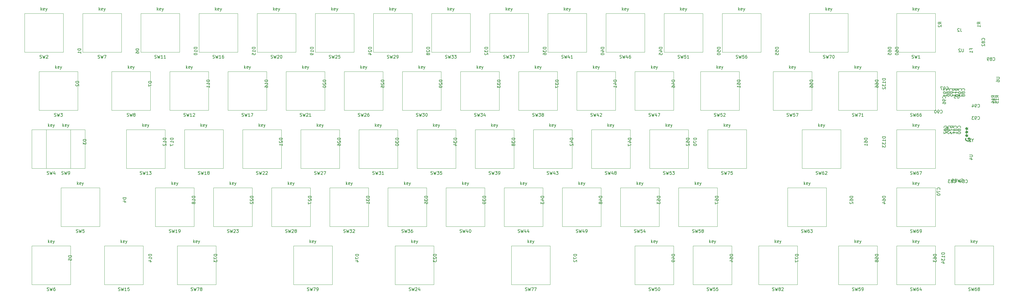
<source format=gbr>
%TF.GenerationSoftware,KiCad,Pcbnew,7.0.11*%
%TF.CreationDate,2024-04-25T10:19:36+05:30*%
%TF.ProjectId,Lexicon 69,4c657869-636f-46e2-9036-392e6b696361,rev?*%
%TF.SameCoordinates,Original*%
%TF.FileFunction,AssemblyDrawing,Top*%
%FSLAX46Y46*%
G04 Gerber Fmt 4.6, Leading zero omitted, Abs format (unit mm)*
G04 Created by KiCad (PCBNEW 7.0.11) date 2024-04-25 10:19:36*
%MOMM*%
%LPD*%
G01*
G04 APERTURE LIST*
%ADD10C,0.150000*%
%ADD11C,0.300000*%
%ADD12C,0.100000*%
G04 APERTURE END LIST*
D10*
X360140476Y-165443700D02*
X360283333Y-165491319D01*
X360283333Y-165491319D02*
X360521428Y-165491319D01*
X360521428Y-165491319D02*
X360616666Y-165443700D01*
X360616666Y-165443700D02*
X360664285Y-165396080D01*
X360664285Y-165396080D02*
X360711904Y-165300842D01*
X360711904Y-165300842D02*
X360711904Y-165205604D01*
X360711904Y-165205604D02*
X360664285Y-165110366D01*
X360664285Y-165110366D02*
X360616666Y-165062747D01*
X360616666Y-165062747D02*
X360521428Y-165015128D01*
X360521428Y-165015128D02*
X360330952Y-164967509D01*
X360330952Y-164967509D02*
X360235714Y-164919890D01*
X360235714Y-164919890D02*
X360188095Y-164872271D01*
X360188095Y-164872271D02*
X360140476Y-164777033D01*
X360140476Y-164777033D02*
X360140476Y-164681795D01*
X360140476Y-164681795D02*
X360188095Y-164586557D01*
X360188095Y-164586557D02*
X360235714Y-164538938D01*
X360235714Y-164538938D02*
X360330952Y-164491319D01*
X360330952Y-164491319D02*
X360569047Y-164491319D01*
X360569047Y-164491319D02*
X360711904Y-164538938D01*
X361045238Y-164491319D02*
X361283333Y-165491319D01*
X361283333Y-165491319D02*
X361473809Y-164777033D01*
X361473809Y-164777033D02*
X361664285Y-165491319D01*
X361664285Y-165491319D02*
X361902381Y-164491319D01*
X362711904Y-164491319D02*
X362521428Y-164491319D01*
X362521428Y-164491319D02*
X362426190Y-164538938D01*
X362426190Y-164538938D02*
X362378571Y-164586557D01*
X362378571Y-164586557D02*
X362283333Y-164729414D01*
X362283333Y-164729414D02*
X362235714Y-164919890D01*
X362235714Y-164919890D02*
X362235714Y-165300842D01*
X362235714Y-165300842D02*
X362283333Y-165396080D01*
X362283333Y-165396080D02*
X362330952Y-165443700D01*
X362330952Y-165443700D02*
X362426190Y-165491319D01*
X362426190Y-165491319D02*
X362616666Y-165491319D01*
X362616666Y-165491319D02*
X362711904Y-165443700D01*
X362711904Y-165443700D02*
X362759523Y-165396080D01*
X362759523Y-165396080D02*
X362807142Y-165300842D01*
X362807142Y-165300842D02*
X362807142Y-165062747D01*
X362807142Y-165062747D02*
X362759523Y-164967509D01*
X362759523Y-164967509D02*
X362711904Y-164919890D01*
X362711904Y-164919890D02*
X362616666Y-164872271D01*
X362616666Y-164872271D02*
X362426190Y-164872271D01*
X362426190Y-164872271D02*
X362330952Y-164919890D01*
X362330952Y-164919890D02*
X362283333Y-164967509D01*
X362283333Y-164967509D02*
X362235714Y-165062747D01*
X363378571Y-164919890D02*
X363283333Y-164872271D01*
X363283333Y-164872271D02*
X363235714Y-164824652D01*
X363235714Y-164824652D02*
X363188095Y-164729414D01*
X363188095Y-164729414D02*
X363188095Y-164681795D01*
X363188095Y-164681795D02*
X363235714Y-164586557D01*
X363235714Y-164586557D02*
X363283333Y-164538938D01*
X363283333Y-164538938D02*
X363378571Y-164491319D01*
X363378571Y-164491319D02*
X363569047Y-164491319D01*
X363569047Y-164491319D02*
X363664285Y-164538938D01*
X363664285Y-164538938D02*
X363711904Y-164586557D01*
X363711904Y-164586557D02*
X363759523Y-164681795D01*
X363759523Y-164681795D02*
X363759523Y-164729414D01*
X363759523Y-164729414D02*
X363711904Y-164824652D01*
X363711904Y-164824652D02*
X363664285Y-164872271D01*
X363664285Y-164872271D02*
X363569047Y-164919890D01*
X363569047Y-164919890D02*
X363378571Y-164919890D01*
X363378571Y-164919890D02*
X363283333Y-164967509D01*
X363283333Y-164967509D02*
X363235714Y-165015128D01*
X363235714Y-165015128D02*
X363188095Y-165110366D01*
X363188095Y-165110366D02*
X363188095Y-165300842D01*
X363188095Y-165300842D02*
X363235714Y-165396080D01*
X363235714Y-165396080D02*
X363283333Y-165443700D01*
X363283333Y-165443700D02*
X363378571Y-165491319D01*
X363378571Y-165491319D02*
X363569047Y-165491319D01*
X363569047Y-165491319D02*
X363664285Y-165443700D01*
X363664285Y-165443700D02*
X363711904Y-165396080D01*
X363711904Y-165396080D02*
X363759523Y-165300842D01*
X363759523Y-165300842D02*
X363759523Y-165110366D01*
X363759523Y-165110366D02*
X363711904Y-165015128D01*
X363711904Y-165015128D02*
X363664285Y-164967509D01*
X363664285Y-164967509D02*
X363569047Y-164919890D01*
X360973809Y-149743319D02*
X360973809Y-148743319D01*
X361069047Y-149362366D02*
X361354761Y-149743319D01*
X361354761Y-149076652D02*
X360973809Y-149457604D01*
X362164285Y-149695700D02*
X362069047Y-149743319D01*
X362069047Y-149743319D02*
X361878571Y-149743319D01*
X361878571Y-149743319D02*
X361783333Y-149695700D01*
X361783333Y-149695700D02*
X361735714Y-149600461D01*
X361735714Y-149600461D02*
X361735714Y-149219509D01*
X361735714Y-149219509D02*
X361783333Y-149124271D01*
X361783333Y-149124271D02*
X361878571Y-149076652D01*
X361878571Y-149076652D02*
X362069047Y-149076652D01*
X362069047Y-149076652D02*
X362164285Y-149124271D01*
X362164285Y-149124271D02*
X362211904Y-149219509D01*
X362211904Y-149219509D02*
X362211904Y-149314747D01*
X362211904Y-149314747D02*
X361735714Y-149409985D01*
X362545238Y-149076652D02*
X362783333Y-149743319D01*
X363021428Y-149076652D02*
X362783333Y-149743319D01*
X362783333Y-149743319D02*
X362688095Y-149981414D01*
X362688095Y-149981414D02*
X362640476Y-150029033D01*
X362640476Y-150029033D02*
X362545238Y-150076652D01*
X84391667Y-108293700D02*
X84534524Y-108341319D01*
X84534524Y-108341319D02*
X84772619Y-108341319D01*
X84772619Y-108341319D02*
X84867857Y-108293700D01*
X84867857Y-108293700D02*
X84915476Y-108246080D01*
X84915476Y-108246080D02*
X84963095Y-108150842D01*
X84963095Y-108150842D02*
X84963095Y-108055604D01*
X84963095Y-108055604D02*
X84915476Y-107960366D01*
X84915476Y-107960366D02*
X84867857Y-107912747D01*
X84867857Y-107912747D02*
X84772619Y-107865128D01*
X84772619Y-107865128D02*
X84582143Y-107817509D01*
X84582143Y-107817509D02*
X84486905Y-107769890D01*
X84486905Y-107769890D02*
X84439286Y-107722271D01*
X84439286Y-107722271D02*
X84391667Y-107627033D01*
X84391667Y-107627033D02*
X84391667Y-107531795D01*
X84391667Y-107531795D02*
X84439286Y-107436557D01*
X84439286Y-107436557D02*
X84486905Y-107388938D01*
X84486905Y-107388938D02*
X84582143Y-107341319D01*
X84582143Y-107341319D02*
X84820238Y-107341319D01*
X84820238Y-107341319D02*
X84963095Y-107388938D01*
X85296429Y-107341319D02*
X85534524Y-108341319D01*
X85534524Y-108341319D02*
X85725000Y-107627033D01*
X85725000Y-107627033D02*
X85915476Y-108341319D01*
X85915476Y-108341319D02*
X86153572Y-107341319D01*
X86677381Y-107769890D02*
X86582143Y-107722271D01*
X86582143Y-107722271D02*
X86534524Y-107674652D01*
X86534524Y-107674652D02*
X86486905Y-107579414D01*
X86486905Y-107579414D02*
X86486905Y-107531795D01*
X86486905Y-107531795D02*
X86534524Y-107436557D01*
X86534524Y-107436557D02*
X86582143Y-107388938D01*
X86582143Y-107388938D02*
X86677381Y-107341319D01*
X86677381Y-107341319D02*
X86867857Y-107341319D01*
X86867857Y-107341319D02*
X86963095Y-107388938D01*
X86963095Y-107388938D02*
X87010714Y-107436557D01*
X87010714Y-107436557D02*
X87058333Y-107531795D01*
X87058333Y-107531795D02*
X87058333Y-107579414D01*
X87058333Y-107579414D02*
X87010714Y-107674652D01*
X87010714Y-107674652D02*
X86963095Y-107722271D01*
X86963095Y-107722271D02*
X86867857Y-107769890D01*
X86867857Y-107769890D02*
X86677381Y-107769890D01*
X86677381Y-107769890D02*
X86582143Y-107817509D01*
X86582143Y-107817509D02*
X86534524Y-107865128D01*
X86534524Y-107865128D02*
X86486905Y-107960366D01*
X86486905Y-107960366D02*
X86486905Y-108150842D01*
X86486905Y-108150842D02*
X86534524Y-108246080D01*
X86534524Y-108246080D02*
X86582143Y-108293700D01*
X86582143Y-108293700D02*
X86677381Y-108341319D01*
X86677381Y-108341319D02*
X86867857Y-108341319D01*
X86867857Y-108341319D02*
X86963095Y-108293700D01*
X86963095Y-108293700D02*
X87010714Y-108246080D01*
X87010714Y-108246080D02*
X87058333Y-108150842D01*
X87058333Y-108150842D02*
X87058333Y-107960366D01*
X87058333Y-107960366D02*
X87010714Y-107865128D01*
X87010714Y-107865128D02*
X86963095Y-107817509D01*
X86963095Y-107817509D02*
X86867857Y-107769890D01*
X84748809Y-92593319D02*
X84748809Y-91593319D01*
X84844047Y-92212366D02*
X85129761Y-92593319D01*
X85129761Y-91926652D02*
X84748809Y-92307604D01*
X85939285Y-92545700D02*
X85844047Y-92593319D01*
X85844047Y-92593319D02*
X85653571Y-92593319D01*
X85653571Y-92593319D02*
X85558333Y-92545700D01*
X85558333Y-92545700D02*
X85510714Y-92450461D01*
X85510714Y-92450461D02*
X85510714Y-92069509D01*
X85510714Y-92069509D02*
X85558333Y-91974271D01*
X85558333Y-91974271D02*
X85653571Y-91926652D01*
X85653571Y-91926652D02*
X85844047Y-91926652D01*
X85844047Y-91926652D02*
X85939285Y-91974271D01*
X85939285Y-91974271D02*
X85986904Y-92069509D01*
X85986904Y-92069509D02*
X85986904Y-92164747D01*
X85986904Y-92164747D02*
X85510714Y-92259985D01*
X86320238Y-91926652D02*
X86558333Y-92593319D01*
X86796428Y-91926652D02*
X86558333Y-92593319D01*
X86558333Y-92593319D02*
X86463095Y-92831414D01*
X86463095Y-92831414D02*
X86415476Y-92879033D01*
X86415476Y-92879033D02*
X86320238Y-92926652D01*
X169640476Y-89243700D02*
X169783333Y-89291319D01*
X169783333Y-89291319D02*
X170021428Y-89291319D01*
X170021428Y-89291319D02*
X170116666Y-89243700D01*
X170116666Y-89243700D02*
X170164285Y-89196080D01*
X170164285Y-89196080D02*
X170211904Y-89100842D01*
X170211904Y-89100842D02*
X170211904Y-89005604D01*
X170211904Y-89005604D02*
X170164285Y-88910366D01*
X170164285Y-88910366D02*
X170116666Y-88862747D01*
X170116666Y-88862747D02*
X170021428Y-88815128D01*
X170021428Y-88815128D02*
X169830952Y-88767509D01*
X169830952Y-88767509D02*
X169735714Y-88719890D01*
X169735714Y-88719890D02*
X169688095Y-88672271D01*
X169688095Y-88672271D02*
X169640476Y-88577033D01*
X169640476Y-88577033D02*
X169640476Y-88481795D01*
X169640476Y-88481795D02*
X169688095Y-88386557D01*
X169688095Y-88386557D02*
X169735714Y-88338938D01*
X169735714Y-88338938D02*
X169830952Y-88291319D01*
X169830952Y-88291319D02*
X170069047Y-88291319D01*
X170069047Y-88291319D02*
X170211904Y-88338938D01*
X170545238Y-88291319D02*
X170783333Y-89291319D01*
X170783333Y-89291319D02*
X170973809Y-88577033D01*
X170973809Y-88577033D02*
X171164285Y-89291319D01*
X171164285Y-89291319D02*
X171402381Y-88291319D01*
X171735714Y-88386557D02*
X171783333Y-88338938D01*
X171783333Y-88338938D02*
X171878571Y-88291319D01*
X171878571Y-88291319D02*
X172116666Y-88291319D01*
X172116666Y-88291319D02*
X172211904Y-88338938D01*
X172211904Y-88338938D02*
X172259523Y-88386557D01*
X172259523Y-88386557D02*
X172307142Y-88481795D01*
X172307142Y-88481795D02*
X172307142Y-88577033D01*
X172307142Y-88577033D02*
X172259523Y-88719890D01*
X172259523Y-88719890D02*
X171688095Y-89291319D01*
X171688095Y-89291319D02*
X172307142Y-89291319D01*
X172783333Y-89291319D02*
X172973809Y-89291319D01*
X172973809Y-89291319D02*
X173069047Y-89243700D01*
X173069047Y-89243700D02*
X173116666Y-89196080D01*
X173116666Y-89196080D02*
X173211904Y-89053223D01*
X173211904Y-89053223D02*
X173259523Y-88862747D01*
X173259523Y-88862747D02*
X173259523Y-88481795D01*
X173259523Y-88481795D02*
X173211904Y-88386557D01*
X173211904Y-88386557D02*
X173164285Y-88338938D01*
X173164285Y-88338938D02*
X173069047Y-88291319D01*
X173069047Y-88291319D02*
X172878571Y-88291319D01*
X172878571Y-88291319D02*
X172783333Y-88338938D01*
X172783333Y-88338938D02*
X172735714Y-88386557D01*
X172735714Y-88386557D02*
X172688095Y-88481795D01*
X172688095Y-88481795D02*
X172688095Y-88719890D01*
X172688095Y-88719890D02*
X172735714Y-88815128D01*
X172735714Y-88815128D02*
X172783333Y-88862747D01*
X172783333Y-88862747D02*
X172878571Y-88910366D01*
X172878571Y-88910366D02*
X173069047Y-88910366D01*
X173069047Y-88910366D02*
X173164285Y-88862747D01*
X173164285Y-88862747D02*
X173211904Y-88815128D01*
X173211904Y-88815128D02*
X173259523Y-88719890D01*
X170473809Y-73543319D02*
X170473809Y-72543319D01*
X170569047Y-73162366D02*
X170854761Y-73543319D01*
X170854761Y-72876652D02*
X170473809Y-73257604D01*
X171664285Y-73495700D02*
X171569047Y-73543319D01*
X171569047Y-73543319D02*
X171378571Y-73543319D01*
X171378571Y-73543319D02*
X171283333Y-73495700D01*
X171283333Y-73495700D02*
X171235714Y-73400461D01*
X171235714Y-73400461D02*
X171235714Y-73019509D01*
X171235714Y-73019509D02*
X171283333Y-72924271D01*
X171283333Y-72924271D02*
X171378571Y-72876652D01*
X171378571Y-72876652D02*
X171569047Y-72876652D01*
X171569047Y-72876652D02*
X171664285Y-72924271D01*
X171664285Y-72924271D02*
X171711904Y-73019509D01*
X171711904Y-73019509D02*
X171711904Y-73114747D01*
X171711904Y-73114747D02*
X171235714Y-73209985D01*
X172045238Y-72876652D02*
X172283333Y-73543319D01*
X172521428Y-72876652D02*
X172283333Y-73543319D01*
X172283333Y-73543319D02*
X172188095Y-73781414D01*
X172188095Y-73781414D02*
X172140476Y-73829033D01*
X172140476Y-73829033D02*
X172045238Y-73876652D01*
X226790476Y-89243700D02*
X226933333Y-89291319D01*
X226933333Y-89291319D02*
X227171428Y-89291319D01*
X227171428Y-89291319D02*
X227266666Y-89243700D01*
X227266666Y-89243700D02*
X227314285Y-89196080D01*
X227314285Y-89196080D02*
X227361904Y-89100842D01*
X227361904Y-89100842D02*
X227361904Y-89005604D01*
X227361904Y-89005604D02*
X227314285Y-88910366D01*
X227314285Y-88910366D02*
X227266666Y-88862747D01*
X227266666Y-88862747D02*
X227171428Y-88815128D01*
X227171428Y-88815128D02*
X226980952Y-88767509D01*
X226980952Y-88767509D02*
X226885714Y-88719890D01*
X226885714Y-88719890D02*
X226838095Y-88672271D01*
X226838095Y-88672271D02*
X226790476Y-88577033D01*
X226790476Y-88577033D02*
X226790476Y-88481795D01*
X226790476Y-88481795D02*
X226838095Y-88386557D01*
X226838095Y-88386557D02*
X226885714Y-88338938D01*
X226885714Y-88338938D02*
X226980952Y-88291319D01*
X226980952Y-88291319D02*
X227219047Y-88291319D01*
X227219047Y-88291319D02*
X227361904Y-88338938D01*
X227695238Y-88291319D02*
X227933333Y-89291319D01*
X227933333Y-89291319D02*
X228123809Y-88577033D01*
X228123809Y-88577033D02*
X228314285Y-89291319D01*
X228314285Y-89291319D02*
X228552381Y-88291319D01*
X229361904Y-88624652D02*
X229361904Y-89291319D01*
X229123809Y-88243700D02*
X228885714Y-88957985D01*
X228885714Y-88957985D02*
X229504761Y-88957985D01*
X230409523Y-89291319D02*
X229838095Y-89291319D01*
X230123809Y-89291319D02*
X230123809Y-88291319D01*
X230123809Y-88291319D02*
X230028571Y-88434176D01*
X230028571Y-88434176D02*
X229933333Y-88529414D01*
X229933333Y-88529414D02*
X229838095Y-88577033D01*
X227623809Y-73543319D02*
X227623809Y-72543319D01*
X227719047Y-73162366D02*
X228004761Y-73543319D01*
X228004761Y-72876652D02*
X227623809Y-73257604D01*
X228814285Y-73495700D02*
X228719047Y-73543319D01*
X228719047Y-73543319D02*
X228528571Y-73543319D01*
X228528571Y-73543319D02*
X228433333Y-73495700D01*
X228433333Y-73495700D02*
X228385714Y-73400461D01*
X228385714Y-73400461D02*
X228385714Y-73019509D01*
X228385714Y-73019509D02*
X228433333Y-72924271D01*
X228433333Y-72924271D02*
X228528571Y-72876652D01*
X228528571Y-72876652D02*
X228719047Y-72876652D01*
X228719047Y-72876652D02*
X228814285Y-72924271D01*
X228814285Y-72924271D02*
X228861904Y-73019509D01*
X228861904Y-73019509D02*
X228861904Y-73114747D01*
X228861904Y-73114747D02*
X228385714Y-73209985D01*
X229195238Y-72876652D02*
X229433333Y-73543319D01*
X229671428Y-72876652D02*
X229433333Y-73543319D01*
X229433333Y-73543319D02*
X229338095Y-73781414D01*
X229338095Y-73781414D02*
X229290476Y-73829033D01*
X229290476Y-73829033D02*
X229195238Y-73876652D01*
X202977976Y-127343700D02*
X203120833Y-127391319D01*
X203120833Y-127391319D02*
X203358928Y-127391319D01*
X203358928Y-127391319D02*
X203454166Y-127343700D01*
X203454166Y-127343700D02*
X203501785Y-127296080D01*
X203501785Y-127296080D02*
X203549404Y-127200842D01*
X203549404Y-127200842D02*
X203549404Y-127105604D01*
X203549404Y-127105604D02*
X203501785Y-127010366D01*
X203501785Y-127010366D02*
X203454166Y-126962747D01*
X203454166Y-126962747D02*
X203358928Y-126915128D01*
X203358928Y-126915128D02*
X203168452Y-126867509D01*
X203168452Y-126867509D02*
X203073214Y-126819890D01*
X203073214Y-126819890D02*
X203025595Y-126772271D01*
X203025595Y-126772271D02*
X202977976Y-126677033D01*
X202977976Y-126677033D02*
X202977976Y-126581795D01*
X202977976Y-126581795D02*
X203025595Y-126486557D01*
X203025595Y-126486557D02*
X203073214Y-126438938D01*
X203073214Y-126438938D02*
X203168452Y-126391319D01*
X203168452Y-126391319D02*
X203406547Y-126391319D01*
X203406547Y-126391319D02*
X203549404Y-126438938D01*
X203882738Y-126391319D02*
X204120833Y-127391319D01*
X204120833Y-127391319D02*
X204311309Y-126677033D01*
X204311309Y-126677033D02*
X204501785Y-127391319D01*
X204501785Y-127391319D02*
X204739881Y-126391319D01*
X205025595Y-126391319D02*
X205644642Y-126391319D01*
X205644642Y-126391319D02*
X205311309Y-126772271D01*
X205311309Y-126772271D02*
X205454166Y-126772271D01*
X205454166Y-126772271D02*
X205549404Y-126819890D01*
X205549404Y-126819890D02*
X205597023Y-126867509D01*
X205597023Y-126867509D02*
X205644642Y-126962747D01*
X205644642Y-126962747D02*
X205644642Y-127200842D01*
X205644642Y-127200842D02*
X205597023Y-127296080D01*
X205597023Y-127296080D02*
X205549404Y-127343700D01*
X205549404Y-127343700D02*
X205454166Y-127391319D01*
X205454166Y-127391319D02*
X205168452Y-127391319D01*
X205168452Y-127391319D02*
X205073214Y-127343700D01*
X205073214Y-127343700D02*
X205025595Y-127296080D01*
X206120833Y-127391319D02*
X206311309Y-127391319D01*
X206311309Y-127391319D02*
X206406547Y-127343700D01*
X206406547Y-127343700D02*
X206454166Y-127296080D01*
X206454166Y-127296080D02*
X206549404Y-127153223D01*
X206549404Y-127153223D02*
X206597023Y-126962747D01*
X206597023Y-126962747D02*
X206597023Y-126581795D01*
X206597023Y-126581795D02*
X206549404Y-126486557D01*
X206549404Y-126486557D02*
X206501785Y-126438938D01*
X206501785Y-126438938D02*
X206406547Y-126391319D01*
X206406547Y-126391319D02*
X206216071Y-126391319D01*
X206216071Y-126391319D02*
X206120833Y-126438938D01*
X206120833Y-126438938D02*
X206073214Y-126486557D01*
X206073214Y-126486557D02*
X206025595Y-126581795D01*
X206025595Y-126581795D02*
X206025595Y-126819890D01*
X206025595Y-126819890D02*
X206073214Y-126915128D01*
X206073214Y-126915128D02*
X206120833Y-126962747D01*
X206120833Y-126962747D02*
X206216071Y-127010366D01*
X206216071Y-127010366D02*
X206406547Y-127010366D01*
X206406547Y-127010366D02*
X206501785Y-126962747D01*
X206501785Y-126962747D02*
X206549404Y-126915128D01*
X206549404Y-126915128D02*
X206597023Y-126819890D01*
X203811309Y-111643319D02*
X203811309Y-110643319D01*
X203906547Y-111262366D02*
X204192261Y-111643319D01*
X204192261Y-110976652D02*
X203811309Y-111357604D01*
X205001785Y-111595700D02*
X204906547Y-111643319D01*
X204906547Y-111643319D02*
X204716071Y-111643319D01*
X204716071Y-111643319D02*
X204620833Y-111595700D01*
X204620833Y-111595700D02*
X204573214Y-111500461D01*
X204573214Y-111500461D02*
X204573214Y-111119509D01*
X204573214Y-111119509D02*
X204620833Y-111024271D01*
X204620833Y-111024271D02*
X204716071Y-110976652D01*
X204716071Y-110976652D02*
X204906547Y-110976652D01*
X204906547Y-110976652D02*
X205001785Y-111024271D01*
X205001785Y-111024271D02*
X205049404Y-111119509D01*
X205049404Y-111119509D02*
X205049404Y-111214747D01*
X205049404Y-111214747D02*
X204573214Y-111309985D01*
X205382738Y-110976652D02*
X205620833Y-111643319D01*
X205858928Y-110976652D02*
X205620833Y-111643319D01*
X205620833Y-111643319D02*
X205525595Y-111881414D01*
X205525595Y-111881414D02*
X205477976Y-111929033D01*
X205477976Y-111929033D02*
X205382738Y-111976652D01*
X107727976Y-127343700D02*
X107870833Y-127391319D01*
X107870833Y-127391319D02*
X108108928Y-127391319D01*
X108108928Y-127391319D02*
X108204166Y-127343700D01*
X108204166Y-127343700D02*
X108251785Y-127296080D01*
X108251785Y-127296080D02*
X108299404Y-127200842D01*
X108299404Y-127200842D02*
X108299404Y-127105604D01*
X108299404Y-127105604D02*
X108251785Y-127010366D01*
X108251785Y-127010366D02*
X108204166Y-126962747D01*
X108204166Y-126962747D02*
X108108928Y-126915128D01*
X108108928Y-126915128D02*
X107918452Y-126867509D01*
X107918452Y-126867509D02*
X107823214Y-126819890D01*
X107823214Y-126819890D02*
X107775595Y-126772271D01*
X107775595Y-126772271D02*
X107727976Y-126677033D01*
X107727976Y-126677033D02*
X107727976Y-126581795D01*
X107727976Y-126581795D02*
X107775595Y-126486557D01*
X107775595Y-126486557D02*
X107823214Y-126438938D01*
X107823214Y-126438938D02*
X107918452Y-126391319D01*
X107918452Y-126391319D02*
X108156547Y-126391319D01*
X108156547Y-126391319D02*
X108299404Y-126438938D01*
X108632738Y-126391319D02*
X108870833Y-127391319D01*
X108870833Y-127391319D02*
X109061309Y-126677033D01*
X109061309Y-126677033D02*
X109251785Y-127391319D01*
X109251785Y-127391319D02*
X109489881Y-126391319D01*
X110394642Y-127391319D02*
X109823214Y-127391319D01*
X110108928Y-127391319D02*
X110108928Y-126391319D01*
X110108928Y-126391319D02*
X110013690Y-126534176D01*
X110013690Y-126534176D02*
X109918452Y-126629414D01*
X109918452Y-126629414D02*
X109823214Y-126677033D01*
X110966071Y-126819890D02*
X110870833Y-126772271D01*
X110870833Y-126772271D02*
X110823214Y-126724652D01*
X110823214Y-126724652D02*
X110775595Y-126629414D01*
X110775595Y-126629414D02*
X110775595Y-126581795D01*
X110775595Y-126581795D02*
X110823214Y-126486557D01*
X110823214Y-126486557D02*
X110870833Y-126438938D01*
X110870833Y-126438938D02*
X110966071Y-126391319D01*
X110966071Y-126391319D02*
X111156547Y-126391319D01*
X111156547Y-126391319D02*
X111251785Y-126438938D01*
X111251785Y-126438938D02*
X111299404Y-126486557D01*
X111299404Y-126486557D02*
X111347023Y-126581795D01*
X111347023Y-126581795D02*
X111347023Y-126629414D01*
X111347023Y-126629414D02*
X111299404Y-126724652D01*
X111299404Y-126724652D02*
X111251785Y-126772271D01*
X111251785Y-126772271D02*
X111156547Y-126819890D01*
X111156547Y-126819890D02*
X110966071Y-126819890D01*
X110966071Y-126819890D02*
X110870833Y-126867509D01*
X110870833Y-126867509D02*
X110823214Y-126915128D01*
X110823214Y-126915128D02*
X110775595Y-127010366D01*
X110775595Y-127010366D02*
X110775595Y-127200842D01*
X110775595Y-127200842D02*
X110823214Y-127296080D01*
X110823214Y-127296080D02*
X110870833Y-127343700D01*
X110870833Y-127343700D02*
X110966071Y-127391319D01*
X110966071Y-127391319D02*
X111156547Y-127391319D01*
X111156547Y-127391319D02*
X111251785Y-127343700D01*
X111251785Y-127343700D02*
X111299404Y-127296080D01*
X111299404Y-127296080D02*
X111347023Y-127200842D01*
X111347023Y-127200842D02*
X111347023Y-127010366D01*
X111347023Y-127010366D02*
X111299404Y-126915128D01*
X111299404Y-126915128D02*
X111251785Y-126867509D01*
X111251785Y-126867509D02*
X111156547Y-126819890D01*
X108561309Y-111643319D02*
X108561309Y-110643319D01*
X108656547Y-111262366D02*
X108942261Y-111643319D01*
X108942261Y-110976652D02*
X108561309Y-111357604D01*
X109751785Y-111595700D02*
X109656547Y-111643319D01*
X109656547Y-111643319D02*
X109466071Y-111643319D01*
X109466071Y-111643319D02*
X109370833Y-111595700D01*
X109370833Y-111595700D02*
X109323214Y-111500461D01*
X109323214Y-111500461D02*
X109323214Y-111119509D01*
X109323214Y-111119509D02*
X109370833Y-111024271D01*
X109370833Y-111024271D02*
X109466071Y-110976652D01*
X109466071Y-110976652D02*
X109656547Y-110976652D01*
X109656547Y-110976652D02*
X109751785Y-111024271D01*
X109751785Y-111024271D02*
X109799404Y-111119509D01*
X109799404Y-111119509D02*
X109799404Y-111214747D01*
X109799404Y-111214747D02*
X109323214Y-111309985D01*
X110132738Y-110976652D02*
X110370833Y-111643319D01*
X110608928Y-110976652D02*
X110370833Y-111643319D01*
X110370833Y-111643319D02*
X110275595Y-111881414D01*
X110275595Y-111881414D02*
X110227976Y-111929033D01*
X110227976Y-111929033D02*
X110132738Y-111976652D01*
X58197917Y-165443700D02*
X58340774Y-165491319D01*
X58340774Y-165491319D02*
X58578869Y-165491319D01*
X58578869Y-165491319D02*
X58674107Y-165443700D01*
X58674107Y-165443700D02*
X58721726Y-165396080D01*
X58721726Y-165396080D02*
X58769345Y-165300842D01*
X58769345Y-165300842D02*
X58769345Y-165205604D01*
X58769345Y-165205604D02*
X58721726Y-165110366D01*
X58721726Y-165110366D02*
X58674107Y-165062747D01*
X58674107Y-165062747D02*
X58578869Y-165015128D01*
X58578869Y-165015128D02*
X58388393Y-164967509D01*
X58388393Y-164967509D02*
X58293155Y-164919890D01*
X58293155Y-164919890D02*
X58245536Y-164872271D01*
X58245536Y-164872271D02*
X58197917Y-164777033D01*
X58197917Y-164777033D02*
X58197917Y-164681795D01*
X58197917Y-164681795D02*
X58245536Y-164586557D01*
X58245536Y-164586557D02*
X58293155Y-164538938D01*
X58293155Y-164538938D02*
X58388393Y-164491319D01*
X58388393Y-164491319D02*
X58626488Y-164491319D01*
X58626488Y-164491319D02*
X58769345Y-164538938D01*
X59102679Y-164491319D02*
X59340774Y-165491319D01*
X59340774Y-165491319D02*
X59531250Y-164777033D01*
X59531250Y-164777033D02*
X59721726Y-165491319D01*
X59721726Y-165491319D02*
X59959822Y-164491319D01*
X60769345Y-164491319D02*
X60578869Y-164491319D01*
X60578869Y-164491319D02*
X60483631Y-164538938D01*
X60483631Y-164538938D02*
X60436012Y-164586557D01*
X60436012Y-164586557D02*
X60340774Y-164729414D01*
X60340774Y-164729414D02*
X60293155Y-164919890D01*
X60293155Y-164919890D02*
X60293155Y-165300842D01*
X60293155Y-165300842D02*
X60340774Y-165396080D01*
X60340774Y-165396080D02*
X60388393Y-165443700D01*
X60388393Y-165443700D02*
X60483631Y-165491319D01*
X60483631Y-165491319D02*
X60674107Y-165491319D01*
X60674107Y-165491319D02*
X60769345Y-165443700D01*
X60769345Y-165443700D02*
X60816964Y-165396080D01*
X60816964Y-165396080D02*
X60864583Y-165300842D01*
X60864583Y-165300842D02*
X60864583Y-165062747D01*
X60864583Y-165062747D02*
X60816964Y-164967509D01*
X60816964Y-164967509D02*
X60769345Y-164919890D01*
X60769345Y-164919890D02*
X60674107Y-164872271D01*
X60674107Y-164872271D02*
X60483631Y-164872271D01*
X60483631Y-164872271D02*
X60388393Y-164919890D01*
X60388393Y-164919890D02*
X60340774Y-164967509D01*
X60340774Y-164967509D02*
X60293155Y-165062747D01*
X58555059Y-149743319D02*
X58555059Y-148743319D01*
X58650297Y-149362366D02*
X58936011Y-149743319D01*
X58936011Y-149076652D02*
X58555059Y-149457604D01*
X59745535Y-149695700D02*
X59650297Y-149743319D01*
X59650297Y-149743319D02*
X59459821Y-149743319D01*
X59459821Y-149743319D02*
X59364583Y-149695700D01*
X59364583Y-149695700D02*
X59316964Y-149600461D01*
X59316964Y-149600461D02*
X59316964Y-149219509D01*
X59316964Y-149219509D02*
X59364583Y-149124271D01*
X59364583Y-149124271D02*
X59459821Y-149076652D01*
X59459821Y-149076652D02*
X59650297Y-149076652D01*
X59650297Y-149076652D02*
X59745535Y-149124271D01*
X59745535Y-149124271D02*
X59793154Y-149219509D01*
X59793154Y-149219509D02*
X59793154Y-149314747D01*
X59793154Y-149314747D02*
X59316964Y-149409985D01*
X60126488Y-149076652D02*
X60364583Y-149743319D01*
X60602678Y-149076652D02*
X60364583Y-149743319D01*
X60364583Y-149743319D02*
X60269345Y-149981414D01*
X60269345Y-149981414D02*
X60221726Y-150029033D01*
X60221726Y-150029033D02*
X60126488Y-150076652D01*
X143446726Y-165443700D02*
X143589583Y-165491319D01*
X143589583Y-165491319D02*
X143827678Y-165491319D01*
X143827678Y-165491319D02*
X143922916Y-165443700D01*
X143922916Y-165443700D02*
X143970535Y-165396080D01*
X143970535Y-165396080D02*
X144018154Y-165300842D01*
X144018154Y-165300842D02*
X144018154Y-165205604D01*
X144018154Y-165205604D02*
X143970535Y-165110366D01*
X143970535Y-165110366D02*
X143922916Y-165062747D01*
X143922916Y-165062747D02*
X143827678Y-165015128D01*
X143827678Y-165015128D02*
X143637202Y-164967509D01*
X143637202Y-164967509D02*
X143541964Y-164919890D01*
X143541964Y-164919890D02*
X143494345Y-164872271D01*
X143494345Y-164872271D02*
X143446726Y-164777033D01*
X143446726Y-164777033D02*
X143446726Y-164681795D01*
X143446726Y-164681795D02*
X143494345Y-164586557D01*
X143494345Y-164586557D02*
X143541964Y-164538938D01*
X143541964Y-164538938D02*
X143637202Y-164491319D01*
X143637202Y-164491319D02*
X143875297Y-164491319D01*
X143875297Y-164491319D02*
X144018154Y-164538938D01*
X144351488Y-164491319D02*
X144589583Y-165491319D01*
X144589583Y-165491319D02*
X144780059Y-164777033D01*
X144780059Y-164777033D02*
X144970535Y-165491319D01*
X144970535Y-165491319D02*
X145208631Y-164491319D01*
X145494345Y-164491319D02*
X146161011Y-164491319D01*
X146161011Y-164491319D02*
X145732440Y-165491319D01*
X146589583Y-165491319D02*
X146780059Y-165491319D01*
X146780059Y-165491319D02*
X146875297Y-165443700D01*
X146875297Y-165443700D02*
X146922916Y-165396080D01*
X146922916Y-165396080D02*
X147018154Y-165253223D01*
X147018154Y-165253223D02*
X147065773Y-165062747D01*
X147065773Y-165062747D02*
X147065773Y-164681795D01*
X147065773Y-164681795D02*
X147018154Y-164586557D01*
X147018154Y-164586557D02*
X146970535Y-164538938D01*
X146970535Y-164538938D02*
X146875297Y-164491319D01*
X146875297Y-164491319D02*
X146684821Y-164491319D01*
X146684821Y-164491319D02*
X146589583Y-164538938D01*
X146589583Y-164538938D02*
X146541964Y-164586557D01*
X146541964Y-164586557D02*
X146494345Y-164681795D01*
X146494345Y-164681795D02*
X146494345Y-164919890D01*
X146494345Y-164919890D02*
X146541964Y-165015128D01*
X146541964Y-165015128D02*
X146589583Y-165062747D01*
X146589583Y-165062747D02*
X146684821Y-165110366D01*
X146684821Y-165110366D02*
X146875297Y-165110366D01*
X146875297Y-165110366D02*
X146970535Y-165062747D01*
X146970535Y-165062747D02*
X147018154Y-165015128D01*
X147018154Y-165015128D02*
X147065773Y-164919890D01*
X144280059Y-149743319D02*
X144280059Y-148743319D01*
X144375297Y-149362366D02*
X144661011Y-149743319D01*
X144661011Y-149076652D02*
X144280059Y-149457604D01*
X145470535Y-149695700D02*
X145375297Y-149743319D01*
X145375297Y-149743319D02*
X145184821Y-149743319D01*
X145184821Y-149743319D02*
X145089583Y-149695700D01*
X145089583Y-149695700D02*
X145041964Y-149600461D01*
X145041964Y-149600461D02*
X145041964Y-149219509D01*
X145041964Y-149219509D02*
X145089583Y-149124271D01*
X145089583Y-149124271D02*
X145184821Y-149076652D01*
X145184821Y-149076652D02*
X145375297Y-149076652D01*
X145375297Y-149076652D02*
X145470535Y-149124271D01*
X145470535Y-149124271D02*
X145518154Y-149219509D01*
X145518154Y-149219509D02*
X145518154Y-149314747D01*
X145518154Y-149314747D02*
X145041964Y-149409985D01*
X145851488Y-149076652D02*
X146089583Y-149743319D01*
X146327678Y-149076652D02*
X146089583Y-149743319D01*
X146089583Y-149743319D02*
X145994345Y-149981414D01*
X145994345Y-149981414D02*
X145946726Y-150029033D01*
X145946726Y-150029033D02*
X145851488Y-150076652D01*
X188690476Y-89243700D02*
X188833333Y-89291319D01*
X188833333Y-89291319D02*
X189071428Y-89291319D01*
X189071428Y-89291319D02*
X189166666Y-89243700D01*
X189166666Y-89243700D02*
X189214285Y-89196080D01*
X189214285Y-89196080D02*
X189261904Y-89100842D01*
X189261904Y-89100842D02*
X189261904Y-89005604D01*
X189261904Y-89005604D02*
X189214285Y-88910366D01*
X189214285Y-88910366D02*
X189166666Y-88862747D01*
X189166666Y-88862747D02*
X189071428Y-88815128D01*
X189071428Y-88815128D02*
X188880952Y-88767509D01*
X188880952Y-88767509D02*
X188785714Y-88719890D01*
X188785714Y-88719890D02*
X188738095Y-88672271D01*
X188738095Y-88672271D02*
X188690476Y-88577033D01*
X188690476Y-88577033D02*
X188690476Y-88481795D01*
X188690476Y-88481795D02*
X188738095Y-88386557D01*
X188738095Y-88386557D02*
X188785714Y-88338938D01*
X188785714Y-88338938D02*
X188880952Y-88291319D01*
X188880952Y-88291319D02*
X189119047Y-88291319D01*
X189119047Y-88291319D02*
X189261904Y-88338938D01*
X189595238Y-88291319D02*
X189833333Y-89291319D01*
X189833333Y-89291319D02*
X190023809Y-88577033D01*
X190023809Y-88577033D02*
X190214285Y-89291319D01*
X190214285Y-89291319D02*
X190452381Y-88291319D01*
X190738095Y-88291319D02*
X191357142Y-88291319D01*
X191357142Y-88291319D02*
X191023809Y-88672271D01*
X191023809Y-88672271D02*
X191166666Y-88672271D01*
X191166666Y-88672271D02*
X191261904Y-88719890D01*
X191261904Y-88719890D02*
X191309523Y-88767509D01*
X191309523Y-88767509D02*
X191357142Y-88862747D01*
X191357142Y-88862747D02*
X191357142Y-89100842D01*
X191357142Y-89100842D02*
X191309523Y-89196080D01*
X191309523Y-89196080D02*
X191261904Y-89243700D01*
X191261904Y-89243700D02*
X191166666Y-89291319D01*
X191166666Y-89291319D02*
X190880952Y-89291319D01*
X190880952Y-89291319D02*
X190785714Y-89243700D01*
X190785714Y-89243700D02*
X190738095Y-89196080D01*
X191690476Y-88291319D02*
X192309523Y-88291319D01*
X192309523Y-88291319D02*
X191976190Y-88672271D01*
X191976190Y-88672271D02*
X192119047Y-88672271D01*
X192119047Y-88672271D02*
X192214285Y-88719890D01*
X192214285Y-88719890D02*
X192261904Y-88767509D01*
X192261904Y-88767509D02*
X192309523Y-88862747D01*
X192309523Y-88862747D02*
X192309523Y-89100842D01*
X192309523Y-89100842D02*
X192261904Y-89196080D01*
X192261904Y-89196080D02*
X192214285Y-89243700D01*
X192214285Y-89243700D02*
X192119047Y-89291319D01*
X192119047Y-89291319D02*
X191833333Y-89291319D01*
X191833333Y-89291319D02*
X191738095Y-89243700D01*
X191738095Y-89243700D02*
X191690476Y-89196080D01*
X189523809Y-73543319D02*
X189523809Y-72543319D01*
X189619047Y-73162366D02*
X189904761Y-73543319D01*
X189904761Y-72876652D02*
X189523809Y-73257604D01*
X190714285Y-73495700D02*
X190619047Y-73543319D01*
X190619047Y-73543319D02*
X190428571Y-73543319D01*
X190428571Y-73543319D02*
X190333333Y-73495700D01*
X190333333Y-73495700D02*
X190285714Y-73400461D01*
X190285714Y-73400461D02*
X190285714Y-73019509D01*
X190285714Y-73019509D02*
X190333333Y-72924271D01*
X190333333Y-72924271D02*
X190428571Y-72876652D01*
X190428571Y-72876652D02*
X190619047Y-72876652D01*
X190619047Y-72876652D02*
X190714285Y-72924271D01*
X190714285Y-72924271D02*
X190761904Y-73019509D01*
X190761904Y-73019509D02*
X190761904Y-73114747D01*
X190761904Y-73114747D02*
X190285714Y-73209985D01*
X191095238Y-72876652D02*
X191333333Y-73543319D01*
X191571428Y-72876652D02*
X191333333Y-73543319D01*
X191333333Y-73543319D02*
X191238095Y-73781414D01*
X191238095Y-73781414D02*
X191190476Y-73829033D01*
X191190476Y-73829033D02*
X191095238Y-73876652D01*
X131540476Y-89243700D02*
X131683333Y-89291319D01*
X131683333Y-89291319D02*
X131921428Y-89291319D01*
X131921428Y-89291319D02*
X132016666Y-89243700D01*
X132016666Y-89243700D02*
X132064285Y-89196080D01*
X132064285Y-89196080D02*
X132111904Y-89100842D01*
X132111904Y-89100842D02*
X132111904Y-89005604D01*
X132111904Y-89005604D02*
X132064285Y-88910366D01*
X132064285Y-88910366D02*
X132016666Y-88862747D01*
X132016666Y-88862747D02*
X131921428Y-88815128D01*
X131921428Y-88815128D02*
X131730952Y-88767509D01*
X131730952Y-88767509D02*
X131635714Y-88719890D01*
X131635714Y-88719890D02*
X131588095Y-88672271D01*
X131588095Y-88672271D02*
X131540476Y-88577033D01*
X131540476Y-88577033D02*
X131540476Y-88481795D01*
X131540476Y-88481795D02*
X131588095Y-88386557D01*
X131588095Y-88386557D02*
X131635714Y-88338938D01*
X131635714Y-88338938D02*
X131730952Y-88291319D01*
X131730952Y-88291319D02*
X131969047Y-88291319D01*
X131969047Y-88291319D02*
X132111904Y-88338938D01*
X132445238Y-88291319D02*
X132683333Y-89291319D01*
X132683333Y-89291319D02*
X132873809Y-88577033D01*
X132873809Y-88577033D02*
X133064285Y-89291319D01*
X133064285Y-89291319D02*
X133302381Y-88291319D01*
X133635714Y-88386557D02*
X133683333Y-88338938D01*
X133683333Y-88338938D02*
X133778571Y-88291319D01*
X133778571Y-88291319D02*
X134016666Y-88291319D01*
X134016666Y-88291319D02*
X134111904Y-88338938D01*
X134111904Y-88338938D02*
X134159523Y-88386557D01*
X134159523Y-88386557D02*
X134207142Y-88481795D01*
X134207142Y-88481795D02*
X134207142Y-88577033D01*
X134207142Y-88577033D02*
X134159523Y-88719890D01*
X134159523Y-88719890D02*
X133588095Y-89291319D01*
X133588095Y-89291319D02*
X134207142Y-89291319D01*
X134826190Y-88291319D02*
X134921428Y-88291319D01*
X134921428Y-88291319D02*
X135016666Y-88338938D01*
X135016666Y-88338938D02*
X135064285Y-88386557D01*
X135064285Y-88386557D02*
X135111904Y-88481795D01*
X135111904Y-88481795D02*
X135159523Y-88672271D01*
X135159523Y-88672271D02*
X135159523Y-88910366D01*
X135159523Y-88910366D02*
X135111904Y-89100842D01*
X135111904Y-89100842D02*
X135064285Y-89196080D01*
X135064285Y-89196080D02*
X135016666Y-89243700D01*
X135016666Y-89243700D02*
X134921428Y-89291319D01*
X134921428Y-89291319D02*
X134826190Y-89291319D01*
X134826190Y-89291319D02*
X134730952Y-89243700D01*
X134730952Y-89243700D02*
X134683333Y-89196080D01*
X134683333Y-89196080D02*
X134635714Y-89100842D01*
X134635714Y-89100842D02*
X134588095Y-88910366D01*
X134588095Y-88910366D02*
X134588095Y-88672271D01*
X134588095Y-88672271D02*
X134635714Y-88481795D01*
X134635714Y-88481795D02*
X134683333Y-88386557D01*
X134683333Y-88386557D02*
X134730952Y-88338938D01*
X134730952Y-88338938D02*
X134826190Y-88291319D01*
X132373809Y-73543319D02*
X132373809Y-72543319D01*
X132469047Y-73162366D02*
X132754761Y-73543319D01*
X132754761Y-72876652D02*
X132373809Y-73257604D01*
X133564285Y-73495700D02*
X133469047Y-73543319D01*
X133469047Y-73543319D02*
X133278571Y-73543319D01*
X133278571Y-73543319D02*
X133183333Y-73495700D01*
X133183333Y-73495700D02*
X133135714Y-73400461D01*
X133135714Y-73400461D02*
X133135714Y-73019509D01*
X133135714Y-73019509D02*
X133183333Y-72924271D01*
X133183333Y-72924271D02*
X133278571Y-72876652D01*
X133278571Y-72876652D02*
X133469047Y-72876652D01*
X133469047Y-72876652D02*
X133564285Y-72924271D01*
X133564285Y-72924271D02*
X133611904Y-73019509D01*
X133611904Y-73019509D02*
X133611904Y-73114747D01*
X133611904Y-73114747D02*
X133135714Y-73209985D01*
X133945238Y-72876652D02*
X134183333Y-73543319D01*
X134421428Y-72876652D02*
X134183333Y-73543319D01*
X134183333Y-73543319D02*
X134088095Y-73781414D01*
X134088095Y-73781414D02*
X134040476Y-73829033D01*
X134040476Y-73829033D02*
X133945238Y-73876652D01*
X255365476Y-108293700D02*
X255508333Y-108341319D01*
X255508333Y-108341319D02*
X255746428Y-108341319D01*
X255746428Y-108341319D02*
X255841666Y-108293700D01*
X255841666Y-108293700D02*
X255889285Y-108246080D01*
X255889285Y-108246080D02*
X255936904Y-108150842D01*
X255936904Y-108150842D02*
X255936904Y-108055604D01*
X255936904Y-108055604D02*
X255889285Y-107960366D01*
X255889285Y-107960366D02*
X255841666Y-107912747D01*
X255841666Y-107912747D02*
X255746428Y-107865128D01*
X255746428Y-107865128D02*
X255555952Y-107817509D01*
X255555952Y-107817509D02*
X255460714Y-107769890D01*
X255460714Y-107769890D02*
X255413095Y-107722271D01*
X255413095Y-107722271D02*
X255365476Y-107627033D01*
X255365476Y-107627033D02*
X255365476Y-107531795D01*
X255365476Y-107531795D02*
X255413095Y-107436557D01*
X255413095Y-107436557D02*
X255460714Y-107388938D01*
X255460714Y-107388938D02*
X255555952Y-107341319D01*
X255555952Y-107341319D02*
X255794047Y-107341319D01*
X255794047Y-107341319D02*
X255936904Y-107388938D01*
X256270238Y-107341319D02*
X256508333Y-108341319D01*
X256508333Y-108341319D02*
X256698809Y-107627033D01*
X256698809Y-107627033D02*
X256889285Y-108341319D01*
X256889285Y-108341319D02*
X257127381Y-107341319D01*
X257936904Y-107674652D02*
X257936904Y-108341319D01*
X257698809Y-107293700D02*
X257460714Y-108007985D01*
X257460714Y-108007985D02*
X258079761Y-108007985D01*
X258365476Y-107341319D02*
X259032142Y-107341319D01*
X259032142Y-107341319D02*
X258603571Y-108341319D01*
X256198809Y-92593319D02*
X256198809Y-91593319D01*
X256294047Y-92212366D02*
X256579761Y-92593319D01*
X256579761Y-91926652D02*
X256198809Y-92307604D01*
X257389285Y-92545700D02*
X257294047Y-92593319D01*
X257294047Y-92593319D02*
X257103571Y-92593319D01*
X257103571Y-92593319D02*
X257008333Y-92545700D01*
X257008333Y-92545700D02*
X256960714Y-92450461D01*
X256960714Y-92450461D02*
X256960714Y-92069509D01*
X256960714Y-92069509D02*
X257008333Y-91974271D01*
X257008333Y-91974271D02*
X257103571Y-91926652D01*
X257103571Y-91926652D02*
X257294047Y-91926652D01*
X257294047Y-91926652D02*
X257389285Y-91974271D01*
X257389285Y-91974271D02*
X257436904Y-92069509D01*
X257436904Y-92069509D02*
X257436904Y-92164747D01*
X257436904Y-92164747D02*
X256960714Y-92259985D01*
X257770238Y-91926652D02*
X258008333Y-92593319D01*
X258246428Y-91926652D02*
X258008333Y-92593319D01*
X258008333Y-92593319D02*
X257913095Y-92831414D01*
X257913095Y-92831414D02*
X257865476Y-92879033D01*
X257865476Y-92879033D02*
X257770238Y-92926652D01*
X279177976Y-127343700D02*
X279320833Y-127391319D01*
X279320833Y-127391319D02*
X279558928Y-127391319D01*
X279558928Y-127391319D02*
X279654166Y-127343700D01*
X279654166Y-127343700D02*
X279701785Y-127296080D01*
X279701785Y-127296080D02*
X279749404Y-127200842D01*
X279749404Y-127200842D02*
X279749404Y-127105604D01*
X279749404Y-127105604D02*
X279701785Y-127010366D01*
X279701785Y-127010366D02*
X279654166Y-126962747D01*
X279654166Y-126962747D02*
X279558928Y-126915128D01*
X279558928Y-126915128D02*
X279368452Y-126867509D01*
X279368452Y-126867509D02*
X279273214Y-126819890D01*
X279273214Y-126819890D02*
X279225595Y-126772271D01*
X279225595Y-126772271D02*
X279177976Y-126677033D01*
X279177976Y-126677033D02*
X279177976Y-126581795D01*
X279177976Y-126581795D02*
X279225595Y-126486557D01*
X279225595Y-126486557D02*
X279273214Y-126438938D01*
X279273214Y-126438938D02*
X279368452Y-126391319D01*
X279368452Y-126391319D02*
X279606547Y-126391319D01*
X279606547Y-126391319D02*
X279749404Y-126438938D01*
X280082738Y-126391319D02*
X280320833Y-127391319D01*
X280320833Y-127391319D02*
X280511309Y-126677033D01*
X280511309Y-126677033D02*
X280701785Y-127391319D01*
X280701785Y-127391319D02*
X280939881Y-126391319D01*
X281225595Y-126391319D02*
X281892261Y-126391319D01*
X281892261Y-126391319D02*
X281463690Y-127391319D01*
X282749404Y-126391319D02*
X282273214Y-126391319D01*
X282273214Y-126391319D02*
X282225595Y-126867509D01*
X282225595Y-126867509D02*
X282273214Y-126819890D01*
X282273214Y-126819890D02*
X282368452Y-126772271D01*
X282368452Y-126772271D02*
X282606547Y-126772271D01*
X282606547Y-126772271D02*
X282701785Y-126819890D01*
X282701785Y-126819890D02*
X282749404Y-126867509D01*
X282749404Y-126867509D02*
X282797023Y-126962747D01*
X282797023Y-126962747D02*
X282797023Y-127200842D01*
X282797023Y-127200842D02*
X282749404Y-127296080D01*
X282749404Y-127296080D02*
X282701785Y-127343700D01*
X282701785Y-127343700D02*
X282606547Y-127391319D01*
X282606547Y-127391319D02*
X282368452Y-127391319D01*
X282368452Y-127391319D02*
X282273214Y-127343700D01*
X282273214Y-127343700D02*
X282225595Y-127296080D01*
X280011309Y-111643319D02*
X280011309Y-110643319D01*
X280106547Y-111262366D02*
X280392261Y-111643319D01*
X280392261Y-110976652D02*
X280011309Y-111357604D01*
X281201785Y-111595700D02*
X281106547Y-111643319D01*
X281106547Y-111643319D02*
X280916071Y-111643319D01*
X280916071Y-111643319D02*
X280820833Y-111595700D01*
X280820833Y-111595700D02*
X280773214Y-111500461D01*
X280773214Y-111500461D02*
X280773214Y-111119509D01*
X280773214Y-111119509D02*
X280820833Y-111024271D01*
X280820833Y-111024271D02*
X280916071Y-110976652D01*
X280916071Y-110976652D02*
X281106547Y-110976652D01*
X281106547Y-110976652D02*
X281201785Y-111024271D01*
X281201785Y-111024271D02*
X281249404Y-111119509D01*
X281249404Y-111119509D02*
X281249404Y-111214747D01*
X281249404Y-111214747D02*
X280773214Y-111309985D01*
X281582738Y-110976652D02*
X281820833Y-111643319D01*
X282058928Y-110976652D02*
X281820833Y-111643319D01*
X281820833Y-111643319D02*
X281725595Y-111881414D01*
X281725595Y-111881414D02*
X281677976Y-111929033D01*
X281677976Y-111929033D02*
X281582738Y-111976652D01*
X231552976Y-146393700D02*
X231695833Y-146441319D01*
X231695833Y-146441319D02*
X231933928Y-146441319D01*
X231933928Y-146441319D02*
X232029166Y-146393700D01*
X232029166Y-146393700D02*
X232076785Y-146346080D01*
X232076785Y-146346080D02*
X232124404Y-146250842D01*
X232124404Y-146250842D02*
X232124404Y-146155604D01*
X232124404Y-146155604D02*
X232076785Y-146060366D01*
X232076785Y-146060366D02*
X232029166Y-146012747D01*
X232029166Y-146012747D02*
X231933928Y-145965128D01*
X231933928Y-145965128D02*
X231743452Y-145917509D01*
X231743452Y-145917509D02*
X231648214Y-145869890D01*
X231648214Y-145869890D02*
X231600595Y-145822271D01*
X231600595Y-145822271D02*
X231552976Y-145727033D01*
X231552976Y-145727033D02*
X231552976Y-145631795D01*
X231552976Y-145631795D02*
X231600595Y-145536557D01*
X231600595Y-145536557D02*
X231648214Y-145488938D01*
X231648214Y-145488938D02*
X231743452Y-145441319D01*
X231743452Y-145441319D02*
X231981547Y-145441319D01*
X231981547Y-145441319D02*
X232124404Y-145488938D01*
X232457738Y-145441319D02*
X232695833Y-146441319D01*
X232695833Y-146441319D02*
X232886309Y-145727033D01*
X232886309Y-145727033D02*
X233076785Y-146441319D01*
X233076785Y-146441319D02*
X233314881Y-145441319D01*
X234124404Y-145774652D02*
X234124404Y-146441319D01*
X233886309Y-145393700D02*
X233648214Y-146107985D01*
X233648214Y-146107985D02*
X234267261Y-146107985D01*
X234695833Y-146441319D02*
X234886309Y-146441319D01*
X234886309Y-146441319D02*
X234981547Y-146393700D01*
X234981547Y-146393700D02*
X235029166Y-146346080D01*
X235029166Y-146346080D02*
X235124404Y-146203223D01*
X235124404Y-146203223D02*
X235172023Y-146012747D01*
X235172023Y-146012747D02*
X235172023Y-145631795D01*
X235172023Y-145631795D02*
X235124404Y-145536557D01*
X235124404Y-145536557D02*
X235076785Y-145488938D01*
X235076785Y-145488938D02*
X234981547Y-145441319D01*
X234981547Y-145441319D02*
X234791071Y-145441319D01*
X234791071Y-145441319D02*
X234695833Y-145488938D01*
X234695833Y-145488938D02*
X234648214Y-145536557D01*
X234648214Y-145536557D02*
X234600595Y-145631795D01*
X234600595Y-145631795D02*
X234600595Y-145869890D01*
X234600595Y-145869890D02*
X234648214Y-145965128D01*
X234648214Y-145965128D02*
X234695833Y-146012747D01*
X234695833Y-146012747D02*
X234791071Y-146060366D01*
X234791071Y-146060366D02*
X234981547Y-146060366D01*
X234981547Y-146060366D02*
X235076785Y-146012747D01*
X235076785Y-146012747D02*
X235124404Y-145965128D01*
X235124404Y-145965128D02*
X235172023Y-145869890D01*
X232386309Y-130693319D02*
X232386309Y-129693319D01*
X232481547Y-130312366D02*
X232767261Y-130693319D01*
X232767261Y-130026652D02*
X232386309Y-130407604D01*
X233576785Y-130645700D02*
X233481547Y-130693319D01*
X233481547Y-130693319D02*
X233291071Y-130693319D01*
X233291071Y-130693319D02*
X233195833Y-130645700D01*
X233195833Y-130645700D02*
X233148214Y-130550461D01*
X233148214Y-130550461D02*
X233148214Y-130169509D01*
X233148214Y-130169509D02*
X233195833Y-130074271D01*
X233195833Y-130074271D02*
X233291071Y-130026652D01*
X233291071Y-130026652D02*
X233481547Y-130026652D01*
X233481547Y-130026652D02*
X233576785Y-130074271D01*
X233576785Y-130074271D02*
X233624404Y-130169509D01*
X233624404Y-130169509D02*
X233624404Y-130264747D01*
X233624404Y-130264747D02*
X233148214Y-130359985D01*
X233957738Y-130026652D02*
X234195833Y-130693319D01*
X234433928Y-130026652D02*
X234195833Y-130693319D01*
X234195833Y-130693319D02*
X234100595Y-130931414D01*
X234100595Y-130931414D02*
X234052976Y-130979033D01*
X234052976Y-130979033D02*
X233957738Y-131026652D01*
X300609226Y-108293700D02*
X300752083Y-108341319D01*
X300752083Y-108341319D02*
X300990178Y-108341319D01*
X300990178Y-108341319D02*
X301085416Y-108293700D01*
X301085416Y-108293700D02*
X301133035Y-108246080D01*
X301133035Y-108246080D02*
X301180654Y-108150842D01*
X301180654Y-108150842D02*
X301180654Y-108055604D01*
X301180654Y-108055604D02*
X301133035Y-107960366D01*
X301133035Y-107960366D02*
X301085416Y-107912747D01*
X301085416Y-107912747D02*
X300990178Y-107865128D01*
X300990178Y-107865128D02*
X300799702Y-107817509D01*
X300799702Y-107817509D02*
X300704464Y-107769890D01*
X300704464Y-107769890D02*
X300656845Y-107722271D01*
X300656845Y-107722271D02*
X300609226Y-107627033D01*
X300609226Y-107627033D02*
X300609226Y-107531795D01*
X300609226Y-107531795D02*
X300656845Y-107436557D01*
X300656845Y-107436557D02*
X300704464Y-107388938D01*
X300704464Y-107388938D02*
X300799702Y-107341319D01*
X300799702Y-107341319D02*
X301037797Y-107341319D01*
X301037797Y-107341319D02*
X301180654Y-107388938D01*
X301513988Y-107341319D02*
X301752083Y-108341319D01*
X301752083Y-108341319D02*
X301942559Y-107627033D01*
X301942559Y-107627033D02*
X302133035Y-108341319D01*
X302133035Y-108341319D02*
X302371131Y-107341319D01*
X303228273Y-107341319D02*
X302752083Y-107341319D01*
X302752083Y-107341319D02*
X302704464Y-107817509D01*
X302704464Y-107817509D02*
X302752083Y-107769890D01*
X302752083Y-107769890D02*
X302847321Y-107722271D01*
X302847321Y-107722271D02*
X303085416Y-107722271D01*
X303085416Y-107722271D02*
X303180654Y-107769890D01*
X303180654Y-107769890D02*
X303228273Y-107817509D01*
X303228273Y-107817509D02*
X303275892Y-107912747D01*
X303275892Y-107912747D02*
X303275892Y-108150842D01*
X303275892Y-108150842D02*
X303228273Y-108246080D01*
X303228273Y-108246080D02*
X303180654Y-108293700D01*
X303180654Y-108293700D02*
X303085416Y-108341319D01*
X303085416Y-108341319D02*
X302847321Y-108341319D01*
X302847321Y-108341319D02*
X302752083Y-108293700D01*
X302752083Y-108293700D02*
X302704464Y-108246080D01*
X303609226Y-107341319D02*
X304275892Y-107341319D01*
X304275892Y-107341319D02*
X303847321Y-108341319D01*
X301442559Y-92593319D02*
X301442559Y-91593319D01*
X301537797Y-92212366D02*
X301823511Y-92593319D01*
X301823511Y-91926652D02*
X301442559Y-92307604D01*
X302633035Y-92545700D02*
X302537797Y-92593319D01*
X302537797Y-92593319D02*
X302347321Y-92593319D01*
X302347321Y-92593319D02*
X302252083Y-92545700D01*
X302252083Y-92545700D02*
X302204464Y-92450461D01*
X302204464Y-92450461D02*
X302204464Y-92069509D01*
X302204464Y-92069509D02*
X302252083Y-91974271D01*
X302252083Y-91974271D02*
X302347321Y-91926652D01*
X302347321Y-91926652D02*
X302537797Y-91926652D01*
X302537797Y-91926652D02*
X302633035Y-91974271D01*
X302633035Y-91974271D02*
X302680654Y-92069509D01*
X302680654Y-92069509D02*
X302680654Y-92164747D01*
X302680654Y-92164747D02*
X302204464Y-92259985D01*
X303013988Y-91926652D02*
X303252083Y-92593319D01*
X303490178Y-91926652D02*
X303252083Y-92593319D01*
X303252083Y-92593319D02*
X303156845Y-92831414D01*
X303156845Y-92831414D02*
X303109226Y-92879033D01*
X303109226Y-92879033D02*
X303013988Y-92926652D01*
X174402976Y-146393700D02*
X174545833Y-146441319D01*
X174545833Y-146441319D02*
X174783928Y-146441319D01*
X174783928Y-146441319D02*
X174879166Y-146393700D01*
X174879166Y-146393700D02*
X174926785Y-146346080D01*
X174926785Y-146346080D02*
X174974404Y-146250842D01*
X174974404Y-146250842D02*
X174974404Y-146155604D01*
X174974404Y-146155604D02*
X174926785Y-146060366D01*
X174926785Y-146060366D02*
X174879166Y-146012747D01*
X174879166Y-146012747D02*
X174783928Y-145965128D01*
X174783928Y-145965128D02*
X174593452Y-145917509D01*
X174593452Y-145917509D02*
X174498214Y-145869890D01*
X174498214Y-145869890D02*
X174450595Y-145822271D01*
X174450595Y-145822271D02*
X174402976Y-145727033D01*
X174402976Y-145727033D02*
X174402976Y-145631795D01*
X174402976Y-145631795D02*
X174450595Y-145536557D01*
X174450595Y-145536557D02*
X174498214Y-145488938D01*
X174498214Y-145488938D02*
X174593452Y-145441319D01*
X174593452Y-145441319D02*
X174831547Y-145441319D01*
X174831547Y-145441319D02*
X174974404Y-145488938D01*
X175307738Y-145441319D02*
X175545833Y-146441319D01*
X175545833Y-146441319D02*
X175736309Y-145727033D01*
X175736309Y-145727033D02*
X175926785Y-146441319D01*
X175926785Y-146441319D02*
X176164881Y-145441319D01*
X176450595Y-145441319D02*
X177069642Y-145441319D01*
X177069642Y-145441319D02*
X176736309Y-145822271D01*
X176736309Y-145822271D02*
X176879166Y-145822271D01*
X176879166Y-145822271D02*
X176974404Y-145869890D01*
X176974404Y-145869890D02*
X177022023Y-145917509D01*
X177022023Y-145917509D02*
X177069642Y-146012747D01*
X177069642Y-146012747D02*
X177069642Y-146250842D01*
X177069642Y-146250842D02*
X177022023Y-146346080D01*
X177022023Y-146346080D02*
X176974404Y-146393700D01*
X176974404Y-146393700D02*
X176879166Y-146441319D01*
X176879166Y-146441319D02*
X176593452Y-146441319D01*
X176593452Y-146441319D02*
X176498214Y-146393700D01*
X176498214Y-146393700D02*
X176450595Y-146346080D01*
X177926785Y-145441319D02*
X177736309Y-145441319D01*
X177736309Y-145441319D02*
X177641071Y-145488938D01*
X177641071Y-145488938D02*
X177593452Y-145536557D01*
X177593452Y-145536557D02*
X177498214Y-145679414D01*
X177498214Y-145679414D02*
X177450595Y-145869890D01*
X177450595Y-145869890D02*
X177450595Y-146250842D01*
X177450595Y-146250842D02*
X177498214Y-146346080D01*
X177498214Y-146346080D02*
X177545833Y-146393700D01*
X177545833Y-146393700D02*
X177641071Y-146441319D01*
X177641071Y-146441319D02*
X177831547Y-146441319D01*
X177831547Y-146441319D02*
X177926785Y-146393700D01*
X177926785Y-146393700D02*
X177974404Y-146346080D01*
X177974404Y-146346080D02*
X178022023Y-146250842D01*
X178022023Y-146250842D02*
X178022023Y-146012747D01*
X178022023Y-146012747D02*
X177974404Y-145917509D01*
X177974404Y-145917509D02*
X177926785Y-145869890D01*
X177926785Y-145869890D02*
X177831547Y-145822271D01*
X177831547Y-145822271D02*
X177641071Y-145822271D01*
X177641071Y-145822271D02*
X177545833Y-145869890D01*
X177545833Y-145869890D02*
X177498214Y-145917509D01*
X177498214Y-145917509D02*
X177450595Y-146012747D01*
X175236309Y-130693319D02*
X175236309Y-129693319D01*
X175331547Y-130312366D02*
X175617261Y-130693319D01*
X175617261Y-130026652D02*
X175236309Y-130407604D01*
X176426785Y-130645700D02*
X176331547Y-130693319D01*
X176331547Y-130693319D02*
X176141071Y-130693319D01*
X176141071Y-130693319D02*
X176045833Y-130645700D01*
X176045833Y-130645700D02*
X175998214Y-130550461D01*
X175998214Y-130550461D02*
X175998214Y-130169509D01*
X175998214Y-130169509D02*
X176045833Y-130074271D01*
X176045833Y-130074271D02*
X176141071Y-130026652D01*
X176141071Y-130026652D02*
X176331547Y-130026652D01*
X176331547Y-130026652D02*
X176426785Y-130074271D01*
X176426785Y-130074271D02*
X176474404Y-130169509D01*
X176474404Y-130169509D02*
X176474404Y-130264747D01*
X176474404Y-130264747D02*
X175998214Y-130359985D01*
X176807738Y-130026652D02*
X177045833Y-130693319D01*
X177283928Y-130026652D02*
X177045833Y-130693319D01*
X177045833Y-130693319D02*
X176950595Y-130931414D01*
X176950595Y-130931414D02*
X176902976Y-130979033D01*
X176902976Y-130979033D02*
X176807738Y-131026652D01*
X105346726Y-165443700D02*
X105489583Y-165491319D01*
X105489583Y-165491319D02*
X105727678Y-165491319D01*
X105727678Y-165491319D02*
X105822916Y-165443700D01*
X105822916Y-165443700D02*
X105870535Y-165396080D01*
X105870535Y-165396080D02*
X105918154Y-165300842D01*
X105918154Y-165300842D02*
X105918154Y-165205604D01*
X105918154Y-165205604D02*
X105870535Y-165110366D01*
X105870535Y-165110366D02*
X105822916Y-165062747D01*
X105822916Y-165062747D02*
X105727678Y-165015128D01*
X105727678Y-165015128D02*
X105537202Y-164967509D01*
X105537202Y-164967509D02*
X105441964Y-164919890D01*
X105441964Y-164919890D02*
X105394345Y-164872271D01*
X105394345Y-164872271D02*
X105346726Y-164777033D01*
X105346726Y-164777033D02*
X105346726Y-164681795D01*
X105346726Y-164681795D02*
X105394345Y-164586557D01*
X105394345Y-164586557D02*
X105441964Y-164538938D01*
X105441964Y-164538938D02*
X105537202Y-164491319D01*
X105537202Y-164491319D02*
X105775297Y-164491319D01*
X105775297Y-164491319D02*
X105918154Y-164538938D01*
X106251488Y-164491319D02*
X106489583Y-165491319D01*
X106489583Y-165491319D02*
X106680059Y-164777033D01*
X106680059Y-164777033D02*
X106870535Y-165491319D01*
X106870535Y-165491319D02*
X107108631Y-164491319D01*
X107394345Y-164491319D02*
X108061011Y-164491319D01*
X108061011Y-164491319D02*
X107632440Y-165491319D01*
X108584821Y-164919890D02*
X108489583Y-164872271D01*
X108489583Y-164872271D02*
X108441964Y-164824652D01*
X108441964Y-164824652D02*
X108394345Y-164729414D01*
X108394345Y-164729414D02*
X108394345Y-164681795D01*
X108394345Y-164681795D02*
X108441964Y-164586557D01*
X108441964Y-164586557D02*
X108489583Y-164538938D01*
X108489583Y-164538938D02*
X108584821Y-164491319D01*
X108584821Y-164491319D02*
X108775297Y-164491319D01*
X108775297Y-164491319D02*
X108870535Y-164538938D01*
X108870535Y-164538938D02*
X108918154Y-164586557D01*
X108918154Y-164586557D02*
X108965773Y-164681795D01*
X108965773Y-164681795D02*
X108965773Y-164729414D01*
X108965773Y-164729414D02*
X108918154Y-164824652D01*
X108918154Y-164824652D02*
X108870535Y-164872271D01*
X108870535Y-164872271D02*
X108775297Y-164919890D01*
X108775297Y-164919890D02*
X108584821Y-164919890D01*
X108584821Y-164919890D02*
X108489583Y-164967509D01*
X108489583Y-164967509D02*
X108441964Y-165015128D01*
X108441964Y-165015128D02*
X108394345Y-165110366D01*
X108394345Y-165110366D02*
X108394345Y-165300842D01*
X108394345Y-165300842D02*
X108441964Y-165396080D01*
X108441964Y-165396080D02*
X108489583Y-165443700D01*
X108489583Y-165443700D02*
X108584821Y-165491319D01*
X108584821Y-165491319D02*
X108775297Y-165491319D01*
X108775297Y-165491319D02*
X108870535Y-165443700D01*
X108870535Y-165443700D02*
X108918154Y-165396080D01*
X108918154Y-165396080D02*
X108965773Y-165300842D01*
X108965773Y-165300842D02*
X108965773Y-165110366D01*
X108965773Y-165110366D02*
X108918154Y-165015128D01*
X108918154Y-165015128D02*
X108870535Y-164967509D01*
X108870535Y-164967509D02*
X108775297Y-164919890D01*
X106180059Y-149743319D02*
X106180059Y-148743319D01*
X106275297Y-149362366D02*
X106561011Y-149743319D01*
X106561011Y-149076652D02*
X106180059Y-149457604D01*
X107370535Y-149695700D02*
X107275297Y-149743319D01*
X107275297Y-149743319D02*
X107084821Y-149743319D01*
X107084821Y-149743319D02*
X106989583Y-149695700D01*
X106989583Y-149695700D02*
X106941964Y-149600461D01*
X106941964Y-149600461D02*
X106941964Y-149219509D01*
X106941964Y-149219509D02*
X106989583Y-149124271D01*
X106989583Y-149124271D02*
X107084821Y-149076652D01*
X107084821Y-149076652D02*
X107275297Y-149076652D01*
X107275297Y-149076652D02*
X107370535Y-149124271D01*
X107370535Y-149124271D02*
X107418154Y-149219509D01*
X107418154Y-149219509D02*
X107418154Y-149314747D01*
X107418154Y-149314747D02*
X106941964Y-149409985D01*
X107751488Y-149076652D02*
X107989583Y-149743319D01*
X108227678Y-149076652D02*
X107989583Y-149743319D01*
X107989583Y-149743319D02*
X107894345Y-149981414D01*
X107894345Y-149981414D02*
X107846726Y-150029033D01*
X107846726Y-150029033D02*
X107751488Y-150076652D01*
X322040476Y-165443700D02*
X322183333Y-165491319D01*
X322183333Y-165491319D02*
X322421428Y-165491319D01*
X322421428Y-165491319D02*
X322516666Y-165443700D01*
X322516666Y-165443700D02*
X322564285Y-165396080D01*
X322564285Y-165396080D02*
X322611904Y-165300842D01*
X322611904Y-165300842D02*
X322611904Y-165205604D01*
X322611904Y-165205604D02*
X322564285Y-165110366D01*
X322564285Y-165110366D02*
X322516666Y-165062747D01*
X322516666Y-165062747D02*
X322421428Y-165015128D01*
X322421428Y-165015128D02*
X322230952Y-164967509D01*
X322230952Y-164967509D02*
X322135714Y-164919890D01*
X322135714Y-164919890D02*
X322088095Y-164872271D01*
X322088095Y-164872271D02*
X322040476Y-164777033D01*
X322040476Y-164777033D02*
X322040476Y-164681795D01*
X322040476Y-164681795D02*
X322088095Y-164586557D01*
X322088095Y-164586557D02*
X322135714Y-164538938D01*
X322135714Y-164538938D02*
X322230952Y-164491319D01*
X322230952Y-164491319D02*
X322469047Y-164491319D01*
X322469047Y-164491319D02*
X322611904Y-164538938D01*
X322945238Y-164491319D02*
X323183333Y-165491319D01*
X323183333Y-165491319D02*
X323373809Y-164777033D01*
X323373809Y-164777033D02*
X323564285Y-165491319D01*
X323564285Y-165491319D02*
X323802381Y-164491319D01*
X324659523Y-164491319D02*
X324183333Y-164491319D01*
X324183333Y-164491319D02*
X324135714Y-164967509D01*
X324135714Y-164967509D02*
X324183333Y-164919890D01*
X324183333Y-164919890D02*
X324278571Y-164872271D01*
X324278571Y-164872271D02*
X324516666Y-164872271D01*
X324516666Y-164872271D02*
X324611904Y-164919890D01*
X324611904Y-164919890D02*
X324659523Y-164967509D01*
X324659523Y-164967509D02*
X324707142Y-165062747D01*
X324707142Y-165062747D02*
X324707142Y-165300842D01*
X324707142Y-165300842D02*
X324659523Y-165396080D01*
X324659523Y-165396080D02*
X324611904Y-165443700D01*
X324611904Y-165443700D02*
X324516666Y-165491319D01*
X324516666Y-165491319D02*
X324278571Y-165491319D01*
X324278571Y-165491319D02*
X324183333Y-165443700D01*
X324183333Y-165443700D02*
X324135714Y-165396080D01*
X325183333Y-165491319D02*
X325373809Y-165491319D01*
X325373809Y-165491319D02*
X325469047Y-165443700D01*
X325469047Y-165443700D02*
X325516666Y-165396080D01*
X325516666Y-165396080D02*
X325611904Y-165253223D01*
X325611904Y-165253223D02*
X325659523Y-165062747D01*
X325659523Y-165062747D02*
X325659523Y-164681795D01*
X325659523Y-164681795D02*
X325611904Y-164586557D01*
X325611904Y-164586557D02*
X325564285Y-164538938D01*
X325564285Y-164538938D02*
X325469047Y-164491319D01*
X325469047Y-164491319D02*
X325278571Y-164491319D01*
X325278571Y-164491319D02*
X325183333Y-164538938D01*
X325183333Y-164538938D02*
X325135714Y-164586557D01*
X325135714Y-164586557D02*
X325088095Y-164681795D01*
X325088095Y-164681795D02*
X325088095Y-164919890D01*
X325088095Y-164919890D02*
X325135714Y-165015128D01*
X325135714Y-165015128D02*
X325183333Y-165062747D01*
X325183333Y-165062747D02*
X325278571Y-165110366D01*
X325278571Y-165110366D02*
X325469047Y-165110366D01*
X325469047Y-165110366D02*
X325564285Y-165062747D01*
X325564285Y-165062747D02*
X325611904Y-165015128D01*
X325611904Y-165015128D02*
X325659523Y-164919890D01*
X322873809Y-149743319D02*
X322873809Y-148743319D01*
X322969047Y-149362366D02*
X323254761Y-149743319D01*
X323254761Y-149076652D02*
X322873809Y-149457604D01*
X324064285Y-149695700D02*
X323969047Y-149743319D01*
X323969047Y-149743319D02*
X323778571Y-149743319D01*
X323778571Y-149743319D02*
X323683333Y-149695700D01*
X323683333Y-149695700D02*
X323635714Y-149600461D01*
X323635714Y-149600461D02*
X323635714Y-149219509D01*
X323635714Y-149219509D02*
X323683333Y-149124271D01*
X323683333Y-149124271D02*
X323778571Y-149076652D01*
X323778571Y-149076652D02*
X323969047Y-149076652D01*
X323969047Y-149076652D02*
X324064285Y-149124271D01*
X324064285Y-149124271D02*
X324111904Y-149219509D01*
X324111904Y-149219509D02*
X324111904Y-149314747D01*
X324111904Y-149314747D02*
X323635714Y-149409985D01*
X324445238Y-149076652D02*
X324683333Y-149743319D01*
X324921428Y-149076652D02*
X324683333Y-149743319D01*
X324683333Y-149743319D02*
X324588095Y-149981414D01*
X324588095Y-149981414D02*
X324540476Y-150029033D01*
X324540476Y-150029033D02*
X324445238Y-150076652D01*
X236315476Y-108293700D02*
X236458333Y-108341319D01*
X236458333Y-108341319D02*
X236696428Y-108341319D01*
X236696428Y-108341319D02*
X236791666Y-108293700D01*
X236791666Y-108293700D02*
X236839285Y-108246080D01*
X236839285Y-108246080D02*
X236886904Y-108150842D01*
X236886904Y-108150842D02*
X236886904Y-108055604D01*
X236886904Y-108055604D02*
X236839285Y-107960366D01*
X236839285Y-107960366D02*
X236791666Y-107912747D01*
X236791666Y-107912747D02*
X236696428Y-107865128D01*
X236696428Y-107865128D02*
X236505952Y-107817509D01*
X236505952Y-107817509D02*
X236410714Y-107769890D01*
X236410714Y-107769890D02*
X236363095Y-107722271D01*
X236363095Y-107722271D02*
X236315476Y-107627033D01*
X236315476Y-107627033D02*
X236315476Y-107531795D01*
X236315476Y-107531795D02*
X236363095Y-107436557D01*
X236363095Y-107436557D02*
X236410714Y-107388938D01*
X236410714Y-107388938D02*
X236505952Y-107341319D01*
X236505952Y-107341319D02*
X236744047Y-107341319D01*
X236744047Y-107341319D02*
X236886904Y-107388938D01*
X237220238Y-107341319D02*
X237458333Y-108341319D01*
X237458333Y-108341319D02*
X237648809Y-107627033D01*
X237648809Y-107627033D02*
X237839285Y-108341319D01*
X237839285Y-108341319D02*
X238077381Y-107341319D01*
X238886904Y-107674652D02*
X238886904Y-108341319D01*
X238648809Y-107293700D02*
X238410714Y-108007985D01*
X238410714Y-108007985D02*
X239029761Y-108007985D01*
X239363095Y-107436557D02*
X239410714Y-107388938D01*
X239410714Y-107388938D02*
X239505952Y-107341319D01*
X239505952Y-107341319D02*
X239744047Y-107341319D01*
X239744047Y-107341319D02*
X239839285Y-107388938D01*
X239839285Y-107388938D02*
X239886904Y-107436557D01*
X239886904Y-107436557D02*
X239934523Y-107531795D01*
X239934523Y-107531795D02*
X239934523Y-107627033D01*
X239934523Y-107627033D02*
X239886904Y-107769890D01*
X239886904Y-107769890D02*
X239315476Y-108341319D01*
X239315476Y-108341319D02*
X239934523Y-108341319D01*
X237148809Y-92593319D02*
X237148809Y-91593319D01*
X237244047Y-92212366D02*
X237529761Y-92593319D01*
X237529761Y-91926652D02*
X237148809Y-92307604D01*
X238339285Y-92545700D02*
X238244047Y-92593319D01*
X238244047Y-92593319D02*
X238053571Y-92593319D01*
X238053571Y-92593319D02*
X237958333Y-92545700D01*
X237958333Y-92545700D02*
X237910714Y-92450461D01*
X237910714Y-92450461D02*
X237910714Y-92069509D01*
X237910714Y-92069509D02*
X237958333Y-91974271D01*
X237958333Y-91974271D02*
X238053571Y-91926652D01*
X238053571Y-91926652D02*
X238244047Y-91926652D01*
X238244047Y-91926652D02*
X238339285Y-91974271D01*
X238339285Y-91974271D02*
X238386904Y-92069509D01*
X238386904Y-92069509D02*
X238386904Y-92164747D01*
X238386904Y-92164747D02*
X237910714Y-92259985D01*
X238720238Y-91926652D02*
X238958333Y-92593319D01*
X239196428Y-91926652D02*
X238958333Y-92593319D01*
X238958333Y-92593319D02*
X238863095Y-92831414D01*
X238863095Y-92831414D02*
X238815476Y-92879033D01*
X238815476Y-92879033D02*
X238720238Y-92926652D01*
X136302976Y-146393700D02*
X136445833Y-146441319D01*
X136445833Y-146441319D02*
X136683928Y-146441319D01*
X136683928Y-146441319D02*
X136779166Y-146393700D01*
X136779166Y-146393700D02*
X136826785Y-146346080D01*
X136826785Y-146346080D02*
X136874404Y-146250842D01*
X136874404Y-146250842D02*
X136874404Y-146155604D01*
X136874404Y-146155604D02*
X136826785Y-146060366D01*
X136826785Y-146060366D02*
X136779166Y-146012747D01*
X136779166Y-146012747D02*
X136683928Y-145965128D01*
X136683928Y-145965128D02*
X136493452Y-145917509D01*
X136493452Y-145917509D02*
X136398214Y-145869890D01*
X136398214Y-145869890D02*
X136350595Y-145822271D01*
X136350595Y-145822271D02*
X136302976Y-145727033D01*
X136302976Y-145727033D02*
X136302976Y-145631795D01*
X136302976Y-145631795D02*
X136350595Y-145536557D01*
X136350595Y-145536557D02*
X136398214Y-145488938D01*
X136398214Y-145488938D02*
X136493452Y-145441319D01*
X136493452Y-145441319D02*
X136731547Y-145441319D01*
X136731547Y-145441319D02*
X136874404Y-145488938D01*
X137207738Y-145441319D02*
X137445833Y-146441319D01*
X137445833Y-146441319D02*
X137636309Y-145727033D01*
X137636309Y-145727033D02*
X137826785Y-146441319D01*
X137826785Y-146441319D02*
X138064881Y-145441319D01*
X138398214Y-145536557D02*
X138445833Y-145488938D01*
X138445833Y-145488938D02*
X138541071Y-145441319D01*
X138541071Y-145441319D02*
X138779166Y-145441319D01*
X138779166Y-145441319D02*
X138874404Y-145488938D01*
X138874404Y-145488938D02*
X138922023Y-145536557D01*
X138922023Y-145536557D02*
X138969642Y-145631795D01*
X138969642Y-145631795D02*
X138969642Y-145727033D01*
X138969642Y-145727033D02*
X138922023Y-145869890D01*
X138922023Y-145869890D02*
X138350595Y-146441319D01*
X138350595Y-146441319D02*
X138969642Y-146441319D01*
X139541071Y-145869890D02*
X139445833Y-145822271D01*
X139445833Y-145822271D02*
X139398214Y-145774652D01*
X139398214Y-145774652D02*
X139350595Y-145679414D01*
X139350595Y-145679414D02*
X139350595Y-145631795D01*
X139350595Y-145631795D02*
X139398214Y-145536557D01*
X139398214Y-145536557D02*
X139445833Y-145488938D01*
X139445833Y-145488938D02*
X139541071Y-145441319D01*
X139541071Y-145441319D02*
X139731547Y-145441319D01*
X139731547Y-145441319D02*
X139826785Y-145488938D01*
X139826785Y-145488938D02*
X139874404Y-145536557D01*
X139874404Y-145536557D02*
X139922023Y-145631795D01*
X139922023Y-145631795D02*
X139922023Y-145679414D01*
X139922023Y-145679414D02*
X139874404Y-145774652D01*
X139874404Y-145774652D02*
X139826785Y-145822271D01*
X139826785Y-145822271D02*
X139731547Y-145869890D01*
X139731547Y-145869890D02*
X139541071Y-145869890D01*
X139541071Y-145869890D02*
X139445833Y-145917509D01*
X139445833Y-145917509D02*
X139398214Y-145965128D01*
X139398214Y-145965128D02*
X139350595Y-146060366D01*
X139350595Y-146060366D02*
X139350595Y-146250842D01*
X139350595Y-146250842D02*
X139398214Y-146346080D01*
X139398214Y-146346080D02*
X139445833Y-146393700D01*
X139445833Y-146393700D02*
X139541071Y-146441319D01*
X139541071Y-146441319D02*
X139731547Y-146441319D01*
X139731547Y-146441319D02*
X139826785Y-146393700D01*
X139826785Y-146393700D02*
X139874404Y-146346080D01*
X139874404Y-146346080D02*
X139922023Y-146250842D01*
X139922023Y-146250842D02*
X139922023Y-146060366D01*
X139922023Y-146060366D02*
X139874404Y-145965128D01*
X139874404Y-145965128D02*
X139826785Y-145917509D01*
X139826785Y-145917509D02*
X139731547Y-145869890D01*
X137136309Y-130693319D02*
X137136309Y-129693319D01*
X137231547Y-130312366D02*
X137517261Y-130693319D01*
X137517261Y-130026652D02*
X137136309Y-130407604D01*
X138326785Y-130645700D02*
X138231547Y-130693319D01*
X138231547Y-130693319D02*
X138041071Y-130693319D01*
X138041071Y-130693319D02*
X137945833Y-130645700D01*
X137945833Y-130645700D02*
X137898214Y-130550461D01*
X137898214Y-130550461D02*
X137898214Y-130169509D01*
X137898214Y-130169509D02*
X137945833Y-130074271D01*
X137945833Y-130074271D02*
X138041071Y-130026652D01*
X138041071Y-130026652D02*
X138231547Y-130026652D01*
X138231547Y-130026652D02*
X138326785Y-130074271D01*
X138326785Y-130074271D02*
X138374404Y-130169509D01*
X138374404Y-130169509D02*
X138374404Y-130264747D01*
X138374404Y-130264747D02*
X137898214Y-130359985D01*
X138707738Y-130026652D02*
X138945833Y-130693319D01*
X139183928Y-130026652D02*
X138945833Y-130693319D01*
X138945833Y-130693319D02*
X138850595Y-130931414D01*
X138850595Y-130931414D02*
X138802976Y-130979033D01*
X138802976Y-130979033D02*
X138707738Y-131026652D01*
X217265476Y-108293700D02*
X217408333Y-108341319D01*
X217408333Y-108341319D02*
X217646428Y-108341319D01*
X217646428Y-108341319D02*
X217741666Y-108293700D01*
X217741666Y-108293700D02*
X217789285Y-108246080D01*
X217789285Y-108246080D02*
X217836904Y-108150842D01*
X217836904Y-108150842D02*
X217836904Y-108055604D01*
X217836904Y-108055604D02*
X217789285Y-107960366D01*
X217789285Y-107960366D02*
X217741666Y-107912747D01*
X217741666Y-107912747D02*
X217646428Y-107865128D01*
X217646428Y-107865128D02*
X217455952Y-107817509D01*
X217455952Y-107817509D02*
X217360714Y-107769890D01*
X217360714Y-107769890D02*
X217313095Y-107722271D01*
X217313095Y-107722271D02*
X217265476Y-107627033D01*
X217265476Y-107627033D02*
X217265476Y-107531795D01*
X217265476Y-107531795D02*
X217313095Y-107436557D01*
X217313095Y-107436557D02*
X217360714Y-107388938D01*
X217360714Y-107388938D02*
X217455952Y-107341319D01*
X217455952Y-107341319D02*
X217694047Y-107341319D01*
X217694047Y-107341319D02*
X217836904Y-107388938D01*
X218170238Y-107341319D02*
X218408333Y-108341319D01*
X218408333Y-108341319D02*
X218598809Y-107627033D01*
X218598809Y-107627033D02*
X218789285Y-108341319D01*
X218789285Y-108341319D02*
X219027381Y-107341319D01*
X219313095Y-107341319D02*
X219932142Y-107341319D01*
X219932142Y-107341319D02*
X219598809Y-107722271D01*
X219598809Y-107722271D02*
X219741666Y-107722271D01*
X219741666Y-107722271D02*
X219836904Y-107769890D01*
X219836904Y-107769890D02*
X219884523Y-107817509D01*
X219884523Y-107817509D02*
X219932142Y-107912747D01*
X219932142Y-107912747D02*
X219932142Y-108150842D01*
X219932142Y-108150842D02*
X219884523Y-108246080D01*
X219884523Y-108246080D02*
X219836904Y-108293700D01*
X219836904Y-108293700D02*
X219741666Y-108341319D01*
X219741666Y-108341319D02*
X219455952Y-108341319D01*
X219455952Y-108341319D02*
X219360714Y-108293700D01*
X219360714Y-108293700D02*
X219313095Y-108246080D01*
X220503571Y-107769890D02*
X220408333Y-107722271D01*
X220408333Y-107722271D02*
X220360714Y-107674652D01*
X220360714Y-107674652D02*
X220313095Y-107579414D01*
X220313095Y-107579414D02*
X220313095Y-107531795D01*
X220313095Y-107531795D02*
X220360714Y-107436557D01*
X220360714Y-107436557D02*
X220408333Y-107388938D01*
X220408333Y-107388938D02*
X220503571Y-107341319D01*
X220503571Y-107341319D02*
X220694047Y-107341319D01*
X220694047Y-107341319D02*
X220789285Y-107388938D01*
X220789285Y-107388938D02*
X220836904Y-107436557D01*
X220836904Y-107436557D02*
X220884523Y-107531795D01*
X220884523Y-107531795D02*
X220884523Y-107579414D01*
X220884523Y-107579414D02*
X220836904Y-107674652D01*
X220836904Y-107674652D02*
X220789285Y-107722271D01*
X220789285Y-107722271D02*
X220694047Y-107769890D01*
X220694047Y-107769890D02*
X220503571Y-107769890D01*
X220503571Y-107769890D02*
X220408333Y-107817509D01*
X220408333Y-107817509D02*
X220360714Y-107865128D01*
X220360714Y-107865128D02*
X220313095Y-107960366D01*
X220313095Y-107960366D02*
X220313095Y-108150842D01*
X220313095Y-108150842D02*
X220360714Y-108246080D01*
X220360714Y-108246080D02*
X220408333Y-108293700D01*
X220408333Y-108293700D02*
X220503571Y-108341319D01*
X220503571Y-108341319D02*
X220694047Y-108341319D01*
X220694047Y-108341319D02*
X220789285Y-108293700D01*
X220789285Y-108293700D02*
X220836904Y-108246080D01*
X220836904Y-108246080D02*
X220884523Y-108150842D01*
X220884523Y-108150842D02*
X220884523Y-107960366D01*
X220884523Y-107960366D02*
X220836904Y-107865128D01*
X220836904Y-107865128D02*
X220789285Y-107817509D01*
X220789285Y-107817509D02*
X220694047Y-107769890D01*
X218098809Y-92593319D02*
X218098809Y-91593319D01*
X218194047Y-92212366D02*
X218479761Y-92593319D01*
X218479761Y-91926652D02*
X218098809Y-92307604D01*
X219289285Y-92545700D02*
X219194047Y-92593319D01*
X219194047Y-92593319D02*
X219003571Y-92593319D01*
X219003571Y-92593319D02*
X218908333Y-92545700D01*
X218908333Y-92545700D02*
X218860714Y-92450461D01*
X218860714Y-92450461D02*
X218860714Y-92069509D01*
X218860714Y-92069509D02*
X218908333Y-91974271D01*
X218908333Y-91974271D02*
X219003571Y-91926652D01*
X219003571Y-91926652D02*
X219194047Y-91926652D01*
X219194047Y-91926652D02*
X219289285Y-91974271D01*
X219289285Y-91974271D02*
X219336904Y-92069509D01*
X219336904Y-92069509D02*
X219336904Y-92164747D01*
X219336904Y-92164747D02*
X218860714Y-92259985D01*
X219670238Y-91926652D02*
X219908333Y-92593319D01*
X220146428Y-91926652D02*
X219908333Y-92593319D01*
X219908333Y-92593319D02*
X219813095Y-92831414D01*
X219813095Y-92831414D02*
X219765476Y-92879033D01*
X219765476Y-92879033D02*
X219670238Y-92926652D01*
X126777976Y-127343700D02*
X126920833Y-127391319D01*
X126920833Y-127391319D02*
X127158928Y-127391319D01*
X127158928Y-127391319D02*
X127254166Y-127343700D01*
X127254166Y-127343700D02*
X127301785Y-127296080D01*
X127301785Y-127296080D02*
X127349404Y-127200842D01*
X127349404Y-127200842D02*
X127349404Y-127105604D01*
X127349404Y-127105604D02*
X127301785Y-127010366D01*
X127301785Y-127010366D02*
X127254166Y-126962747D01*
X127254166Y-126962747D02*
X127158928Y-126915128D01*
X127158928Y-126915128D02*
X126968452Y-126867509D01*
X126968452Y-126867509D02*
X126873214Y-126819890D01*
X126873214Y-126819890D02*
X126825595Y-126772271D01*
X126825595Y-126772271D02*
X126777976Y-126677033D01*
X126777976Y-126677033D02*
X126777976Y-126581795D01*
X126777976Y-126581795D02*
X126825595Y-126486557D01*
X126825595Y-126486557D02*
X126873214Y-126438938D01*
X126873214Y-126438938D02*
X126968452Y-126391319D01*
X126968452Y-126391319D02*
X127206547Y-126391319D01*
X127206547Y-126391319D02*
X127349404Y-126438938D01*
X127682738Y-126391319D02*
X127920833Y-127391319D01*
X127920833Y-127391319D02*
X128111309Y-126677033D01*
X128111309Y-126677033D02*
X128301785Y-127391319D01*
X128301785Y-127391319D02*
X128539881Y-126391319D01*
X128873214Y-126486557D02*
X128920833Y-126438938D01*
X128920833Y-126438938D02*
X129016071Y-126391319D01*
X129016071Y-126391319D02*
X129254166Y-126391319D01*
X129254166Y-126391319D02*
X129349404Y-126438938D01*
X129349404Y-126438938D02*
X129397023Y-126486557D01*
X129397023Y-126486557D02*
X129444642Y-126581795D01*
X129444642Y-126581795D02*
X129444642Y-126677033D01*
X129444642Y-126677033D02*
X129397023Y-126819890D01*
X129397023Y-126819890D02*
X128825595Y-127391319D01*
X128825595Y-127391319D02*
X129444642Y-127391319D01*
X129825595Y-126486557D02*
X129873214Y-126438938D01*
X129873214Y-126438938D02*
X129968452Y-126391319D01*
X129968452Y-126391319D02*
X130206547Y-126391319D01*
X130206547Y-126391319D02*
X130301785Y-126438938D01*
X130301785Y-126438938D02*
X130349404Y-126486557D01*
X130349404Y-126486557D02*
X130397023Y-126581795D01*
X130397023Y-126581795D02*
X130397023Y-126677033D01*
X130397023Y-126677033D02*
X130349404Y-126819890D01*
X130349404Y-126819890D02*
X129777976Y-127391319D01*
X129777976Y-127391319D02*
X130397023Y-127391319D01*
X127611309Y-111643319D02*
X127611309Y-110643319D01*
X127706547Y-111262366D02*
X127992261Y-111643319D01*
X127992261Y-110976652D02*
X127611309Y-111357604D01*
X128801785Y-111595700D02*
X128706547Y-111643319D01*
X128706547Y-111643319D02*
X128516071Y-111643319D01*
X128516071Y-111643319D02*
X128420833Y-111595700D01*
X128420833Y-111595700D02*
X128373214Y-111500461D01*
X128373214Y-111500461D02*
X128373214Y-111119509D01*
X128373214Y-111119509D02*
X128420833Y-111024271D01*
X128420833Y-111024271D02*
X128516071Y-110976652D01*
X128516071Y-110976652D02*
X128706547Y-110976652D01*
X128706547Y-110976652D02*
X128801785Y-111024271D01*
X128801785Y-111024271D02*
X128849404Y-111119509D01*
X128849404Y-111119509D02*
X128849404Y-111214747D01*
X128849404Y-111214747D02*
X128373214Y-111309985D01*
X129182738Y-110976652D02*
X129420833Y-111643319D01*
X129658928Y-110976652D02*
X129420833Y-111643319D01*
X129420833Y-111643319D02*
X129325595Y-111881414D01*
X129325595Y-111881414D02*
X129277976Y-111929033D01*
X129277976Y-111929033D02*
X129182738Y-111976652D01*
X283940476Y-89243700D02*
X284083333Y-89291319D01*
X284083333Y-89291319D02*
X284321428Y-89291319D01*
X284321428Y-89291319D02*
X284416666Y-89243700D01*
X284416666Y-89243700D02*
X284464285Y-89196080D01*
X284464285Y-89196080D02*
X284511904Y-89100842D01*
X284511904Y-89100842D02*
X284511904Y-89005604D01*
X284511904Y-89005604D02*
X284464285Y-88910366D01*
X284464285Y-88910366D02*
X284416666Y-88862747D01*
X284416666Y-88862747D02*
X284321428Y-88815128D01*
X284321428Y-88815128D02*
X284130952Y-88767509D01*
X284130952Y-88767509D02*
X284035714Y-88719890D01*
X284035714Y-88719890D02*
X283988095Y-88672271D01*
X283988095Y-88672271D02*
X283940476Y-88577033D01*
X283940476Y-88577033D02*
X283940476Y-88481795D01*
X283940476Y-88481795D02*
X283988095Y-88386557D01*
X283988095Y-88386557D02*
X284035714Y-88338938D01*
X284035714Y-88338938D02*
X284130952Y-88291319D01*
X284130952Y-88291319D02*
X284369047Y-88291319D01*
X284369047Y-88291319D02*
X284511904Y-88338938D01*
X284845238Y-88291319D02*
X285083333Y-89291319D01*
X285083333Y-89291319D02*
X285273809Y-88577033D01*
X285273809Y-88577033D02*
X285464285Y-89291319D01*
X285464285Y-89291319D02*
X285702381Y-88291319D01*
X286559523Y-88291319D02*
X286083333Y-88291319D01*
X286083333Y-88291319D02*
X286035714Y-88767509D01*
X286035714Y-88767509D02*
X286083333Y-88719890D01*
X286083333Y-88719890D02*
X286178571Y-88672271D01*
X286178571Y-88672271D02*
X286416666Y-88672271D01*
X286416666Y-88672271D02*
X286511904Y-88719890D01*
X286511904Y-88719890D02*
X286559523Y-88767509D01*
X286559523Y-88767509D02*
X286607142Y-88862747D01*
X286607142Y-88862747D02*
X286607142Y-89100842D01*
X286607142Y-89100842D02*
X286559523Y-89196080D01*
X286559523Y-89196080D02*
X286511904Y-89243700D01*
X286511904Y-89243700D02*
X286416666Y-89291319D01*
X286416666Y-89291319D02*
X286178571Y-89291319D01*
X286178571Y-89291319D02*
X286083333Y-89243700D01*
X286083333Y-89243700D02*
X286035714Y-89196080D01*
X287464285Y-88291319D02*
X287273809Y-88291319D01*
X287273809Y-88291319D02*
X287178571Y-88338938D01*
X287178571Y-88338938D02*
X287130952Y-88386557D01*
X287130952Y-88386557D02*
X287035714Y-88529414D01*
X287035714Y-88529414D02*
X286988095Y-88719890D01*
X286988095Y-88719890D02*
X286988095Y-89100842D01*
X286988095Y-89100842D02*
X287035714Y-89196080D01*
X287035714Y-89196080D02*
X287083333Y-89243700D01*
X287083333Y-89243700D02*
X287178571Y-89291319D01*
X287178571Y-89291319D02*
X287369047Y-89291319D01*
X287369047Y-89291319D02*
X287464285Y-89243700D01*
X287464285Y-89243700D02*
X287511904Y-89196080D01*
X287511904Y-89196080D02*
X287559523Y-89100842D01*
X287559523Y-89100842D02*
X287559523Y-88862747D01*
X287559523Y-88862747D02*
X287511904Y-88767509D01*
X287511904Y-88767509D02*
X287464285Y-88719890D01*
X287464285Y-88719890D02*
X287369047Y-88672271D01*
X287369047Y-88672271D02*
X287178571Y-88672271D01*
X287178571Y-88672271D02*
X287083333Y-88719890D01*
X287083333Y-88719890D02*
X287035714Y-88767509D01*
X287035714Y-88767509D02*
X286988095Y-88862747D01*
X284773809Y-73543319D02*
X284773809Y-72543319D01*
X284869047Y-73162366D02*
X285154761Y-73543319D01*
X285154761Y-72876652D02*
X284773809Y-73257604D01*
X285964285Y-73495700D02*
X285869047Y-73543319D01*
X285869047Y-73543319D02*
X285678571Y-73543319D01*
X285678571Y-73543319D02*
X285583333Y-73495700D01*
X285583333Y-73495700D02*
X285535714Y-73400461D01*
X285535714Y-73400461D02*
X285535714Y-73019509D01*
X285535714Y-73019509D02*
X285583333Y-72924271D01*
X285583333Y-72924271D02*
X285678571Y-72876652D01*
X285678571Y-72876652D02*
X285869047Y-72876652D01*
X285869047Y-72876652D02*
X285964285Y-72924271D01*
X285964285Y-72924271D02*
X286011904Y-73019509D01*
X286011904Y-73019509D02*
X286011904Y-73114747D01*
X286011904Y-73114747D02*
X285535714Y-73209985D01*
X286345238Y-72876652D02*
X286583333Y-73543319D01*
X286821428Y-72876652D02*
X286583333Y-73543319D01*
X286583333Y-73543319D02*
X286488095Y-73781414D01*
X286488095Y-73781414D02*
X286440476Y-73829033D01*
X286440476Y-73829033D02*
X286345238Y-73876652D01*
X160115476Y-108293700D02*
X160258333Y-108341319D01*
X160258333Y-108341319D02*
X160496428Y-108341319D01*
X160496428Y-108341319D02*
X160591666Y-108293700D01*
X160591666Y-108293700D02*
X160639285Y-108246080D01*
X160639285Y-108246080D02*
X160686904Y-108150842D01*
X160686904Y-108150842D02*
X160686904Y-108055604D01*
X160686904Y-108055604D02*
X160639285Y-107960366D01*
X160639285Y-107960366D02*
X160591666Y-107912747D01*
X160591666Y-107912747D02*
X160496428Y-107865128D01*
X160496428Y-107865128D02*
X160305952Y-107817509D01*
X160305952Y-107817509D02*
X160210714Y-107769890D01*
X160210714Y-107769890D02*
X160163095Y-107722271D01*
X160163095Y-107722271D02*
X160115476Y-107627033D01*
X160115476Y-107627033D02*
X160115476Y-107531795D01*
X160115476Y-107531795D02*
X160163095Y-107436557D01*
X160163095Y-107436557D02*
X160210714Y-107388938D01*
X160210714Y-107388938D02*
X160305952Y-107341319D01*
X160305952Y-107341319D02*
X160544047Y-107341319D01*
X160544047Y-107341319D02*
X160686904Y-107388938D01*
X161020238Y-107341319D02*
X161258333Y-108341319D01*
X161258333Y-108341319D02*
X161448809Y-107627033D01*
X161448809Y-107627033D02*
X161639285Y-108341319D01*
X161639285Y-108341319D02*
X161877381Y-107341319D01*
X162210714Y-107436557D02*
X162258333Y-107388938D01*
X162258333Y-107388938D02*
X162353571Y-107341319D01*
X162353571Y-107341319D02*
X162591666Y-107341319D01*
X162591666Y-107341319D02*
X162686904Y-107388938D01*
X162686904Y-107388938D02*
X162734523Y-107436557D01*
X162734523Y-107436557D02*
X162782142Y-107531795D01*
X162782142Y-107531795D02*
X162782142Y-107627033D01*
X162782142Y-107627033D02*
X162734523Y-107769890D01*
X162734523Y-107769890D02*
X162163095Y-108341319D01*
X162163095Y-108341319D02*
X162782142Y-108341319D01*
X163639285Y-107341319D02*
X163448809Y-107341319D01*
X163448809Y-107341319D02*
X163353571Y-107388938D01*
X163353571Y-107388938D02*
X163305952Y-107436557D01*
X163305952Y-107436557D02*
X163210714Y-107579414D01*
X163210714Y-107579414D02*
X163163095Y-107769890D01*
X163163095Y-107769890D02*
X163163095Y-108150842D01*
X163163095Y-108150842D02*
X163210714Y-108246080D01*
X163210714Y-108246080D02*
X163258333Y-108293700D01*
X163258333Y-108293700D02*
X163353571Y-108341319D01*
X163353571Y-108341319D02*
X163544047Y-108341319D01*
X163544047Y-108341319D02*
X163639285Y-108293700D01*
X163639285Y-108293700D02*
X163686904Y-108246080D01*
X163686904Y-108246080D02*
X163734523Y-108150842D01*
X163734523Y-108150842D02*
X163734523Y-107912747D01*
X163734523Y-107912747D02*
X163686904Y-107817509D01*
X163686904Y-107817509D02*
X163639285Y-107769890D01*
X163639285Y-107769890D02*
X163544047Y-107722271D01*
X163544047Y-107722271D02*
X163353571Y-107722271D01*
X163353571Y-107722271D02*
X163258333Y-107769890D01*
X163258333Y-107769890D02*
X163210714Y-107817509D01*
X163210714Y-107817509D02*
X163163095Y-107912747D01*
X160948809Y-92593319D02*
X160948809Y-91593319D01*
X161044047Y-92212366D02*
X161329761Y-92593319D01*
X161329761Y-91926652D02*
X160948809Y-92307604D01*
X162139285Y-92545700D02*
X162044047Y-92593319D01*
X162044047Y-92593319D02*
X161853571Y-92593319D01*
X161853571Y-92593319D02*
X161758333Y-92545700D01*
X161758333Y-92545700D02*
X161710714Y-92450461D01*
X161710714Y-92450461D02*
X161710714Y-92069509D01*
X161710714Y-92069509D02*
X161758333Y-91974271D01*
X161758333Y-91974271D02*
X161853571Y-91926652D01*
X161853571Y-91926652D02*
X162044047Y-91926652D01*
X162044047Y-91926652D02*
X162139285Y-91974271D01*
X162139285Y-91974271D02*
X162186904Y-92069509D01*
X162186904Y-92069509D02*
X162186904Y-92164747D01*
X162186904Y-92164747D02*
X161710714Y-92259985D01*
X162520238Y-91926652D02*
X162758333Y-92593319D01*
X162996428Y-91926652D02*
X162758333Y-92593319D01*
X162758333Y-92593319D02*
X162663095Y-92831414D01*
X162663095Y-92831414D02*
X162615476Y-92879033D01*
X162615476Y-92879033D02*
X162520238Y-92926652D01*
X164877976Y-127343700D02*
X165020833Y-127391319D01*
X165020833Y-127391319D02*
X165258928Y-127391319D01*
X165258928Y-127391319D02*
X165354166Y-127343700D01*
X165354166Y-127343700D02*
X165401785Y-127296080D01*
X165401785Y-127296080D02*
X165449404Y-127200842D01*
X165449404Y-127200842D02*
X165449404Y-127105604D01*
X165449404Y-127105604D02*
X165401785Y-127010366D01*
X165401785Y-127010366D02*
X165354166Y-126962747D01*
X165354166Y-126962747D02*
X165258928Y-126915128D01*
X165258928Y-126915128D02*
X165068452Y-126867509D01*
X165068452Y-126867509D02*
X164973214Y-126819890D01*
X164973214Y-126819890D02*
X164925595Y-126772271D01*
X164925595Y-126772271D02*
X164877976Y-126677033D01*
X164877976Y-126677033D02*
X164877976Y-126581795D01*
X164877976Y-126581795D02*
X164925595Y-126486557D01*
X164925595Y-126486557D02*
X164973214Y-126438938D01*
X164973214Y-126438938D02*
X165068452Y-126391319D01*
X165068452Y-126391319D02*
X165306547Y-126391319D01*
X165306547Y-126391319D02*
X165449404Y-126438938D01*
X165782738Y-126391319D02*
X166020833Y-127391319D01*
X166020833Y-127391319D02*
X166211309Y-126677033D01*
X166211309Y-126677033D02*
X166401785Y-127391319D01*
X166401785Y-127391319D02*
X166639881Y-126391319D01*
X166925595Y-126391319D02*
X167544642Y-126391319D01*
X167544642Y-126391319D02*
X167211309Y-126772271D01*
X167211309Y-126772271D02*
X167354166Y-126772271D01*
X167354166Y-126772271D02*
X167449404Y-126819890D01*
X167449404Y-126819890D02*
X167497023Y-126867509D01*
X167497023Y-126867509D02*
X167544642Y-126962747D01*
X167544642Y-126962747D02*
X167544642Y-127200842D01*
X167544642Y-127200842D02*
X167497023Y-127296080D01*
X167497023Y-127296080D02*
X167449404Y-127343700D01*
X167449404Y-127343700D02*
X167354166Y-127391319D01*
X167354166Y-127391319D02*
X167068452Y-127391319D01*
X167068452Y-127391319D02*
X166973214Y-127343700D01*
X166973214Y-127343700D02*
X166925595Y-127296080D01*
X168497023Y-127391319D02*
X167925595Y-127391319D01*
X168211309Y-127391319D02*
X168211309Y-126391319D01*
X168211309Y-126391319D02*
X168116071Y-126534176D01*
X168116071Y-126534176D02*
X168020833Y-126629414D01*
X168020833Y-126629414D02*
X167925595Y-126677033D01*
X165711309Y-111643319D02*
X165711309Y-110643319D01*
X165806547Y-111262366D02*
X166092261Y-111643319D01*
X166092261Y-110976652D02*
X165711309Y-111357604D01*
X166901785Y-111595700D02*
X166806547Y-111643319D01*
X166806547Y-111643319D02*
X166616071Y-111643319D01*
X166616071Y-111643319D02*
X166520833Y-111595700D01*
X166520833Y-111595700D02*
X166473214Y-111500461D01*
X166473214Y-111500461D02*
X166473214Y-111119509D01*
X166473214Y-111119509D02*
X166520833Y-111024271D01*
X166520833Y-111024271D02*
X166616071Y-110976652D01*
X166616071Y-110976652D02*
X166806547Y-110976652D01*
X166806547Y-110976652D02*
X166901785Y-111024271D01*
X166901785Y-111024271D02*
X166949404Y-111119509D01*
X166949404Y-111119509D02*
X166949404Y-111214747D01*
X166949404Y-111214747D02*
X166473214Y-111309985D01*
X167282738Y-110976652D02*
X167520833Y-111643319D01*
X167758928Y-110976652D02*
X167520833Y-111643319D01*
X167520833Y-111643319D02*
X167425595Y-111881414D01*
X167425595Y-111881414D02*
X167377976Y-111929033D01*
X167377976Y-111929033D02*
X167282738Y-111976652D01*
X58197917Y-127343700D02*
X58340774Y-127391319D01*
X58340774Y-127391319D02*
X58578869Y-127391319D01*
X58578869Y-127391319D02*
X58674107Y-127343700D01*
X58674107Y-127343700D02*
X58721726Y-127296080D01*
X58721726Y-127296080D02*
X58769345Y-127200842D01*
X58769345Y-127200842D02*
X58769345Y-127105604D01*
X58769345Y-127105604D02*
X58721726Y-127010366D01*
X58721726Y-127010366D02*
X58674107Y-126962747D01*
X58674107Y-126962747D02*
X58578869Y-126915128D01*
X58578869Y-126915128D02*
X58388393Y-126867509D01*
X58388393Y-126867509D02*
X58293155Y-126819890D01*
X58293155Y-126819890D02*
X58245536Y-126772271D01*
X58245536Y-126772271D02*
X58197917Y-126677033D01*
X58197917Y-126677033D02*
X58197917Y-126581795D01*
X58197917Y-126581795D02*
X58245536Y-126486557D01*
X58245536Y-126486557D02*
X58293155Y-126438938D01*
X58293155Y-126438938D02*
X58388393Y-126391319D01*
X58388393Y-126391319D02*
X58626488Y-126391319D01*
X58626488Y-126391319D02*
X58769345Y-126438938D01*
X59102679Y-126391319D02*
X59340774Y-127391319D01*
X59340774Y-127391319D02*
X59531250Y-126677033D01*
X59531250Y-126677033D02*
X59721726Y-127391319D01*
X59721726Y-127391319D02*
X59959822Y-126391319D01*
X60769345Y-126724652D02*
X60769345Y-127391319D01*
X60531250Y-126343700D02*
X60293155Y-127057985D01*
X60293155Y-127057985D02*
X60912202Y-127057985D01*
X58555059Y-111643319D02*
X58555059Y-110643319D01*
X58650297Y-111262366D02*
X58936011Y-111643319D01*
X58936011Y-110976652D02*
X58555059Y-111357604D01*
X59745535Y-111595700D02*
X59650297Y-111643319D01*
X59650297Y-111643319D02*
X59459821Y-111643319D01*
X59459821Y-111643319D02*
X59364583Y-111595700D01*
X59364583Y-111595700D02*
X59316964Y-111500461D01*
X59316964Y-111500461D02*
X59316964Y-111119509D01*
X59316964Y-111119509D02*
X59364583Y-111024271D01*
X59364583Y-111024271D02*
X59459821Y-110976652D01*
X59459821Y-110976652D02*
X59650297Y-110976652D01*
X59650297Y-110976652D02*
X59745535Y-111024271D01*
X59745535Y-111024271D02*
X59793154Y-111119509D01*
X59793154Y-111119509D02*
X59793154Y-111214747D01*
X59793154Y-111214747D02*
X59316964Y-111309985D01*
X60126488Y-110976652D02*
X60364583Y-111643319D01*
X60602678Y-110976652D02*
X60364583Y-111643319D01*
X60364583Y-111643319D02*
X60269345Y-111881414D01*
X60269345Y-111881414D02*
X60221726Y-111929033D01*
X60221726Y-111929033D02*
X60126488Y-111976652D01*
X250602976Y-146393700D02*
X250745833Y-146441319D01*
X250745833Y-146441319D02*
X250983928Y-146441319D01*
X250983928Y-146441319D02*
X251079166Y-146393700D01*
X251079166Y-146393700D02*
X251126785Y-146346080D01*
X251126785Y-146346080D02*
X251174404Y-146250842D01*
X251174404Y-146250842D02*
X251174404Y-146155604D01*
X251174404Y-146155604D02*
X251126785Y-146060366D01*
X251126785Y-146060366D02*
X251079166Y-146012747D01*
X251079166Y-146012747D02*
X250983928Y-145965128D01*
X250983928Y-145965128D02*
X250793452Y-145917509D01*
X250793452Y-145917509D02*
X250698214Y-145869890D01*
X250698214Y-145869890D02*
X250650595Y-145822271D01*
X250650595Y-145822271D02*
X250602976Y-145727033D01*
X250602976Y-145727033D02*
X250602976Y-145631795D01*
X250602976Y-145631795D02*
X250650595Y-145536557D01*
X250650595Y-145536557D02*
X250698214Y-145488938D01*
X250698214Y-145488938D02*
X250793452Y-145441319D01*
X250793452Y-145441319D02*
X251031547Y-145441319D01*
X251031547Y-145441319D02*
X251174404Y-145488938D01*
X251507738Y-145441319D02*
X251745833Y-146441319D01*
X251745833Y-146441319D02*
X251936309Y-145727033D01*
X251936309Y-145727033D02*
X252126785Y-146441319D01*
X252126785Y-146441319D02*
X252364881Y-145441319D01*
X253222023Y-145441319D02*
X252745833Y-145441319D01*
X252745833Y-145441319D02*
X252698214Y-145917509D01*
X252698214Y-145917509D02*
X252745833Y-145869890D01*
X252745833Y-145869890D02*
X252841071Y-145822271D01*
X252841071Y-145822271D02*
X253079166Y-145822271D01*
X253079166Y-145822271D02*
X253174404Y-145869890D01*
X253174404Y-145869890D02*
X253222023Y-145917509D01*
X253222023Y-145917509D02*
X253269642Y-146012747D01*
X253269642Y-146012747D02*
X253269642Y-146250842D01*
X253269642Y-146250842D02*
X253222023Y-146346080D01*
X253222023Y-146346080D02*
X253174404Y-146393700D01*
X253174404Y-146393700D02*
X253079166Y-146441319D01*
X253079166Y-146441319D02*
X252841071Y-146441319D01*
X252841071Y-146441319D02*
X252745833Y-146393700D01*
X252745833Y-146393700D02*
X252698214Y-146346080D01*
X254126785Y-145774652D02*
X254126785Y-146441319D01*
X253888690Y-145393700D02*
X253650595Y-146107985D01*
X253650595Y-146107985D02*
X254269642Y-146107985D01*
X251436309Y-130693319D02*
X251436309Y-129693319D01*
X251531547Y-130312366D02*
X251817261Y-130693319D01*
X251817261Y-130026652D02*
X251436309Y-130407604D01*
X252626785Y-130645700D02*
X252531547Y-130693319D01*
X252531547Y-130693319D02*
X252341071Y-130693319D01*
X252341071Y-130693319D02*
X252245833Y-130645700D01*
X252245833Y-130645700D02*
X252198214Y-130550461D01*
X252198214Y-130550461D02*
X252198214Y-130169509D01*
X252198214Y-130169509D02*
X252245833Y-130074271D01*
X252245833Y-130074271D02*
X252341071Y-130026652D01*
X252341071Y-130026652D02*
X252531547Y-130026652D01*
X252531547Y-130026652D02*
X252626785Y-130074271D01*
X252626785Y-130074271D02*
X252674404Y-130169509D01*
X252674404Y-130169509D02*
X252674404Y-130264747D01*
X252674404Y-130264747D02*
X252198214Y-130359985D01*
X253007738Y-130026652D02*
X253245833Y-130693319D01*
X253483928Y-130026652D02*
X253245833Y-130693319D01*
X253245833Y-130693319D02*
X253150595Y-130931414D01*
X253150595Y-130931414D02*
X253102976Y-130979033D01*
X253102976Y-130979033D02*
X253007738Y-131026652D01*
X179165476Y-108293700D02*
X179308333Y-108341319D01*
X179308333Y-108341319D02*
X179546428Y-108341319D01*
X179546428Y-108341319D02*
X179641666Y-108293700D01*
X179641666Y-108293700D02*
X179689285Y-108246080D01*
X179689285Y-108246080D02*
X179736904Y-108150842D01*
X179736904Y-108150842D02*
X179736904Y-108055604D01*
X179736904Y-108055604D02*
X179689285Y-107960366D01*
X179689285Y-107960366D02*
X179641666Y-107912747D01*
X179641666Y-107912747D02*
X179546428Y-107865128D01*
X179546428Y-107865128D02*
X179355952Y-107817509D01*
X179355952Y-107817509D02*
X179260714Y-107769890D01*
X179260714Y-107769890D02*
X179213095Y-107722271D01*
X179213095Y-107722271D02*
X179165476Y-107627033D01*
X179165476Y-107627033D02*
X179165476Y-107531795D01*
X179165476Y-107531795D02*
X179213095Y-107436557D01*
X179213095Y-107436557D02*
X179260714Y-107388938D01*
X179260714Y-107388938D02*
X179355952Y-107341319D01*
X179355952Y-107341319D02*
X179594047Y-107341319D01*
X179594047Y-107341319D02*
X179736904Y-107388938D01*
X180070238Y-107341319D02*
X180308333Y-108341319D01*
X180308333Y-108341319D02*
X180498809Y-107627033D01*
X180498809Y-107627033D02*
X180689285Y-108341319D01*
X180689285Y-108341319D02*
X180927381Y-107341319D01*
X181213095Y-107341319D02*
X181832142Y-107341319D01*
X181832142Y-107341319D02*
X181498809Y-107722271D01*
X181498809Y-107722271D02*
X181641666Y-107722271D01*
X181641666Y-107722271D02*
X181736904Y-107769890D01*
X181736904Y-107769890D02*
X181784523Y-107817509D01*
X181784523Y-107817509D02*
X181832142Y-107912747D01*
X181832142Y-107912747D02*
X181832142Y-108150842D01*
X181832142Y-108150842D02*
X181784523Y-108246080D01*
X181784523Y-108246080D02*
X181736904Y-108293700D01*
X181736904Y-108293700D02*
X181641666Y-108341319D01*
X181641666Y-108341319D02*
X181355952Y-108341319D01*
X181355952Y-108341319D02*
X181260714Y-108293700D01*
X181260714Y-108293700D02*
X181213095Y-108246080D01*
X182451190Y-107341319D02*
X182546428Y-107341319D01*
X182546428Y-107341319D02*
X182641666Y-107388938D01*
X182641666Y-107388938D02*
X182689285Y-107436557D01*
X182689285Y-107436557D02*
X182736904Y-107531795D01*
X182736904Y-107531795D02*
X182784523Y-107722271D01*
X182784523Y-107722271D02*
X182784523Y-107960366D01*
X182784523Y-107960366D02*
X182736904Y-108150842D01*
X182736904Y-108150842D02*
X182689285Y-108246080D01*
X182689285Y-108246080D02*
X182641666Y-108293700D01*
X182641666Y-108293700D02*
X182546428Y-108341319D01*
X182546428Y-108341319D02*
X182451190Y-108341319D01*
X182451190Y-108341319D02*
X182355952Y-108293700D01*
X182355952Y-108293700D02*
X182308333Y-108246080D01*
X182308333Y-108246080D02*
X182260714Y-108150842D01*
X182260714Y-108150842D02*
X182213095Y-107960366D01*
X182213095Y-107960366D02*
X182213095Y-107722271D01*
X182213095Y-107722271D02*
X182260714Y-107531795D01*
X182260714Y-107531795D02*
X182308333Y-107436557D01*
X182308333Y-107436557D02*
X182355952Y-107388938D01*
X182355952Y-107388938D02*
X182451190Y-107341319D01*
X179998809Y-92593319D02*
X179998809Y-91593319D01*
X180094047Y-92212366D02*
X180379761Y-92593319D01*
X180379761Y-91926652D02*
X179998809Y-92307604D01*
X181189285Y-92545700D02*
X181094047Y-92593319D01*
X181094047Y-92593319D02*
X180903571Y-92593319D01*
X180903571Y-92593319D02*
X180808333Y-92545700D01*
X180808333Y-92545700D02*
X180760714Y-92450461D01*
X180760714Y-92450461D02*
X180760714Y-92069509D01*
X180760714Y-92069509D02*
X180808333Y-91974271D01*
X180808333Y-91974271D02*
X180903571Y-91926652D01*
X180903571Y-91926652D02*
X181094047Y-91926652D01*
X181094047Y-91926652D02*
X181189285Y-91974271D01*
X181189285Y-91974271D02*
X181236904Y-92069509D01*
X181236904Y-92069509D02*
X181236904Y-92164747D01*
X181236904Y-92164747D02*
X180760714Y-92259985D01*
X181570238Y-91926652D02*
X181808333Y-92593319D01*
X182046428Y-91926652D02*
X181808333Y-92593319D01*
X181808333Y-92593319D02*
X181713095Y-92831414D01*
X181713095Y-92831414D02*
X181665476Y-92879033D01*
X181665476Y-92879033D02*
X181570238Y-92926652D01*
X341566667Y-89243700D02*
X341709524Y-89291319D01*
X341709524Y-89291319D02*
X341947619Y-89291319D01*
X341947619Y-89291319D02*
X342042857Y-89243700D01*
X342042857Y-89243700D02*
X342090476Y-89196080D01*
X342090476Y-89196080D02*
X342138095Y-89100842D01*
X342138095Y-89100842D02*
X342138095Y-89005604D01*
X342138095Y-89005604D02*
X342090476Y-88910366D01*
X342090476Y-88910366D02*
X342042857Y-88862747D01*
X342042857Y-88862747D02*
X341947619Y-88815128D01*
X341947619Y-88815128D02*
X341757143Y-88767509D01*
X341757143Y-88767509D02*
X341661905Y-88719890D01*
X341661905Y-88719890D02*
X341614286Y-88672271D01*
X341614286Y-88672271D02*
X341566667Y-88577033D01*
X341566667Y-88577033D02*
X341566667Y-88481795D01*
X341566667Y-88481795D02*
X341614286Y-88386557D01*
X341614286Y-88386557D02*
X341661905Y-88338938D01*
X341661905Y-88338938D02*
X341757143Y-88291319D01*
X341757143Y-88291319D02*
X341995238Y-88291319D01*
X341995238Y-88291319D02*
X342138095Y-88338938D01*
X342471429Y-88291319D02*
X342709524Y-89291319D01*
X342709524Y-89291319D02*
X342900000Y-88577033D01*
X342900000Y-88577033D02*
X343090476Y-89291319D01*
X343090476Y-89291319D02*
X343328572Y-88291319D01*
X344233333Y-89291319D02*
X343661905Y-89291319D01*
X343947619Y-89291319D02*
X343947619Y-88291319D01*
X343947619Y-88291319D02*
X343852381Y-88434176D01*
X343852381Y-88434176D02*
X343757143Y-88529414D01*
X343757143Y-88529414D02*
X343661905Y-88577033D01*
X341923809Y-73543319D02*
X341923809Y-72543319D01*
X342019047Y-73162366D02*
X342304761Y-73543319D01*
X342304761Y-72876652D02*
X341923809Y-73257604D01*
X343114285Y-73495700D02*
X343019047Y-73543319D01*
X343019047Y-73543319D02*
X342828571Y-73543319D01*
X342828571Y-73543319D02*
X342733333Y-73495700D01*
X342733333Y-73495700D02*
X342685714Y-73400461D01*
X342685714Y-73400461D02*
X342685714Y-73019509D01*
X342685714Y-73019509D02*
X342733333Y-72924271D01*
X342733333Y-72924271D02*
X342828571Y-72876652D01*
X342828571Y-72876652D02*
X343019047Y-72876652D01*
X343019047Y-72876652D02*
X343114285Y-72924271D01*
X343114285Y-72924271D02*
X343161904Y-73019509D01*
X343161904Y-73019509D02*
X343161904Y-73114747D01*
X343161904Y-73114747D02*
X342685714Y-73209985D01*
X343495238Y-72876652D02*
X343733333Y-73543319D01*
X343971428Y-72876652D02*
X343733333Y-73543319D01*
X343733333Y-73543319D02*
X343638095Y-73781414D01*
X343638095Y-73781414D02*
X343590476Y-73829033D01*
X343590476Y-73829033D02*
X343495238Y-73876652D01*
X241077976Y-127343700D02*
X241220833Y-127391319D01*
X241220833Y-127391319D02*
X241458928Y-127391319D01*
X241458928Y-127391319D02*
X241554166Y-127343700D01*
X241554166Y-127343700D02*
X241601785Y-127296080D01*
X241601785Y-127296080D02*
X241649404Y-127200842D01*
X241649404Y-127200842D02*
X241649404Y-127105604D01*
X241649404Y-127105604D02*
X241601785Y-127010366D01*
X241601785Y-127010366D02*
X241554166Y-126962747D01*
X241554166Y-126962747D02*
X241458928Y-126915128D01*
X241458928Y-126915128D02*
X241268452Y-126867509D01*
X241268452Y-126867509D02*
X241173214Y-126819890D01*
X241173214Y-126819890D02*
X241125595Y-126772271D01*
X241125595Y-126772271D02*
X241077976Y-126677033D01*
X241077976Y-126677033D02*
X241077976Y-126581795D01*
X241077976Y-126581795D02*
X241125595Y-126486557D01*
X241125595Y-126486557D02*
X241173214Y-126438938D01*
X241173214Y-126438938D02*
X241268452Y-126391319D01*
X241268452Y-126391319D02*
X241506547Y-126391319D01*
X241506547Y-126391319D02*
X241649404Y-126438938D01*
X241982738Y-126391319D02*
X242220833Y-127391319D01*
X242220833Y-127391319D02*
X242411309Y-126677033D01*
X242411309Y-126677033D02*
X242601785Y-127391319D01*
X242601785Y-127391319D02*
X242839881Y-126391319D01*
X243649404Y-126724652D02*
X243649404Y-127391319D01*
X243411309Y-126343700D02*
X243173214Y-127057985D01*
X243173214Y-127057985D02*
X243792261Y-127057985D01*
X244316071Y-126819890D02*
X244220833Y-126772271D01*
X244220833Y-126772271D02*
X244173214Y-126724652D01*
X244173214Y-126724652D02*
X244125595Y-126629414D01*
X244125595Y-126629414D02*
X244125595Y-126581795D01*
X244125595Y-126581795D02*
X244173214Y-126486557D01*
X244173214Y-126486557D02*
X244220833Y-126438938D01*
X244220833Y-126438938D02*
X244316071Y-126391319D01*
X244316071Y-126391319D02*
X244506547Y-126391319D01*
X244506547Y-126391319D02*
X244601785Y-126438938D01*
X244601785Y-126438938D02*
X244649404Y-126486557D01*
X244649404Y-126486557D02*
X244697023Y-126581795D01*
X244697023Y-126581795D02*
X244697023Y-126629414D01*
X244697023Y-126629414D02*
X244649404Y-126724652D01*
X244649404Y-126724652D02*
X244601785Y-126772271D01*
X244601785Y-126772271D02*
X244506547Y-126819890D01*
X244506547Y-126819890D02*
X244316071Y-126819890D01*
X244316071Y-126819890D02*
X244220833Y-126867509D01*
X244220833Y-126867509D02*
X244173214Y-126915128D01*
X244173214Y-126915128D02*
X244125595Y-127010366D01*
X244125595Y-127010366D02*
X244125595Y-127200842D01*
X244125595Y-127200842D02*
X244173214Y-127296080D01*
X244173214Y-127296080D02*
X244220833Y-127343700D01*
X244220833Y-127343700D02*
X244316071Y-127391319D01*
X244316071Y-127391319D02*
X244506547Y-127391319D01*
X244506547Y-127391319D02*
X244601785Y-127343700D01*
X244601785Y-127343700D02*
X244649404Y-127296080D01*
X244649404Y-127296080D02*
X244697023Y-127200842D01*
X244697023Y-127200842D02*
X244697023Y-127010366D01*
X244697023Y-127010366D02*
X244649404Y-126915128D01*
X244649404Y-126915128D02*
X244601785Y-126867509D01*
X244601785Y-126867509D02*
X244506547Y-126819890D01*
X241911309Y-111643319D02*
X241911309Y-110643319D01*
X242006547Y-111262366D02*
X242292261Y-111643319D01*
X242292261Y-110976652D02*
X241911309Y-111357604D01*
X243101785Y-111595700D02*
X243006547Y-111643319D01*
X243006547Y-111643319D02*
X242816071Y-111643319D01*
X242816071Y-111643319D02*
X242720833Y-111595700D01*
X242720833Y-111595700D02*
X242673214Y-111500461D01*
X242673214Y-111500461D02*
X242673214Y-111119509D01*
X242673214Y-111119509D02*
X242720833Y-111024271D01*
X242720833Y-111024271D02*
X242816071Y-110976652D01*
X242816071Y-110976652D02*
X243006547Y-110976652D01*
X243006547Y-110976652D02*
X243101785Y-111024271D01*
X243101785Y-111024271D02*
X243149404Y-111119509D01*
X243149404Y-111119509D02*
X243149404Y-111214747D01*
X243149404Y-111214747D02*
X242673214Y-111309985D01*
X243482738Y-110976652D02*
X243720833Y-111643319D01*
X243958928Y-110976652D02*
X243720833Y-111643319D01*
X243720833Y-111643319D02*
X243625595Y-111881414D01*
X243625595Y-111881414D02*
X243577976Y-111929033D01*
X243577976Y-111929033D02*
X243482738Y-111976652D01*
X193452976Y-146393700D02*
X193595833Y-146441319D01*
X193595833Y-146441319D02*
X193833928Y-146441319D01*
X193833928Y-146441319D02*
X193929166Y-146393700D01*
X193929166Y-146393700D02*
X193976785Y-146346080D01*
X193976785Y-146346080D02*
X194024404Y-146250842D01*
X194024404Y-146250842D02*
X194024404Y-146155604D01*
X194024404Y-146155604D02*
X193976785Y-146060366D01*
X193976785Y-146060366D02*
X193929166Y-146012747D01*
X193929166Y-146012747D02*
X193833928Y-145965128D01*
X193833928Y-145965128D02*
X193643452Y-145917509D01*
X193643452Y-145917509D02*
X193548214Y-145869890D01*
X193548214Y-145869890D02*
X193500595Y-145822271D01*
X193500595Y-145822271D02*
X193452976Y-145727033D01*
X193452976Y-145727033D02*
X193452976Y-145631795D01*
X193452976Y-145631795D02*
X193500595Y-145536557D01*
X193500595Y-145536557D02*
X193548214Y-145488938D01*
X193548214Y-145488938D02*
X193643452Y-145441319D01*
X193643452Y-145441319D02*
X193881547Y-145441319D01*
X193881547Y-145441319D02*
X194024404Y-145488938D01*
X194357738Y-145441319D02*
X194595833Y-146441319D01*
X194595833Y-146441319D02*
X194786309Y-145727033D01*
X194786309Y-145727033D02*
X194976785Y-146441319D01*
X194976785Y-146441319D02*
X195214881Y-145441319D01*
X196024404Y-145774652D02*
X196024404Y-146441319D01*
X195786309Y-145393700D02*
X195548214Y-146107985D01*
X195548214Y-146107985D02*
X196167261Y-146107985D01*
X196738690Y-145441319D02*
X196833928Y-145441319D01*
X196833928Y-145441319D02*
X196929166Y-145488938D01*
X196929166Y-145488938D02*
X196976785Y-145536557D01*
X196976785Y-145536557D02*
X197024404Y-145631795D01*
X197024404Y-145631795D02*
X197072023Y-145822271D01*
X197072023Y-145822271D02*
X197072023Y-146060366D01*
X197072023Y-146060366D02*
X197024404Y-146250842D01*
X197024404Y-146250842D02*
X196976785Y-146346080D01*
X196976785Y-146346080D02*
X196929166Y-146393700D01*
X196929166Y-146393700D02*
X196833928Y-146441319D01*
X196833928Y-146441319D02*
X196738690Y-146441319D01*
X196738690Y-146441319D02*
X196643452Y-146393700D01*
X196643452Y-146393700D02*
X196595833Y-146346080D01*
X196595833Y-146346080D02*
X196548214Y-146250842D01*
X196548214Y-146250842D02*
X196500595Y-146060366D01*
X196500595Y-146060366D02*
X196500595Y-145822271D01*
X196500595Y-145822271D02*
X196548214Y-145631795D01*
X196548214Y-145631795D02*
X196595833Y-145536557D01*
X196595833Y-145536557D02*
X196643452Y-145488938D01*
X196643452Y-145488938D02*
X196738690Y-145441319D01*
X194286309Y-130693319D02*
X194286309Y-129693319D01*
X194381547Y-130312366D02*
X194667261Y-130693319D01*
X194667261Y-130026652D02*
X194286309Y-130407604D01*
X195476785Y-130645700D02*
X195381547Y-130693319D01*
X195381547Y-130693319D02*
X195191071Y-130693319D01*
X195191071Y-130693319D02*
X195095833Y-130645700D01*
X195095833Y-130645700D02*
X195048214Y-130550461D01*
X195048214Y-130550461D02*
X195048214Y-130169509D01*
X195048214Y-130169509D02*
X195095833Y-130074271D01*
X195095833Y-130074271D02*
X195191071Y-130026652D01*
X195191071Y-130026652D02*
X195381547Y-130026652D01*
X195381547Y-130026652D02*
X195476785Y-130074271D01*
X195476785Y-130074271D02*
X195524404Y-130169509D01*
X195524404Y-130169509D02*
X195524404Y-130264747D01*
X195524404Y-130264747D02*
X195048214Y-130359985D01*
X195857738Y-130026652D02*
X196095833Y-130693319D01*
X196333928Y-130026652D02*
X196095833Y-130693319D01*
X196095833Y-130693319D02*
X196000595Y-130931414D01*
X196000595Y-130931414D02*
X195952976Y-130979033D01*
X195952976Y-130979033D02*
X195857738Y-131026652D01*
X141065476Y-108293700D02*
X141208333Y-108341319D01*
X141208333Y-108341319D02*
X141446428Y-108341319D01*
X141446428Y-108341319D02*
X141541666Y-108293700D01*
X141541666Y-108293700D02*
X141589285Y-108246080D01*
X141589285Y-108246080D02*
X141636904Y-108150842D01*
X141636904Y-108150842D02*
X141636904Y-108055604D01*
X141636904Y-108055604D02*
X141589285Y-107960366D01*
X141589285Y-107960366D02*
X141541666Y-107912747D01*
X141541666Y-107912747D02*
X141446428Y-107865128D01*
X141446428Y-107865128D02*
X141255952Y-107817509D01*
X141255952Y-107817509D02*
X141160714Y-107769890D01*
X141160714Y-107769890D02*
X141113095Y-107722271D01*
X141113095Y-107722271D02*
X141065476Y-107627033D01*
X141065476Y-107627033D02*
X141065476Y-107531795D01*
X141065476Y-107531795D02*
X141113095Y-107436557D01*
X141113095Y-107436557D02*
X141160714Y-107388938D01*
X141160714Y-107388938D02*
X141255952Y-107341319D01*
X141255952Y-107341319D02*
X141494047Y-107341319D01*
X141494047Y-107341319D02*
X141636904Y-107388938D01*
X141970238Y-107341319D02*
X142208333Y-108341319D01*
X142208333Y-108341319D02*
X142398809Y-107627033D01*
X142398809Y-107627033D02*
X142589285Y-108341319D01*
X142589285Y-108341319D02*
X142827381Y-107341319D01*
X143160714Y-107436557D02*
X143208333Y-107388938D01*
X143208333Y-107388938D02*
X143303571Y-107341319D01*
X143303571Y-107341319D02*
X143541666Y-107341319D01*
X143541666Y-107341319D02*
X143636904Y-107388938D01*
X143636904Y-107388938D02*
X143684523Y-107436557D01*
X143684523Y-107436557D02*
X143732142Y-107531795D01*
X143732142Y-107531795D02*
X143732142Y-107627033D01*
X143732142Y-107627033D02*
X143684523Y-107769890D01*
X143684523Y-107769890D02*
X143113095Y-108341319D01*
X143113095Y-108341319D02*
X143732142Y-108341319D01*
X144684523Y-108341319D02*
X144113095Y-108341319D01*
X144398809Y-108341319D02*
X144398809Y-107341319D01*
X144398809Y-107341319D02*
X144303571Y-107484176D01*
X144303571Y-107484176D02*
X144208333Y-107579414D01*
X144208333Y-107579414D02*
X144113095Y-107627033D01*
X141898809Y-92593319D02*
X141898809Y-91593319D01*
X141994047Y-92212366D02*
X142279761Y-92593319D01*
X142279761Y-91926652D02*
X141898809Y-92307604D01*
X143089285Y-92545700D02*
X142994047Y-92593319D01*
X142994047Y-92593319D02*
X142803571Y-92593319D01*
X142803571Y-92593319D02*
X142708333Y-92545700D01*
X142708333Y-92545700D02*
X142660714Y-92450461D01*
X142660714Y-92450461D02*
X142660714Y-92069509D01*
X142660714Y-92069509D02*
X142708333Y-91974271D01*
X142708333Y-91974271D02*
X142803571Y-91926652D01*
X142803571Y-91926652D02*
X142994047Y-91926652D01*
X142994047Y-91926652D02*
X143089285Y-91974271D01*
X143089285Y-91974271D02*
X143136904Y-92069509D01*
X143136904Y-92069509D02*
X143136904Y-92164747D01*
X143136904Y-92164747D02*
X142660714Y-92259985D01*
X143470238Y-91926652D02*
X143708333Y-92593319D01*
X143946428Y-91926652D02*
X143708333Y-92593319D01*
X143708333Y-92593319D02*
X143613095Y-92831414D01*
X143613095Y-92831414D02*
X143565476Y-92879033D01*
X143565476Y-92879033D02*
X143470238Y-92926652D01*
X122015476Y-108293700D02*
X122158333Y-108341319D01*
X122158333Y-108341319D02*
X122396428Y-108341319D01*
X122396428Y-108341319D02*
X122491666Y-108293700D01*
X122491666Y-108293700D02*
X122539285Y-108246080D01*
X122539285Y-108246080D02*
X122586904Y-108150842D01*
X122586904Y-108150842D02*
X122586904Y-108055604D01*
X122586904Y-108055604D02*
X122539285Y-107960366D01*
X122539285Y-107960366D02*
X122491666Y-107912747D01*
X122491666Y-107912747D02*
X122396428Y-107865128D01*
X122396428Y-107865128D02*
X122205952Y-107817509D01*
X122205952Y-107817509D02*
X122110714Y-107769890D01*
X122110714Y-107769890D02*
X122063095Y-107722271D01*
X122063095Y-107722271D02*
X122015476Y-107627033D01*
X122015476Y-107627033D02*
X122015476Y-107531795D01*
X122015476Y-107531795D02*
X122063095Y-107436557D01*
X122063095Y-107436557D02*
X122110714Y-107388938D01*
X122110714Y-107388938D02*
X122205952Y-107341319D01*
X122205952Y-107341319D02*
X122444047Y-107341319D01*
X122444047Y-107341319D02*
X122586904Y-107388938D01*
X122920238Y-107341319D02*
X123158333Y-108341319D01*
X123158333Y-108341319D02*
X123348809Y-107627033D01*
X123348809Y-107627033D02*
X123539285Y-108341319D01*
X123539285Y-108341319D02*
X123777381Y-107341319D01*
X124682142Y-108341319D02*
X124110714Y-108341319D01*
X124396428Y-108341319D02*
X124396428Y-107341319D01*
X124396428Y-107341319D02*
X124301190Y-107484176D01*
X124301190Y-107484176D02*
X124205952Y-107579414D01*
X124205952Y-107579414D02*
X124110714Y-107627033D01*
X125015476Y-107341319D02*
X125682142Y-107341319D01*
X125682142Y-107341319D02*
X125253571Y-108341319D01*
X122848809Y-92593319D02*
X122848809Y-91593319D01*
X122944047Y-92212366D02*
X123229761Y-92593319D01*
X123229761Y-91926652D02*
X122848809Y-92307604D01*
X124039285Y-92545700D02*
X123944047Y-92593319D01*
X123944047Y-92593319D02*
X123753571Y-92593319D01*
X123753571Y-92593319D02*
X123658333Y-92545700D01*
X123658333Y-92545700D02*
X123610714Y-92450461D01*
X123610714Y-92450461D02*
X123610714Y-92069509D01*
X123610714Y-92069509D02*
X123658333Y-91974271D01*
X123658333Y-91974271D02*
X123753571Y-91926652D01*
X123753571Y-91926652D02*
X123944047Y-91926652D01*
X123944047Y-91926652D02*
X124039285Y-91974271D01*
X124039285Y-91974271D02*
X124086904Y-92069509D01*
X124086904Y-92069509D02*
X124086904Y-92164747D01*
X124086904Y-92164747D02*
X123610714Y-92259985D01*
X124420238Y-91926652D02*
X124658333Y-92593319D01*
X124896428Y-91926652D02*
X124658333Y-92593319D01*
X124658333Y-92593319D02*
X124563095Y-92831414D01*
X124563095Y-92831414D02*
X124515476Y-92879033D01*
X124515476Y-92879033D02*
X124420238Y-92926652D01*
X117252976Y-146393700D02*
X117395833Y-146441319D01*
X117395833Y-146441319D02*
X117633928Y-146441319D01*
X117633928Y-146441319D02*
X117729166Y-146393700D01*
X117729166Y-146393700D02*
X117776785Y-146346080D01*
X117776785Y-146346080D02*
X117824404Y-146250842D01*
X117824404Y-146250842D02*
X117824404Y-146155604D01*
X117824404Y-146155604D02*
X117776785Y-146060366D01*
X117776785Y-146060366D02*
X117729166Y-146012747D01*
X117729166Y-146012747D02*
X117633928Y-145965128D01*
X117633928Y-145965128D02*
X117443452Y-145917509D01*
X117443452Y-145917509D02*
X117348214Y-145869890D01*
X117348214Y-145869890D02*
X117300595Y-145822271D01*
X117300595Y-145822271D02*
X117252976Y-145727033D01*
X117252976Y-145727033D02*
X117252976Y-145631795D01*
X117252976Y-145631795D02*
X117300595Y-145536557D01*
X117300595Y-145536557D02*
X117348214Y-145488938D01*
X117348214Y-145488938D02*
X117443452Y-145441319D01*
X117443452Y-145441319D02*
X117681547Y-145441319D01*
X117681547Y-145441319D02*
X117824404Y-145488938D01*
X118157738Y-145441319D02*
X118395833Y-146441319D01*
X118395833Y-146441319D02*
X118586309Y-145727033D01*
X118586309Y-145727033D02*
X118776785Y-146441319D01*
X118776785Y-146441319D02*
X119014881Y-145441319D01*
X119348214Y-145536557D02*
X119395833Y-145488938D01*
X119395833Y-145488938D02*
X119491071Y-145441319D01*
X119491071Y-145441319D02*
X119729166Y-145441319D01*
X119729166Y-145441319D02*
X119824404Y-145488938D01*
X119824404Y-145488938D02*
X119872023Y-145536557D01*
X119872023Y-145536557D02*
X119919642Y-145631795D01*
X119919642Y-145631795D02*
X119919642Y-145727033D01*
X119919642Y-145727033D02*
X119872023Y-145869890D01*
X119872023Y-145869890D02*
X119300595Y-146441319D01*
X119300595Y-146441319D02*
X119919642Y-146441319D01*
X120252976Y-145441319D02*
X120872023Y-145441319D01*
X120872023Y-145441319D02*
X120538690Y-145822271D01*
X120538690Y-145822271D02*
X120681547Y-145822271D01*
X120681547Y-145822271D02*
X120776785Y-145869890D01*
X120776785Y-145869890D02*
X120824404Y-145917509D01*
X120824404Y-145917509D02*
X120872023Y-146012747D01*
X120872023Y-146012747D02*
X120872023Y-146250842D01*
X120872023Y-146250842D02*
X120824404Y-146346080D01*
X120824404Y-146346080D02*
X120776785Y-146393700D01*
X120776785Y-146393700D02*
X120681547Y-146441319D01*
X120681547Y-146441319D02*
X120395833Y-146441319D01*
X120395833Y-146441319D02*
X120300595Y-146393700D01*
X120300595Y-146393700D02*
X120252976Y-146346080D01*
X118086309Y-130693319D02*
X118086309Y-129693319D01*
X118181547Y-130312366D02*
X118467261Y-130693319D01*
X118467261Y-130026652D02*
X118086309Y-130407604D01*
X119276785Y-130645700D02*
X119181547Y-130693319D01*
X119181547Y-130693319D02*
X118991071Y-130693319D01*
X118991071Y-130693319D02*
X118895833Y-130645700D01*
X118895833Y-130645700D02*
X118848214Y-130550461D01*
X118848214Y-130550461D02*
X118848214Y-130169509D01*
X118848214Y-130169509D02*
X118895833Y-130074271D01*
X118895833Y-130074271D02*
X118991071Y-130026652D01*
X118991071Y-130026652D02*
X119181547Y-130026652D01*
X119181547Y-130026652D02*
X119276785Y-130074271D01*
X119276785Y-130074271D02*
X119324404Y-130169509D01*
X119324404Y-130169509D02*
X119324404Y-130264747D01*
X119324404Y-130264747D02*
X118848214Y-130359985D01*
X119657738Y-130026652D02*
X119895833Y-130693319D01*
X120133928Y-130026652D02*
X119895833Y-130693319D01*
X119895833Y-130693319D02*
X119800595Y-130931414D01*
X119800595Y-130931414D02*
X119752976Y-130979033D01*
X119752976Y-130979033D02*
X119657738Y-131026652D01*
X112490476Y-89243700D02*
X112633333Y-89291319D01*
X112633333Y-89291319D02*
X112871428Y-89291319D01*
X112871428Y-89291319D02*
X112966666Y-89243700D01*
X112966666Y-89243700D02*
X113014285Y-89196080D01*
X113014285Y-89196080D02*
X113061904Y-89100842D01*
X113061904Y-89100842D02*
X113061904Y-89005604D01*
X113061904Y-89005604D02*
X113014285Y-88910366D01*
X113014285Y-88910366D02*
X112966666Y-88862747D01*
X112966666Y-88862747D02*
X112871428Y-88815128D01*
X112871428Y-88815128D02*
X112680952Y-88767509D01*
X112680952Y-88767509D02*
X112585714Y-88719890D01*
X112585714Y-88719890D02*
X112538095Y-88672271D01*
X112538095Y-88672271D02*
X112490476Y-88577033D01*
X112490476Y-88577033D02*
X112490476Y-88481795D01*
X112490476Y-88481795D02*
X112538095Y-88386557D01*
X112538095Y-88386557D02*
X112585714Y-88338938D01*
X112585714Y-88338938D02*
X112680952Y-88291319D01*
X112680952Y-88291319D02*
X112919047Y-88291319D01*
X112919047Y-88291319D02*
X113061904Y-88338938D01*
X113395238Y-88291319D02*
X113633333Y-89291319D01*
X113633333Y-89291319D02*
X113823809Y-88577033D01*
X113823809Y-88577033D02*
X114014285Y-89291319D01*
X114014285Y-89291319D02*
X114252381Y-88291319D01*
X115157142Y-89291319D02*
X114585714Y-89291319D01*
X114871428Y-89291319D02*
X114871428Y-88291319D01*
X114871428Y-88291319D02*
X114776190Y-88434176D01*
X114776190Y-88434176D02*
X114680952Y-88529414D01*
X114680952Y-88529414D02*
X114585714Y-88577033D01*
X116014285Y-88291319D02*
X115823809Y-88291319D01*
X115823809Y-88291319D02*
X115728571Y-88338938D01*
X115728571Y-88338938D02*
X115680952Y-88386557D01*
X115680952Y-88386557D02*
X115585714Y-88529414D01*
X115585714Y-88529414D02*
X115538095Y-88719890D01*
X115538095Y-88719890D02*
X115538095Y-89100842D01*
X115538095Y-89100842D02*
X115585714Y-89196080D01*
X115585714Y-89196080D02*
X115633333Y-89243700D01*
X115633333Y-89243700D02*
X115728571Y-89291319D01*
X115728571Y-89291319D02*
X115919047Y-89291319D01*
X115919047Y-89291319D02*
X116014285Y-89243700D01*
X116014285Y-89243700D02*
X116061904Y-89196080D01*
X116061904Y-89196080D02*
X116109523Y-89100842D01*
X116109523Y-89100842D02*
X116109523Y-88862747D01*
X116109523Y-88862747D02*
X116061904Y-88767509D01*
X116061904Y-88767509D02*
X116014285Y-88719890D01*
X116014285Y-88719890D02*
X115919047Y-88672271D01*
X115919047Y-88672271D02*
X115728571Y-88672271D01*
X115728571Y-88672271D02*
X115633333Y-88719890D01*
X115633333Y-88719890D02*
X115585714Y-88767509D01*
X115585714Y-88767509D02*
X115538095Y-88862747D01*
X113323809Y-73543319D02*
X113323809Y-72543319D01*
X113419047Y-73162366D02*
X113704761Y-73543319D01*
X113704761Y-72876652D02*
X113323809Y-73257604D01*
X114514285Y-73495700D02*
X114419047Y-73543319D01*
X114419047Y-73543319D02*
X114228571Y-73543319D01*
X114228571Y-73543319D02*
X114133333Y-73495700D01*
X114133333Y-73495700D02*
X114085714Y-73400461D01*
X114085714Y-73400461D02*
X114085714Y-73019509D01*
X114085714Y-73019509D02*
X114133333Y-72924271D01*
X114133333Y-72924271D02*
X114228571Y-72876652D01*
X114228571Y-72876652D02*
X114419047Y-72876652D01*
X114419047Y-72876652D02*
X114514285Y-72924271D01*
X114514285Y-72924271D02*
X114561904Y-73019509D01*
X114561904Y-73019509D02*
X114561904Y-73114747D01*
X114561904Y-73114747D02*
X114085714Y-73209985D01*
X114895238Y-72876652D02*
X115133333Y-73543319D01*
X115371428Y-72876652D02*
X115133333Y-73543319D01*
X115133333Y-73543319D02*
X115038095Y-73781414D01*
X115038095Y-73781414D02*
X114990476Y-73829033D01*
X114990476Y-73829033D02*
X114895238Y-73876652D01*
X264890476Y-89243700D02*
X265033333Y-89291319D01*
X265033333Y-89291319D02*
X265271428Y-89291319D01*
X265271428Y-89291319D02*
X265366666Y-89243700D01*
X265366666Y-89243700D02*
X265414285Y-89196080D01*
X265414285Y-89196080D02*
X265461904Y-89100842D01*
X265461904Y-89100842D02*
X265461904Y-89005604D01*
X265461904Y-89005604D02*
X265414285Y-88910366D01*
X265414285Y-88910366D02*
X265366666Y-88862747D01*
X265366666Y-88862747D02*
X265271428Y-88815128D01*
X265271428Y-88815128D02*
X265080952Y-88767509D01*
X265080952Y-88767509D02*
X264985714Y-88719890D01*
X264985714Y-88719890D02*
X264938095Y-88672271D01*
X264938095Y-88672271D02*
X264890476Y-88577033D01*
X264890476Y-88577033D02*
X264890476Y-88481795D01*
X264890476Y-88481795D02*
X264938095Y-88386557D01*
X264938095Y-88386557D02*
X264985714Y-88338938D01*
X264985714Y-88338938D02*
X265080952Y-88291319D01*
X265080952Y-88291319D02*
X265319047Y-88291319D01*
X265319047Y-88291319D02*
X265461904Y-88338938D01*
X265795238Y-88291319D02*
X266033333Y-89291319D01*
X266033333Y-89291319D02*
X266223809Y-88577033D01*
X266223809Y-88577033D02*
X266414285Y-89291319D01*
X266414285Y-89291319D02*
X266652381Y-88291319D01*
X267509523Y-88291319D02*
X267033333Y-88291319D01*
X267033333Y-88291319D02*
X266985714Y-88767509D01*
X266985714Y-88767509D02*
X267033333Y-88719890D01*
X267033333Y-88719890D02*
X267128571Y-88672271D01*
X267128571Y-88672271D02*
X267366666Y-88672271D01*
X267366666Y-88672271D02*
X267461904Y-88719890D01*
X267461904Y-88719890D02*
X267509523Y-88767509D01*
X267509523Y-88767509D02*
X267557142Y-88862747D01*
X267557142Y-88862747D02*
X267557142Y-89100842D01*
X267557142Y-89100842D02*
X267509523Y-89196080D01*
X267509523Y-89196080D02*
X267461904Y-89243700D01*
X267461904Y-89243700D02*
X267366666Y-89291319D01*
X267366666Y-89291319D02*
X267128571Y-89291319D01*
X267128571Y-89291319D02*
X267033333Y-89243700D01*
X267033333Y-89243700D02*
X266985714Y-89196080D01*
X268509523Y-89291319D02*
X267938095Y-89291319D01*
X268223809Y-89291319D02*
X268223809Y-88291319D01*
X268223809Y-88291319D02*
X268128571Y-88434176D01*
X268128571Y-88434176D02*
X268033333Y-88529414D01*
X268033333Y-88529414D02*
X267938095Y-88577033D01*
X265723809Y-73543319D02*
X265723809Y-72543319D01*
X265819047Y-73162366D02*
X266104761Y-73543319D01*
X266104761Y-72876652D02*
X265723809Y-73257604D01*
X266914285Y-73495700D02*
X266819047Y-73543319D01*
X266819047Y-73543319D02*
X266628571Y-73543319D01*
X266628571Y-73543319D02*
X266533333Y-73495700D01*
X266533333Y-73495700D02*
X266485714Y-73400461D01*
X266485714Y-73400461D02*
X266485714Y-73019509D01*
X266485714Y-73019509D02*
X266533333Y-72924271D01*
X266533333Y-72924271D02*
X266628571Y-72876652D01*
X266628571Y-72876652D02*
X266819047Y-72876652D01*
X266819047Y-72876652D02*
X266914285Y-72924271D01*
X266914285Y-72924271D02*
X266961904Y-73019509D01*
X266961904Y-73019509D02*
X266961904Y-73114747D01*
X266961904Y-73114747D02*
X266485714Y-73209985D01*
X267295238Y-72876652D02*
X267533333Y-73543319D01*
X267771428Y-72876652D02*
X267533333Y-73543319D01*
X267533333Y-73543319D02*
X267438095Y-73781414D01*
X267438095Y-73781414D02*
X267390476Y-73829033D01*
X267390476Y-73829033D02*
X267295238Y-73876652D01*
X276796726Y-108293700D02*
X276939583Y-108341319D01*
X276939583Y-108341319D02*
X277177678Y-108341319D01*
X277177678Y-108341319D02*
X277272916Y-108293700D01*
X277272916Y-108293700D02*
X277320535Y-108246080D01*
X277320535Y-108246080D02*
X277368154Y-108150842D01*
X277368154Y-108150842D02*
X277368154Y-108055604D01*
X277368154Y-108055604D02*
X277320535Y-107960366D01*
X277320535Y-107960366D02*
X277272916Y-107912747D01*
X277272916Y-107912747D02*
X277177678Y-107865128D01*
X277177678Y-107865128D02*
X276987202Y-107817509D01*
X276987202Y-107817509D02*
X276891964Y-107769890D01*
X276891964Y-107769890D02*
X276844345Y-107722271D01*
X276844345Y-107722271D02*
X276796726Y-107627033D01*
X276796726Y-107627033D02*
X276796726Y-107531795D01*
X276796726Y-107531795D02*
X276844345Y-107436557D01*
X276844345Y-107436557D02*
X276891964Y-107388938D01*
X276891964Y-107388938D02*
X276987202Y-107341319D01*
X276987202Y-107341319D02*
X277225297Y-107341319D01*
X277225297Y-107341319D02*
X277368154Y-107388938D01*
X277701488Y-107341319D02*
X277939583Y-108341319D01*
X277939583Y-108341319D02*
X278130059Y-107627033D01*
X278130059Y-107627033D02*
X278320535Y-108341319D01*
X278320535Y-108341319D02*
X278558631Y-107341319D01*
X279415773Y-107341319D02*
X278939583Y-107341319D01*
X278939583Y-107341319D02*
X278891964Y-107817509D01*
X278891964Y-107817509D02*
X278939583Y-107769890D01*
X278939583Y-107769890D02*
X279034821Y-107722271D01*
X279034821Y-107722271D02*
X279272916Y-107722271D01*
X279272916Y-107722271D02*
X279368154Y-107769890D01*
X279368154Y-107769890D02*
X279415773Y-107817509D01*
X279415773Y-107817509D02*
X279463392Y-107912747D01*
X279463392Y-107912747D02*
X279463392Y-108150842D01*
X279463392Y-108150842D02*
X279415773Y-108246080D01*
X279415773Y-108246080D02*
X279368154Y-108293700D01*
X279368154Y-108293700D02*
X279272916Y-108341319D01*
X279272916Y-108341319D02*
X279034821Y-108341319D01*
X279034821Y-108341319D02*
X278939583Y-108293700D01*
X278939583Y-108293700D02*
X278891964Y-108246080D01*
X279844345Y-107436557D02*
X279891964Y-107388938D01*
X279891964Y-107388938D02*
X279987202Y-107341319D01*
X279987202Y-107341319D02*
X280225297Y-107341319D01*
X280225297Y-107341319D02*
X280320535Y-107388938D01*
X280320535Y-107388938D02*
X280368154Y-107436557D01*
X280368154Y-107436557D02*
X280415773Y-107531795D01*
X280415773Y-107531795D02*
X280415773Y-107627033D01*
X280415773Y-107627033D02*
X280368154Y-107769890D01*
X280368154Y-107769890D02*
X279796726Y-108341319D01*
X279796726Y-108341319D02*
X280415773Y-108341319D01*
X277630059Y-92593319D02*
X277630059Y-91593319D01*
X277725297Y-92212366D02*
X278011011Y-92593319D01*
X278011011Y-91926652D02*
X277630059Y-92307604D01*
X278820535Y-92545700D02*
X278725297Y-92593319D01*
X278725297Y-92593319D02*
X278534821Y-92593319D01*
X278534821Y-92593319D02*
X278439583Y-92545700D01*
X278439583Y-92545700D02*
X278391964Y-92450461D01*
X278391964Y-92450461D02*
X278391964Y-92069509D01*
X278391964Y-92069509D02*
X278439583Y-91974271D01*
X278439583Y-91974271D02*
X278534821Y-91926652D01*
X278534821Y-91926652D02*
X278725297Y-91926652D01*
X278725297Y-91926652D02*
X278820535Y-91974271D01*
X278820535Y-91974271D02*
X278868154Y-92069509D01*
X278868154Y-92069509D02*
X278868154Y-92164747D01*
X278868154Y-92164747D02*
X278391964Y-92259985D01*
X279201488Y-91926652D02*
X279439583Y-92593319D01*
X279677678Y-91926652D02*
X279439583Y-92593319D01*
X279439583Y-92593319D02*
X279344345Y-92831414D01*
X279344345Y-92831414D02*
X279296726Y-92879033D01*
X279296726Y-92879033D02*
X279201488Y-92926652D01*
X150590476Y-89243700D02*
X150733333Y-89291319D01*
X150733333Y-89291319D02*
X150971428Y-89291319D01*
X150971428Y-89291319D02*
X151066666Y-89243700D01*
X151066666Y-89243700D02*
X151114285Y-89196080D01*
X151114285Y-89196080D02*
X151161904Y-89100842D01*
X151161904Y-89100842D02*
X151161904Y-89005604D01*
X151161904Y-89005604D02*
X151114285Y-88910366D01*
X151114285Y-88910366D02*
X151066666Y-88862747D01*
X151066666Y-88862747D02*
X150971428Y-88815128D01*
X150971428Y-88815128D02*
X150780952Y-88767509D01*
X150780952Y-88767509D02*
X150685714Y-88719890D01*
X150685714Y-88719890D02*
X150638095Y-88672271D01*
X150638095Y-88672271D02*
X150590476Y-88577033D01*
X150590476Y-88577033D02*
X150590476Y-88481795D01*
X150590476Y-88481795D02*
X150638095Y-88386557D01*
X150638095Y-88386557D02*
X150685714Y-88338938D01*
X150685714Y-88338938D02*
X150780952Y-88291319D01*
X150780952Y-88291319D02*
X151019047Y-88291319D01*
X151019047Y-88291319D02*
X151161904Y-88338938D01*
X151495238Y-88291319D02*
X151733333Y-89291319D01*
X151733333Y-89291319D02*
X151923809Y-88577033D01*
X151923809Y-88577033D02*
X152114285Y-89291319D01*
X152114285Y-89291319D02*
X152352381Y-88291319D01*
X152685714Y-88386557D02*
X152733333Y-88338938D01*
X152733333Y-88338938D02*
X152828571Y-88291319D01*
X152828571Y-88291319D02*
X153066666Y-88291319D01*
X153066666Y-88291319D02*
X153161904Y-88338938D01*
X153161904Y-88338938D02*
X153209523Y-88386557D01*
X153209523Y-88386557D02*
X153257142Y-88481795D01*
X153257142Y-88481795D02*
X153257142Y-88577033D01*
X153257142Y-88577033D02*
X153209523Y-88719890D01*
X153209523Y-88719890D02*
X152638095Y-89291319D01*
X152638095Y-89291319D02*
X153257142Y-89291319D01*
X154161904Y-88291319D02*
X153685714Y-88291319D01*
X153685714Y-88291319D02*
X153638095Y-88767509D01*
X153638095Y-88767509D02*
X153685714Y-88719890D01*
X153685714Y-88719890D02*
X153780952Y-88672271D01*
X153780952Y-88672271D02*
X154019047Y-88672271D01*
X154019047Y-88672271D02*
X154114285Y-88719890D01*
X154114285Y-88719890D02*
X154161904Y-88767509D01*
X154161904Y-88767509D02*
X154209523Y-88862747D01*
X154209523Y-88862747D02*
X154209523Y-89100842D01*
X154209523Y-89100842D02*
X154161904Y-89196080D01*
X154161904Y-89196080D02*
X154114285Y-89243700D01*
X154114285Y-89243700D02*
X154019047Y-89291319D01*
X154019047Y-89291319D02*
X153780952Y-89291319D01*
X153780952Y-89291319D02*
X153685714Y-89243700D01*
X153685714Y-89243700D02*
X153638095Y-89196080D01*
X151423809Y-73543319D02*
X151423809Y-72543319D01*
X151519047Y-73162366D02*
X151804761Y-73543319D01*
X151804761Y-72876652D02*
X151423809Y-73257604D01*
X152614285Y-73495700D02*
X152519047Y-73543319D01*
X152519047Y-73543319D02*
X152328571Y-73543319D01*
X152328571Y-73543319D02*
X152233333Y-73495700D01*
X152233333Y-73495700D02*
X152185714Y-73400461D01*
X152185714Y-73400461D02*
X152185714Y-73019509D01*
X152185714Y-73019509D02*
X152233333Y-72924271D01*
X152233333Y-72924271D02*
X152328571Y-72876652D01*
X152328571Y-72876652D02*
X152519047Y-72876652D01*
X152519047Y-72876652D02*
X152614285Y-72924271D01*
X152614285Y-72924271D02*
X152661904Y-73019509D01*
X152661904Y-73019509D02*
X152661904Y-73114747D01*
X152661904Y-73114747D02*
X152185714Y-73209985D01*
X152995238Y-72876652D02*
X153233333Y-73543319D01*
X153471428Y-72876652D02*
X153233333Y-73543319D01*
X153233333Y-73543319D02*
X153138095Y-73781414D01*
X153138095Y-73781414D02*
X153090476Y-73829033D01*
X153090476Y-73829033D02*
X152995238Y-73876652D01*
X102965476Y-108293700D02*
X103108333Y-108341319D01*
X103108333Y-108341319D02*
X103346428Y-108341319D01*
X103346428Y-108341319D02*
X103441666Y-108293700D01*
X103441666Y-108293700D02*
X103489285Y-108246080D01*
X103489285Y-108246080D02*
X103536904Y-108150842D01*
X103536904Y-108150842D02*
X103536904Y-108055604D01*
X103536904Y-108055604D02*
X103489285Y-107960366D01*
X103489285Y-107960366D02*
X103441666Y-107912747D01*
X103441666Y-107912747D02*
X103346428Y-107865128D01*
X103346428Y-107865128D02*
X103155952Y-107817509D01*
X103155952Y-107817509D02*
X103060714Y-107769890D01*
X103060714Y-107769890D02*
X103013095Y-107722271D01*
X103013095Y-107722271D02*
X102965476Y-107627033D01*
X102965476Y-107627033D02*
X102965476Y-107531795D01*
X102965476Y-107531795D02*
X103013095Y-107436557D01*
X103013095Y-107436557D02*
X103060714Y-107388938D01*
X103060714Y-107388938D02*
X103155952Y-107341319D01*
X103155952Y-107341319D02*
X103394047Y-107341319D01*
X103394047Y-107341319D02*
X103536904Y-107388938D01*
X103870238Y-107341319D02*
X104108333Y-108341319D01*
X104108333Y-108341319D02*
X104298809Y-107627033D01*
X104298809Y-107627033D02*
X104489285Y-108341319D01*
X104489285Y-108341319D02*
X104727381Y-107341319D01*
X105632142Y-108341319D02*
X105060714Y-108341319D01*
X105346428Y-108341319D02*
X105346428Y-107341319D01*
X105346428Y-107341319D02*
X105251190Y-107484176D01*
X105251190Y-107484176D02*
X105155952Y-107579414D01*
X105155952Y-107579414D02*
X105060714Y-107627033D01*
X106013095Y-107436557D02*
X106060714Y-107388938D01*
X106060714Y-107388938D02*
X106155952Y-107341319D01*
X106155952Y-107341319D02*
X106394047Y-107341319D01*
X106394047Y-107341319D02*
X106489285Y-107388938D01*
X106489285Y-107388938D02*
X106536904Y-107436557D01*
X106536904Y-107436557D02*
X106584523Y-107531795D01*
X106584523Y-107531795D02*
X106584523Y-107627033D01*
X106584523Y-107627033D02*
X106536904Y-107769890D01*
X106536904Y-107769890D02*
X105965476Y-108341319D01*
X105965476Y-108341319D02*
X106584523Y-108341319D01*
X103798809Y-92593319D02*
X103798809Y-91593319D01*
X103894047Y-92212366D02*
X104179761Y-92593319D01*
X104179761Y-91926652D02*
X103798809Y-92307604D01*
X104989285Y-92545700D02*
X104894047Y-92593319D01*
X104894047Y-92593319D02*
X104703571Y-92593319D01*
X104703571Y-92593319D02*
X104608333Y-92545700D01*
X104608333Y-92545700D02*
X104560714Y-92450461D01*
X104560714Y-92450461D02*
X104560714Y-92069509D01*
X104560714Y-92069509D02*
X104608333Y-91974271D01*
X104608333Y-91974271D02*
X104703571Y-91926652D01*
X104703571Y-91926652D02*
X104894047Y-91926652D01*
X104894047Y-91926652D02*
X104989285Y-91974271D01*
X104989285Y-91974271D02*
X105036904Y-92069509D01*
X105036904Y-92069509D02*
X105036904Y-92164747D01*
X105036904Y-92164747D02*
X104560714Y-92259985D01*
X105370238Y-91926652D02*
X105608333Y-92593319D01*
X105846428Y-91926652D02*
X105608333Y-92593319D01*
X105608333Y-92593319D02*
X105513095Y-92831414D01*
X105513095Y-92831414D02*
X105465476Y-92879033D01*
X105465476Y-92879033D02*
X105370238Y-92926652D01*
D11*
X359249757Y-115571427D02*
X359178328Y-115714285D01*
X359178328Y-115714285D02*
X359178328Y-115928570D01*
X359178328Y-115928570D02*
X359249757Y-116142856D01*
X359249757Y-116142856D02*
X359392614Y-116285713D01*
X359392614Y-116285713D02*
X359535471Y-116357142D01*
X359535471Y-116357142D02*
X359821185Y-116428570D01*
X359821185Y-116428570D02*
X360035471Y-116428570D01*
X360035471Y-116428570D02*
X360321185Y-116357142D01*
X360321185Y-116357142D02*
X360464042Y-116285713D01*
X360464042Y-116285713D02*
X360606900Y-116142856D01*
X360606900Y-116142856D02*
X360678328Y-115928570D01*
X360678328Y-115928570D02*
X360678328Y-115785713D01*
X360678328Y-115785713D02*
X360606900Y-115571427D01*
X360606900Y-115571427D02*
X360535471Y-115499999D01*
X360535471Y-115499999D02*
X360035471Y-115499999D01*
X360035471Y-115499999D02*
X360035471Y-115785713D01*
X359178328Y-114642856D02*
X359535471Y-114642856D01*
X359392614Y-114999999D02*
X359535471Y-114642856D01*
X359535471Y-114642856D02*
X359392614Y-114285713D01*
X359821185Y-114857142D02*
X359535471Y-114642856D01*
X359535471Y-114642856D02*
X359821185Y-114428570D01*
X359178328Y-113499999D02*
X359535471Y-113499999D01*
X359392614Y-113857142D02*
X359535471Y-113499999D01*
X359535471Y-113499999D02*
X359392614Y-113142856D01*
X359821185Y-113714285D02*
X359535471Y-113499999D01*
X359535471Y-113499999D02*
X359821185Y-113285713D01*
X359178328Y-112357142D02*
X359535471Y-112357142D01*
X359392614Y-112714285D02*
X359535471Y-112357142D01*
X359535471Y-112357142D02*
X359392614Y-111999999D01*
X359821185Y-112571428D02*
X359535471Y-112357142D01*
X359535471Y-112357142D02*
X359821185Y-112142856D01*
D10*
X74866667Y-89243700D02*
X75009524Y-89291319D01*
X75009524Y-89291319D02*
X75247619Y-89291319D01*
X75247619Y-89291319D02*
X75342857Y-89243700D01*
X75342857Y-89243700D02*
X75390476Y-89196080D01*
X75390476Y-89196080D02*
X75438095Y-89100842D01*
X75438095Y-89100842D02*
X75438095Y-89005604D01*
X75438095Y-89005604D02*
X75390476Y-88910366D01*
X75390476Y-88910366D02*
X75342857Y-88862747D01*
X75342857Y-88862747D02*
X75247619Y-88815128D01*
X75247619Y-88815128D02*
X75057143Y-88767509D01*
X75057143Y-88767509D02*
X74961905Y-88719890D01*
X74961905Y-88719890D02*
X74914286Y-88672271D01*
X74914286Y-88672271D02*
X74866667Y-88577033D01*
X74866667Y-88577033D02*
X74866667Y-88481795D01*
X74866667Y-88481795D02*
X74914286Y-88386557D01*
X74914286Y-88386557D02*
X74961905Y-88338938D01*
X74961905Y-88338938D02*
X75057143Y-88291319D01*
X75057143Y-88291319D02*
X75295238Y-88291319D01*
X75295238Y-88291319D02*
X75438095Y-88338938D01*
X75771429Y-88291319D02*
X76009524Y-89291319D01*
X76009524Y-89291319D02*
X76200000Y-88577033D01*
X76200000Y-88577033D02*
X76390476Y-89291319D01*
X76390476Y-89291319D02*
X76628572Y-88291319D01*
X76914286Y-88291319D02*
X77580952Y-88291319D01*
X77580952Y-88291319D02*
X77152381Y-89291319D01*
X75223809Y-73543319D02*
X75223809Y-72543319D01*
X75319047Y-73162366D02*
X75604761Y-73543319D01*
X75604761Y-72876652D02*
X75223809Y-73257604D01*
X76414285Y-73495700D02*
X76319047Y-73543319D01*
X76319047Y-73543319D02*
X76128571Y-73543319D01*
X76128571Y-73543319D02*
X76033333Y-73495700D01*
X76033333Y-73495700D02*
X75985714Y-73400461D01*
X75985714Y-73400461D02*
X75985714Y-73019509D01*
X75985714Y-73019509D02*
X76033333Y-72924271D01*
X76033333Y-72924271D02*
X76128571Y-72876652D01*
X76128571Y-72876652D02*
X76319047Y-72876652D01*
X76319047Y-72876652D02*
X76414285Y-72924271D01*
X76414285Y-72924271D02*
X76461904Y-73019509D01*
X76461904Y-73019509D02*
X76461904Y-73114747D01*
X76461904Y-73114747D02*
X75985714Y-73209985D01*
X76795238Y-72876652D02*
X77033333Y-73543319D01*
X77271428Y-72876652D02*
X77033333Y-73543319D01*
X77033333Y-73543319D02*
X76938095Y-73781414D01*
X76938095Y-73781414D02*
X76890476Y-73829033D01*
X76890476Y-73829033D02*
X76795238Y-73876652D01*
X207740476Y-89243700D02*
X207883333Y-89291319D01*
X207883333Y-89291319D02*
X208121428Y-89291319D01*
X208121428Y-89291319D02*
X208216666Y-89243700D01*
X208216666Y-89243700D02*
X208264285Y-89196080D01*
X208264285Y-89196080D02*
X208311904Y-89100842D01*
X208311904Y-89100842D02*
X208311904Y-89005604D01*
X208311904Y-89005604D02*
X208264285Y-88910366D01*
X208264285Y-88910366D02*
X208216666Y-88862747D01*
X208216666Y-88862747D02*
X208121428Y-88815128D01*
X208121428Y-88815128D02*
X207930952Y-88767509D01*
X207930952Y-88767509D02*
X207835714Y-88719890D01*
X207835714Y-88719890D02*
X207788095Y-88672271D01*
X207788095Y-88672271D02*
X207740476Y-88577033D01*
X207740476Y-88577033D02*
X207740476Y-88481795D01*
X207740476Y-88481795D02*
X207788095Y-88386557D01*
X207788095Y-88386557D02*
X207835714Y-88338938D01*
X207835714Y-88338938D02*
X207930952Y-88291319D01*
X207930952Y-88291319D02*
X208169047Y-88291319D01*
X208169047Y-88291319D02*
X208311904Y-88338938D01*
X208645238Y-88291319D02*
X208883333Y-89291319D01*
X208883333Y-89291319D02*
X209073809Y-88577033D01*
X209073809Y-88577033D02*
X209264285Y-89291319D01*
X209264285Y-89291319D02*
X209502381Y-88291319D01*
X209788095Y-88291319D02*
X210407142Y-88291319D01*
X210407142Y-88291319D02*
X210073809Y-88672271D01*
X210073809Y-88672271D02*
X210216666Y-88672271D01*
X210216666Y-88672271D02*
X210311904Y-88719890D01*
X210311904Y-88719890D02*
X210359523Y-88767509D01*
X210359523Y-88767509D02*
X210407142Y-88862747D01*
X210407142Y-88862747D02*
X210407142Y-89100842D01*
X210407142Y-89100842D02*
X210359523Y-89196080D01*
X210359523Y-89196080D02*
X210311904Y-89243700D01*
X210311904Y-89243700D02*
X210216666Y-89291319D01*
X210216666Y-89291319D02*
X209930952Y-89291319D01*
X209930952Y-89291319D02*
X209835714Y-89243700D01*
X209835714Y-89243700D02*
X209788095Y-89196080D01*
X210740476Y-88291319D02*
X211407142Y-88291319D01*
X211407142Y-88291319D02*
X210978571Y-89291319D01*
X208573809Y-73543319D02*
X208573809Y-72543319D01*
X208669047Y-73162366D02*
X208954761Y-73543319D01*
X208954761Y-72876652D02*
X208573809Y-73257604D01*
X209764285Y-73495700D02*
X209669047Y-73543319D01*
X209669047Y-73543319D02*
X209478571Y-73543319D01*
X209478571Y-73543319D02*
X209383333Y-73495700D01*
X209383333Y-73495700D02*
X209335714Y-73400461D01*
X209335714Y-73400461D02*
X209335714Y-73019509D01*
X209335714Y-73019509D02*
X209383333Y-72924271D01*
X209383333Y-72924271D02*
X209478571Y-72876652D01*
X209478571Y-72876652D02*
X209669047Y-72876652D01*
X209669047Y-72876652D02*
X209764285Y-72924271D01*
X209764285Y-72924271D02*
X209811904Y-73019509D01*
X209811904Y-73019509D02*
X209811904Y-73114747D01*
X209811904Y-73114747D02*
X209335714Y-73209985D01*
X210145238Y-72876652D02*
X210383333Y-73543319D01*
X210621428Y-72876652D02*
X210383333Y-73543319D01*
X210383333Y-73543319D02*
X210288095Y-73781414D01*
X210288095Y-73781414D02*
X210240476Y-73829033D01*
X210240476Y-73829033D02*
X210145238Y-73876652D01*
X222027976Y-127343700D02*
X222170833Y-127391319D01*
X222170833Y-127391319D02*
X222408928Y-127391319D01*
X222408928Y-127391319D02*
X222504166Y-127343700D01*
X222504166Y-127343700D02*
X222551785Y-127296080D01*
X222551785Y-127296080D02*
X222599404Y-127200842D01*
X222599404Y-127200842D02*
X222599404Y-127105604D01*
X222599404Y-127105604D02*
X222551785Y-127010366D01*
X222551785Y-127010366D02*
X222504166Y-126962747D01*
X222504166Y-126962747D02*
X222408928Y-126915128D01*
X222408928Y-126915128D02*
X222218452Y-126867509D01*
X222218452Y-126867509D02*
X222123214Y-126819890D01*
X222123214Y-126819890D02*
X222075595Y-126772271D01*
X222075595Y-126772271D02*
X222027976Y-126677033D01*
X222027976Y-126677033D02*
X222027976Y-126581795D01*
X222027976Y-126581795D02*
X222075595Y-126486557D01*
X222075595Y-126486557D02*
X222123214Y-126438938D01*
X222123214Y-126438938D02*
X222218452Y-126391319D01*
X222218452Y-126391319D02*
X222456547Y-126391319D01*
X222456547Y-126391319D02*
X222599404Y-126438938D01*
X222932738Y-126391319D02*
X223170833Y-127391319D01*
X223170833Y-127391319D02*
X223361309Y-126677033D01*
X223361309Y-126677033D02*
X223551785Y-127391319D01*
X223551785Y-127391319D02*
X223789881Y-126391319D01*
X224599404Y-126724652D02*
X224599404Y-127391319D01*
X224361309Y-126343700D02*
X224123214Y-127057985D01*
X224123214Y-127057985D02*
X224742261Y-127057985D01*
X225027976Y-126391319D02*
X225647023Y-126391319D01*
X225647023Y-126391319D02*
X225313690Y-126772271D01*
X225313690Y-126772271D02*
X225456547Y-126772271D01*
X225456547Y-126772271D02*
X225551785Y-126819890D01*
X225551785Y-126819890D02*
X225599404Y-126867509D01*
X225599404Y-126867509D02*
X225647023Y-126962747D01*
X225647023Y-126962747D02*
X225647023Y-127200842D01*
X225647023Y-127200842D02*
X225599404Y-127296080D01*
X225599404Y-127296080D02*
X225551785Y-127343700D01*
X225551785Y-127343700D02*
X225456547Y-127391319D01*
X225456547Y-127391319D02*
X225170833Y-127391319D01*
X225170833Y-127391319D02*
X225075595Y-127343700D01*
X225075595Y-127343700D02*
X225027976Y-127296080D01*
X222861309Y-111643319D02*
X222861309Y-110643319D01*
X222956547Y-111262366D02*
X223242261Y-111643319D01*
X223242261Y-110976652D02*
X222861309Y-111357604D01*
X224051785Y-111595700D02*
X223956547Y-111643319D01*
X223956547Y-111643319D02*
X223766071Y-111643319D01*
X223766071Y-111643319D02*
X223670833Y-111595700D01*
X223670833Y-111595700D02*
X223623214Y-111500461D01*
X223623214Y-111500461D02*
X223623214Y-111119509D01*
X223623214Y-111119509D02*
X223670833Y-111024271D01*
X223670833Y-111024271D02*
X223766071Y-110976652D01*
X223766071Y-110976652D02*
X223956547Y-110976652D01*
X223956547Y-110976652D02*
X224051785Y-111024271D01*
X224051785Y-111024271D02*
X224099404Y-111119509D01*
X224099404Y-111119509D02*
X224099404Y-111214747D01*
X224099404Y-111214747D02*
X223623214Y-111309985D01*
X224432738Y-110976652D02*
X224670833Y-111643319D01*
X224908928Y-110976652D02*
X224670833Y-111643319D01*
X224670833Y-111643319D02*
X224575595Y-111881414D01*
X224575595Y-111881414D02*
X224527976Y-111929033D01*
X224527976Y-111929033D02*
X224432738Y-111976652D01*
X269652976Y-146393700D02*
X269795833Y-146441319D01*
X269795833Y-146441319D02*
X270033928Y-146441319D01*
X270033928Y-146441319D02*
X270129166Y-146393700D01*
X270129166Y-146393700D02*
X270176785Y-146346080D01*
X270176785Y-146346080D02*
X270224404Y-146250842D01*
X270224404Y-146250842D02*
X270224404Y-146155604D01*
X270224404Y-146155604D02*
X270176785Y-146060366D01*
X270176785Y-146060366D02*
X270129166Y-146012747D01*
X270129166Y-146012747D02*
X270033928Y-145965128D01*
X270033928Y-145965128D02*
X269843452Y-145917509D01*
X269843452Y-145917509D02*
X269748214Y-145869890D01*
X269748214Y-145869890D02*
X269700595Y-145822271D01*
X269700595Y-145822271D02*
X269652976Y-145727033D01*
X269652976Y-145727033D02*
X269652976Y-145631795D01*
X269652976Y-145631795D02*
X269700595Y-145536557D01*
X269700595Y-145536557D02*
X269748214Y-145488938D01*
X269748214Y-145488938D02*
X269843452Y-145441319D01*
X269843452Y-145441319D02*
X270081547Y-145441319D01*
X270081547Y-145441319D02*
X270224404Y-145488938D01*
X270557738Y-145441319D02*
X270795833Y-146441319D01*
X270795833Y-146441319D02*
X270986309Y-145727033D01*
X270986309Y-145727033D02*
X271176785Y-146441319D01*
X271176785Y-146441319D02*
X271414881Y-145441319D01*
X272272023Y-145441319D02*
X271795833Y-145441319D01*
X271795833Y-145441319D02*
X271748214Y-145917509D01*
X271748214Y-145917509D02*
X271795833Y-145869890D01*
X271795833Y-145869890D02*
X271891071Y-145822271D01*
X271891071Y-145822271D02*
X272129166Y-145822271D01*
X272129166Y-145822271D02*
X272224404Y-145869890D01*
X272224404Y-145869890D02*
X272272023Y-145917509D01*
X272272023Y-145917509D02*
X272319642Y-146012747D01*
X272319642Y-146012747D02*
X272319642Y-146250842D01*
X272319642Y-146250842D02*
X272272023Y-146346080D01*
X272272023Y-146346080D02*
X272224404Y-146393700D01*
X272224404Y-146393700D02*
X272129166Y-146441319D01*
X272129166Y-146441319D02*
X271891071Y-146441319D01*
X271891071Y-146441319D02*
X271795833Y-146393700D01*
X271795833Y-146393700D02*
X271748214Y-146346080D01*
X272891071Y-145869890D02*
X272795833Y-145822271D01*
X272795833Y-145822271D02*
X272748214Y-145774652D01*
X272748214Y-145774652D02*
X272700595Y-145679414D01*
X272700595Y-145679414D02*
X272700595Y-145631795D01*
X272700595Y-145631795D02*
X272748214Y-145536557D01*
X272748214Y-145536557D02*
X272795833Y-145488938D01*
X272795833Y-145488938D02*
X272891071Y-145441319D01*
X272891071Y-145441319D02*
X273081547Y-145441319D01*
X273081547Y-145441319D02*
X273176785Y-145488938D01*
X273176785Y-145488938D02*
X273224404Y-145536557D01*
X273224404Y-145536557D02*
X273272023Y-145631795D01*
X273272023Y-145631795D02*
X273272023Y-145679414D01*
X273272023Y-145679414D02*
X273224404Y-145774652D01*
X273224404Y-145774652D02*
X273176785Y-145822271D01*
X273176785Y-145822271D02*
X273081547Y-145869890D01*
X273081547Y-145869890D02*
X272891071Y-145869890D01*
X272891071Y-145869890D02*
X272795833Y-145917509D01*
X272795833Y-145917509D02*
X272748214Y-145965128D01*
X272748214Y-145965128D02*
X272700595Y-146060366D01*
X272700595Y-146060366D02*
X272700595Y-146250842D01*
X272700595Y-146250842D02*
X272748214Y-146346080D01*
X272748214Y-146346080D02*
X272795833Y-146393700D01*
X272795833Y-146393700D02*
X272891071Y-146441319D01*
X272891071Y-146441319D02*
X273081547Y-146441319D01*
X273081547Y-146441319D02*
X273176785Y-146393700D01*
X273176785Y-146393700D02*
X273224404Y-146346080D01*
X273224404Y-146346080D02*
X273272023Y-146250842D01*
X273272023Y-146250842D02*
X273272023Y-146060366D01*
X273272023Y-146060366D02*
X273224404Y-145965128D01*
X273224404Y-145965128D02*
X273176785Y-145917509D01*
X273176785Y-145917509D02*
X273081547Y-145869890D01*
X270486309Y-130693319D02*
X270486309Y-129693319D01*
X270581547Y-130312366D02*
X270867261Y-130693319D01*
X270867261Y-130026652D02*
X270486309Y-130407604D01*
X271676785Y-130645700D02*
X271581547Y-130693319D01*
X271581547Y-130693319D02*
X271391071Y-130693319D01*
X271391071Y-130693319D02*
X271295833Y-130645700D01*
X271295833Y-130645700D02*
X271248214Y-130550461D01*
X271248214Y-130550461D02*
X271248214Y-130169509D01*
X271248214Y-130169509D02*
X271295833Y-130074271D01*
X271295833Y-130074271D02*
X271391071Y-130026652D01*
X271391071Y-130026652D02*
X271581547Y-130026652D01*
X271581547Y-130026652D02*
X271676785Y-130074271D01*
X271676785Y-130074271D02*
X271724404Y-130169509D01*
X271724404Y-130169509D02*
X271724404Y-130264747D01*
X271724404Y-130264747D02*
X271248214Y-130359985D01*
X272057738Y-130026652D02*
X272295833Y-130693319D01*
X272533928Y-130026652D02*
X272295833Y-130693319D01*
X272295833Y-130693319D02*
X272200595Y-130931414D01*
X272200595Y-130931414D02*
X272152976Y-130979033D01*
X272152976Y-130979033D02*
X272057738Y-131026652D01*
X274415476Y-165443700D02*
X274558333Y-165491319D01*
X274558333Y-165491319D02*
X274796428Y-165491319D01*
X274796428Y-165491319D02*
X274891666Y-165443700D01*
X274891666Y-165443700D02*
X274939285Y-165396080D01*
X274939285Y-165396080D02*
X274986904Y-165300842D01*
X274986904Y-165300842D02*
X274986904Y-165205604D01*
X274986904Y-165205604D02*
X274939285Y-165110366D01*
X274939285Y-165110366D02*
X274891666Y-165062747D01*
X274891666Y-165062747D02*
X274796428Y-165015128D01*
X274796428Y-165015128D02*
X274605952Y-164967509D01*
X274605952Y-164967509D02*
X274510714Y-164919890D01*
X274510714Y-164919890D02*
X274463095Y-164872271D01*
X274463095Y-164872271D02*
X274415476Y-164777033D01*
X274415476Y-164777033D02*
X274415476Y-164681795D01*
X274415476Y-164681795D02*
X274463095Y-164586557D01*
X274463095Y-164586557D02*
X274510714Y-164538938D01*
X274510714Y-164538938D02*
X274605952Y-164491319D01*
X274605952Y-164491319D02*
X274844047Y-164491319D01*
X274844047Y-164491319D02*
X274986904Y-164538938D01*
X275320238Y-164491319D02*
X275558333Y-165491319D01*
X275558333Y-165491319D02*
X275748809Y-164777033D01*
X275748809Y-164777033D02*
X275939285Y-165491319D01*
X275939285Y-165491319D02*
X276177381Y-164491319D01*
X277034523Y-164491319D02*
X276558333Y-164491319D01*
X276558333Y-164491319D02*
X276510714Y-164967509D01*
X276510714Y-164967509D02*
X276558333Y-164919890D01*
X276558333Y-164919890D02*
X276653571Y-164872271D01*
X276653571Y-164872271D02*
X276891666Y-164872271D01*
X276891666Y-164872271D02*
X276986904Y-164919890D01*
X276986904Y-164919890D02*
X277034523Y-164967509D01*
X277034523Y-164967509D02*
X277082142Y-165062747D01*
X277082142Y-165062747D02*
X277082142Y-165300842D01*
X277082142Y-165300842D02*
X277034523Y-165396080D01*
X277034523Y-165396080D02*
X276986904Y-165443700D01*
X276986904Y-165443700D02*
X276891666Y-165491319D01*
X276891666Y-165491319D02*
X276653571Y-165491319D01*
X276653571Y-165491319D02*
X276558333Y-165443700D01*
X276558333Y-165443700D02*
X276510714Y-165396080D01*
X277986904Y-164491319D02*
X277510714Y-164491319D01*
X277510714Y-164491319D02*
X277463095Y-164967509D01*
X277463095Y-164967509D02*
X277510714Y-164919890D01*
X277510714Y-164919890D02*
X277605952Y-164872271D01*
X277605952Y-164872271D02*
X277844047Y-164872271D01*
X277844047Y-164872271D02*
X277939285Y-164919890D01*
X277939285Y-164919890D02*
X277986904Y-164967509D01*
X277986904Y-164967509D02*
X278034523Y-165062747D01*
X278034523Y-165062747D02*
X278034523Y-165300842D01*
X278034523Y-165300842D02*
X277986904Y-165396080D01*
X277986904Y-165396080D02*
X277939285Y-165443700D01*
X277939285Y-165443700D02*
X277844047Y-165491319D01*
X277844047Y-165491319D02*
X277605952Y-165491319D01*
X277605952Y-165491319D02*
X277510714Y-165443700D01*
X277510714Y-165443700D02*
X277463095Y-165396080D01*
X275248809Y-149743319D02*
X275248809Y-148743319D01*
X275344047Y-149362366D02*
X275629761Y-149743319D01*
X275629761Y-149076652D02*
X275248809Y-149457604D01*
X276439285Y-149695700D02*
X276344047Y-149743319D01*
X276344047Y-149743319D02*
X276153571Y-149743319D01*
X276153571Y-149743319D02*
X276058333Y-149695700D01*
X276058333Y-149695700D02*
X276010714Y-149600461D01*
X276010714Y-149600461D02*
X276010714Y-149219509D01*
X276010714Y-149219509D02*
X276058333Y-149124271D01*
X276058333Y-149124271D02*
X276153571Y-149076652D01*
X276153571Y-149076652D02*
X276344047Y-149076652D01*
X276344047Y-149076652D02*
X276439285Y-149124271D01*
X276439285Y-149124271D02*
X276486904Y-149219509D01*
X276486904Y-149219509D02*
X276486904Y-149314747D01*
X276486904Y-149314747D02*
X276010714Y-149409985D01*
X276820238Y-149076652D02*
X277058333Y-149743319D01*
X277296428Y-149076652D02*
X277058333Y-149743319D01*
X277058333Y-149743319D02*
X276963095Y-149981414D01*
X276963095Y-149981414D02*
X276915476Y-150029033D01*
X276915476Y-150029033D02*
X276820238Y-150076652D01*
X255365476Y-165443700D02*
X255508333Y-165491319D01*
X255508333Y-165491319D02*
X255746428Y-165491319D01*
X255746428Y-165491319D02*
X255841666Y-165443700D01*
X255841666Y-165443700D02*
X255889285Y-165396080D01*
X255889285Y-165396080D02*
X255936904Y-165300842D01*
X255936904Y-165300842D02*
X255936904Y-165205604D01*
X255936904Y-165205604D02*
X255889285Y-165110366D01*
X255889285Y-165110366D02*
X255841666Y-165062747D01*
X255841666Y-165062747D02*
X255746428Y-165015128D01*
X255746428Y-165015128D02*
X255555952Y-164967509D01*
X255555952Y-164967509D02*
X255460714Y-164919890D01*
X255460714Y-164919890D02*
X255413095Y-164872271D01*
X255413095Y-164872271D02*
X255365476Y-164777033D01*
X255365476Y-164777033D02*
X255365476Y-164681795D01*
X255365476Y-164681795D02*
X255413095Y-164586557D01*
X255413095Y-164586557D02*
X255460714Y-164538938D01*
X255460714Y-164538938D02*
X255555952Y-164491319D01*
X255555952Y-164491319D02*
X255794047Y-164491319D01*
X255794047Y-164491319D02*
X255936904Y-164538938D01*
X256270238Y-164491319D02*
X256508333Y-165491319D01*
X256508333Y-165491319D02*
X256698809Y-164777033D01*
X256698809Y-164777033D02*
X256889285Y-165491319D01*
X256889285Y-165491319D02*
X257127381Y-164491319D01*
X257984523Y-164491319D02*
X257508333Y-164491319D01*
X257508333Y-164491319D02*
X257460714Y-164967509D01*
X257460714Y-164967509D02*
X257508333Y-164919890D01*
X257508333Y-164919890D02*
X257603571Y-164872271D01*
X257603571Y-164872271D02*
X257841666Y-164872271D01*
X257841666Y-164872271D02*
X257936904Y-164919890D01*
X257936904Y-164919890D02*
X257984523Y-164967509D01*
X257984523Y-164967509D02*
X258032142Y-165062747D01*
X258032142Y-165062747D02*
X258032142Y-165300842D01*
X258032142Y-165300842D02*
X257984523Y-165396080D01*
X257984523Y-165396080D02*
X257936904Y-165443700D01*
X257936904Y-165443700D02*
X257841666Y-165491319D01*
X257841666Y-165491319D02*
X257603571Y-165491319D01*
X257603571Y-165491319D02*
X257508333Y-165443700D01*
X257508333Y-165443700D02*
X257460714Y-165396080D01*
X258651190Y-164491319D02*
X258746428Y-164491319D01*
X258746428Y-164491319D02*
X258841666Y-164538938D01*
X258841666Y-164538938D02*
X258889285Y-164586557D01*
X258889285Y-164586557D02*
X258936904Y-164681795D01*
X258936904Y-164681795D02*
X258984523Y-164872271D01*
X258984523Y-164872271D02*
X258984523Y-165110366D01*
X258984523Y-165110366D02*
X258936904Y-165300842D01*
X258936904Y-165300842D02*
X258889285Y-165396080D01*
X258889285Y-165396080D02*
X258841666Y-165443700D01*
X258841666Y-165443700D02*
X258746428Y-165491319D01*
X258746428Y-165491319D02*
X258651190Y-165491319D01*
X258651190Y-165491319D02*
X258555952Y-165443700D01*
X258555952Y-165443700D02*
X258508333Y-165396080D01*
X258508333Y-165396080D02*
X258460714Y-165300842D01*
X258460714Y-165300842D02*
X258413095Y-165110366D01*
X258413095Y-165110366D02*
X258413095Y-164872271D01*
X258413095Y-164872271D02*
X258460714Y-164681795D01*
X258460714Y-164681795D02*
X258508333Y-164586557D01*
X258508333Y-164586557D02*
X258555952Y-164538938D01*
X258555952Y-164538938D02*
X258651190Y-164491319D01*
X256198809Y-149743319D02*
X256198809Y-148743319D01*
X256294047Y-149362366D02*
X256579761Y-149743319D01*
X256579761Y-149076652D02*
X256198809Y-149457604D01*
X257389285Y-149695700D02*
X257294047Y-149743319D01*
X257294047Y-149743319D02*
X257103571Y-149743319D01*
X257103571Y-149743319D02*
X257008333Y-149695700D01*
X257008333Y-149695700D02*
X256960714Y-149600461D01*
X256960714Y-149600461D02*
X256960714Y-149219509D01*
X256960714Y-149219509D02*
X257008333Y-149124271D01*
X257008333Y-149124271D02*
X257103571Y-149076652D01*
X257103571Y-149076652D02*
X257294047Y-149076652D01*
X257294047Y-149076652D02*
X257389285Y-149124271D01*
X257389285Y-149124271D02*
X257436904Y-149219509D01*
X257436904Y-149219509D02*
X257436904Y-149314747D01*
X257436904Y-149314747D02*
X256960714Y-149409985D01*
X257770238Y-149076652D02*
X258008333Y-149743319D01*
X258246428Y-149076652D02*
X258008333Y-149743319D01*
X258008333Y-149743319D02*
X257913095Y-149981414D01*
X257913095Y-149981414D02*
X257865476Y-150029033D01*
X257865476Y-150029033D02*
X257770238Y-150076652D01*
X341090476Y-165443700D02*
X341233333Y-165491319D01*
X341233333Y-165491319D02*
X341471428Y-165491319D01*
X341471428Y-165491319D02*
X341566666Y-165443700D01*
X341566666Y-165443700D02*
X341614285Y-165396080D01*
X341614285Y-165396080D02*
X341661904Y-165300842D01*
X341661904Y-165300842D02*
X341661904Y-165205604D01*
X341661904Y-165205604D02*
X341614285Y-165110366D01*
X341614285Y-165110366D02*
X341566666Y-165062747D01*
X341566666Y-165062747D02*
X341471428Y-165015128D01*
X341471428Y-165015128D02*
X341280952Y-164967509D01*
X341280952Y-164967509D02*
X341185714Y-164919890D01*
X341185714Y-164919890D02*
X341138095Y-164872271D01*
X341138095Y-164872271D02*
X341090476Y-164777033D01*
X341090476Y-164777033D02*
X341090476Y-164681795D01*
X341090476Y-164681795D02*
X341138095Y-164586557D01*
X341138095Y-164586557D02*
X341185714Y-164538938D01*
X341185714Y-164538938D02*
X341280952Y-164491319D01*
X341280952Y-164491319D02*
X341519047Y-164491319D01*
X341519047Y-164491319D02*
X341661904Y-164538938D01*
X341995238Y-164491319D02*
X342233333Y-165491319D01*
X342233333Y-165491319D02*
X342423809Y-164777033D01*
X342423809Y-164777033D02*
X342614285Y-165491319D01*
X342614285Y-165491319D02*
X342852381Y-164491319D01*
X343661904Y-164491319D02*
X343471428Y-164491319D01*
X343471428Y-164491319D02*
X343376190Y-164538938D01*
X343376190Y-164538938D02*
X343328571Y-164586557D01*
X343328571Y-164586557D02*
X343233333Y-164729414D01*
X343233333Y-164729414D02*
X343185714Y-164919890D01*
X343185714Y-164919890D02*
X343185714Y-165300842D01*
X343185714Y-165300842D02*
X343233333Y-165396080D01*
X343233333Y-165396080D02*
X343280952Y-165443700D01*
X343280952Y-165443700D02*
X343376190Y-165491319D01*
X343376190Y-165491319D02*
X343566666Y-165491319D01*
X343566666Y-165491319D02*
X343661904Y-165443700D01*
X343661904Y-165443700D02*
X343709523Y-165396080D01*
X343709523Y-165396080D02*
X343757142Y-165300842D01*
X343757142Y-165300842D02*
X343757142Y-165062747D01*
X343757142Y-165062747D02*
X343709523Y-164967509D01*
X343709523Y-164967509D02*
X343661904Y-164919890D01*
X343661904Y-164919890D02*
X343566666Y-164872271D01*
X343566666Y-164872271D02*
X343376190Y-164872271D01*
X343376190Y-164872271D02*
X343280952Y-164919890D01*
X343280952Y-164919890D02*
X343233333Y-164967509D01*
X343233333Y-164967509D02*
X343185714Y-165062747D01*
X344614285Y-164824652D02*
X344614285Y-165491319D01*
X344376190Y-164443700D02*
X344138095Y-165157985D01*
X344138095Y-165157985D02*
X344757142Y-165157985D01*
X341923809Y-149743319D02*
X341923809Y-148743319D01*
X342019047Y-149362366D02*
X342304761Y-149743319D01*
X342304761Y-149076652D02*
X341923809Y-149457604D01*
X343114285Y-149695700D02*
X343019047Y-149743319D01*
X343019047Y-149743319D02*
X342828571Y-149743319D01*
X342828571Y-149743319D02*
X342733333Y-149695700D01*
X342733333Y-149695700D02*
X342685714Y-149600461D01*
X342685714Y-149600461D02*
X342685714Y-149219509D01*
X342685714Y-149219509D02*
X342733333Y-149124271D01*
X342733333Y-149124271D02*
X342828571Y-149076652D01*
X342828571Y-149076652D02*
X343019047Y-149076652D01*
X343019047Y-149076652D02*
X343114285Y-149124271D01*
X343114285Y-149124271D02*
X343161904Y-149219509D01*
X343161904Y-149219509D02*
X343161904Y-149314747D01*
X343161904Y-149314747D02*
X342685714Y-149409985D01*
X343495238Y-149076652D02*
X343733333Y-149743319D01*
X343971428Y-149076652D02*
X343733333Y-149743319D01*
X343733333Y-149743319D02*
X343638095Y-149981414D01*
X343638095Y-149981414D02*
X343590476Y-150029033D01*
X343590476Y-150029033D02*
X343495238Y-150076652D01*
X60579167Y-108293700D02*
X60722024Y-108341319D01*
X60722024Y-108341319D02*
X60960119Y-108341319D01*
X60960119Y-108341319D02*
X61055357Y-108293700D01*
X61055357Y-108293700D02*
X61102976Y-108246080D01*
X61102976Y-108246080D02*
X61150595Y-108150842D01*
X61150595Y-108150842D02*
X61150595Y-108055604D01*
X61150595Y-108055604D02*
X61102976Y-107960366D01*
X61102976Y-107960366D02*
X61055357Y-107912747D01*
X61055357Y-107912747D02*
X60960119Y-107865128D01*
X60960119Y-107865128D02*
X60769643Y-107817509D01*
X60769643Y-107817509D02*
X60674405Y-107769890D01*
X60674405Y-107769890D02*
X60626786Y-107722271D01*
X60626786Y-107722271D02*
X60579167Y-107627033D01*
X60579167Y-107627033D02*
X60579167Y-107531795D01*
X60579167Y-107531795D02*
X60626786Y-107436557D01*
X60626786Y-107436557D02*
X60674405Y-107388938D01*
X60674405Y-107388938D02*
X60769643Y-107341319D01*
X60769643Y-107341319D02*
X61007738Y-107341319D01*
X61007738Y-107341319D02*
X61150595Y-107388938D01*
X61483929Y-107341319D02*
X61722024Y-108341319D01*
X61722024Y-108341319D02*
X61912500Y-107627033D01*
X61912500Y-107627033D02*
X62102976Y-108341319D01*
X62102976Y-108341319D02*
X62341072Y-107341319D01*
X62626786Y-107341319D02*
X63245833Y-107341319D01*
X63245833Y-107341319D02*
X62912500Y-107722271D01*
X62912500Y-107722271D02*
X63055357Y-107722271D01*
X63055357Y-107722271D02*
X63150595Y-107769890D01*
X63150595Y-107769890D02*
X63198214Y-107817509D01*
X63198214Y-107817509D02*
X63245833Y-107912747D01*
X63245833Y-107912747D02*
X63245833Y-108150842D01*
X63245833Y-108150842D02*
X63198214Y-108246080D01*
X63198214Y-108246080D02*
X63150595Y-108293700D01*
X63150595Y-108293700D02*
X63055357Y-108341319D01*
X63055357Y-108341319D02*
X62769643Y-108341319D01*
X62769643Y-108341319D02*
X62674405Y-108293700D01*
X62674405Y-108293700D02*
X62626786Y-108246080D01*
X60936309Y-92593319D02*
X60936309Y-91593319D01*
X61031547Y-92212366D02*
X61317261Y-92593319D01*
X61317261Y-91926652D02*
X60936309Y-92307604D01*
X62126785Y-92545700D02*
X62031547Y-92593319D01*
X62031547Y-92593319D02*
X61841071Y-92593319D01*
X61841071Y-92593319D02*
X61745833Y-92545700D01*
X61745833Y-92545700D02*
X61698214Y-92450461D01*
X61698214Y-92450461D02*
X61698214Y-92069509D01*
X61698214Y-92069509D02*
X61745833Y-91974271D01*
X61745833Y-91974271D02*
X61841071Y-91926652D01*
X61841071Y-91926652D02*
X62031547Y-91926652D01*
X62031547Y-91926652D02*
X62126785Y-91974271D01*
X62126785Y-91974271D02*
X62174404Y-92069509D01*
X62174404Y-92069509D02*
X62174404Y-92164747D01*
X62174404Y-92164747D02*
X61698214Y-92259985D01*
X62507738Y-91926652D02*
X62745833Y-92593319D01*
X62983928Y-91926652D02*
X62745833Y-92593319D01*
X62745833Y-92593319D02*
X62650595Y-92831414D01*
X62650595Y-92831414D02*
X62602976Y-92879033D01*
X62602976Y-92879033D02*
X62507738Y-92926652D01*
X245840476Y-89243700D02*
X245983333Y-89291319D01*
X245983333Y-89291319D02*
X246221428Y-89291319D01*
X246221428Y-89291319D02*
X246316666Y-89243700D01*
X246316666Y-89243700D02*
X246364285Y-89196080D01*
X246364285Y-89196080D02*
X246411904Y-89100842D01*
X246411904Y-89100842D02*
X246411904Y-89005604D01*
X246411904Y-89005604D02*
X246364285Y-88910366D01*
X246364285Y-88910366D02*
X246316666Y-88862747D01*
X246316666Y-88862747D02*
X246221428Y-88815128D01*
X246221428Y-88815128D02*
X246030952Y-88767509D01*
X246030952Y-88767509D02*
X245935714Y-88719890D01*
X245935714Y-88719890D02*
X245888095Y-88672271D01*
X245888095Y-88672271D02*
X245840476Y-88577033D01*
X245840476Y-88577033D02*
X245840476Y-88481795D01*
X245840476Y-88481795D02*
X245888095Y-88386557D01*
X245888095Y-88386557D02*
X245935714Y-88338938D01*
X245935714Y-88338938D02*
X246030952Y-88291319D01*
X246030952Y-88291319D02*
X246269047Y-88291319D01*
X246269047Y-88291319D02*
X246411904Y-88338938D01*
X246745238Y-88291319D02*
X246983333Y-89291319D01*
X246983333Y-89291319D02*
X247173809Y-88577033D01*
X247173809Y-88577033D02*
X247364285Y-89291319D01*
X247364285Y-89291319D02*
X247602381Y-88291319D01*
X248411904Y-88624652D02*
X248411904Y-89291319D01*
X248173809Y-88243700D02*
X247935714Y-88957985D01*
X247935714Y-88957985D02*
X248554761Y-88957985D01*
X249364285Y-88291319D02*
X249173809Y-88291319D01*
X249173809Y-88291319D02*
X249078571Y-88338938D01*
X249078571Y-88338938D02*
X249030952Y-88386557D01*
X249030952Y-88386557D02*
X248935714Y-88529414D01*
X248935714Y-88529414D02*
X248888095Y-88719890D01*
X248888095Y-88719890D02*
X248888095Y-89100842D01*
X248888095Y-89100842D02*
X248935714Y-89196080D01*
X248935714Y-89196080D02*
X248983333Y-89243700D01*
X248983333Y-89243700D02*
X249078571Y-89291319D01*
X249078571Y-89291319D02*
X249269047Y-89291319D01*
X249269047Y-89291319D02*
X249364285Y-89243700D01*
X249364285Y-89243700D02*
X249411904Y-89196080D01*
X249411904Y-89196080D02*
X249459523Y-89100842D01*
X249459523Y-89100842D02*
X249459523Y-88862747D01*
X249459523Y-88862747D02*
X249411904Y-88767509D01*
X249411904Y-88767509D02*
X249364285Y-88719890D01*
X249364285Y-88719890D02*
X249269047Y-88672271D01*
X249269047Y-88672271D02*
X249078571Y-88672271D01*
X249078571Y-88672271D02*
X248983333Y-88719890D01*
X248983333Y-88719890D02*
X248935714Y-88767509D01*
X248935714Y-88767509D02*
X248888095Y-88862747D01*
X246673809Y-73543319D02*
X246673809Y-72543319D01*
X246769047Y-73162366D02*
X247054761Y-73543319D01*
X247054761Y-72876652D02*
X246673809Y-73257604D01*
X247864285Y-73495700D02*
X247769047Y-73543319D01*
X247769047Y-73543319D02*
X247578571Y-73543319D01*
X247578571Y-73543319D02*
X247483333Y-73495700D01*
X247483333Y-73495700D02*
X247435714Y-73400461D01*
X247435714Y-73400461D02*
X247435714Y-73019509D01*
X247435714Y-73019509D02*
X247483333Y-72924271D01*
X247483333Y-72924271D02*
X247578571Y-72876652D01*
X247578571Y-72876652D02*
X247769047Y-72876652D01*
X247769047Y-72876652D02*
X247864285Y-72924271D01*
X247864285Y-72924271D02*
X247911904Y-73019509D01*
X247911904Y-73019509D02*
X247911904Y-73114747D01*
X247911904Y-73114747D02*
X247435714Y-73209985D01*
X248245238Y-72876652D02*
X248483333Y-73543319D01*
X248721428Y-72876652D02*
X248483333Y-73543319D01*
X248483333Y-73543319D02*
X248388095Y-73781414D01*
X248388095Y-73781414D02*
X248340476Y-73829033D01*
X248340476Y-73829033D02*
X248245238Y-73876652D01*
X81534226Y-165443700D02*
X81677083Y-165491319D01*
X81677083Y-165491319D02*
X81915178Y-165491319D01*
X81915178Y-165491319D02*
X82010416Y-165443700D01*
X82010416Y-165443700D02*
X82058035Y-165396080D01*
X82058035Y-165396080D02*
X82105654Y-165300842D01*
X82105654Y-165300842D02*
X82105654Y-165205604D01*
X82105654Y-165205604D02*
X82058035Y-165110366D01*
X82058035Y-165110366D02*
X82010416Y-165062747D01*
X82010416Y-165062747D02*
X81915178Y-165015128D01*
X81915178Y-165015128D02*
X81724702Y-164967509D01*
X81724702Y-164967509D02*
X81629464Y-164919890D01*
X81629464Y-164919890D02*
X81581845Y-164872271D01*
X81581845Y-164872271D02*
X81534226Y-164777033D01*
X81534226Y-164777033D02*
X81534226Y-164681795D01*
X81534226Y-164681795D02*
X81581845Y-164586557D01*
X81581845Y-164586557D02*
X81629464Y-164538938D01*
X81629464Y-164538938D02*
X81724702Y-164491319D01*
X81724702Y-164491319D02*
X81962797Y-164491319D01*
X81962797Y-164491319D02*
X82105654Y-164538938D01*
X82438988Y-164491319D02*
X82677083Y-165491319D01*
X82677083Y-165491319D02*
X82867559Y-164777033D01*
X82867559Y-164777033D02*
X83058035Y-165491319D01*
X83058035Y-165491319D02*
X83296131Y-164491319D01*
X84200892Y-165491319D02*
X83629464Y-165491319D01*
X83915178Y-165491319D02*
X83915178Y-164491319D01*
X83915178Y-164491319D02*
X83819940Y-164634176D01*
X83819940Y-164634176D02*
X83724702Y-164729414D01*
X83724702Y-164729414D02*
X83629464Y-164777033D01*
X85105654Y-164491319D02*
X84629464Y-164491319D01*
X84629464Y-164491319D02*
X84581845Y-164967509D01*
X84581845Y-164967509D02*
X84629464Y-164919890D01*
X84629464Y-164919890D02*
X84724702Y-164872271D01*
X84724702Y-164872271D02*
X84962797Y-164872271D01*
X84962797Y-164872271D02*
X85058035Y-164919890D01*
X85058035Y-164919890D02*
X85105654Y-164967509D01*
X85105654Y-164967509D02*
X85153273Y-165062747D01*
X85153273Y-165062747D02*
X85153273Y-165300842D01*
X85153273Y-165300842D02*
X85105654Y-165396080D01*
X85105654Y-165396080D02*
X85058035Y-165443700D01*
X85058035Y-165443700D02*
X84962797Y-165491319D01*
X84962797Y-165491319D02*
X84724702Y-165491319D01*
X84724702Y-165491319D02*
X84629464Y-165443700D01*
X84629464Y-165443700D02*
X84581845Y-165396080D01*
X82367559Y-149743319D02*
X82367559Y-148743319D01*
X82462797Y-149362366D02*
X82748511Y-149743319D01*
X82748511Y-149076652D02*
X82367559Y-149457604D01*
X83558035Y-149695700D02*
X83462797Y-149743319D01*
X83462797Y-149743319D02*
X83272321Y-149743319D01*
X83272321Y-149743319D02*
X83177083Y-149695700D01*
X83177083Y-149695700D02*
X83129464Y-149600461D01*
X83129464Y-149600461D02*
X83129464Y-149219509D01*
X83129464Y-149219509D02*
X83177083Y-149124271D01*
X83177083Y-149124271D02*
X83272321Y-149076652D01*
X83272321Y-149076652D02*
X83462797Y-149076652D01*
X83462797Y-149076652D02*
X83558035Y-149124271D01*
X83558035Y-149124271D02*
X83605654Y-149219509D01*
X83605654Y-149219509D02*
X83605654Y-149314747D01*
X83605654Y-149314747D02*
X83129464Y-149409985D01*
X83938988Y-149076652D02*
X84177083Y-149743319D01*
X84415178Y-149076652D02*
X84177083Y-149743319D01*
X84177083Y-149743319D02*
X84081845Y-149981414D01*
X84081845Y-149981414D02*
X84034226Y-150029033D01*
X84034226Y-150029033D02*
X83938988Y-150076652D01*
X93440476Y-89243700D02*
X93583333Y-89291319D01*
X93583333Y-89291319D02*
X93821428Y-89291319D01*
X93821428Y-89291319D02*
X93916666Y-89243700D01*
X93916666Y-89243700D02*
X93964285Y-89196080D01*
X93964285Y-89196080D02*
X94011904Y-89100842D01*
X94011904Y-89100842D02*
X94011904Y-89005604D01*
X94011904Y-89005604D02*
X93964285Y-88910366D01*
X93964285Y-88910366D02*
X93916666Y-88862747D01*
X93916666Y-88862747D02*
X93821428Y-88815128D01*
X93821428Y-88815128D02*
X93630952Y-88767509D01*
X93630952Y-88767509D02*
X93535714Y-88719890D01*
X93535714Y-88719890D02*
X93488095Y-88672271D01*
X93488095Y-88672271D02*
X93440476Y-88577033D01*
X93440476Y-88577033D02*
X93440476Y-88481795D01*
X93440476Y-88481795D02*
X93488095Y-88386557D01*
X93488095Y-88386557D02*
X93535714Y-88338938D01*
X93535714Y-88338938D02*
X93630952Y-88291319D01*
X93630952Y-88291319D02*
X93869047Y-88291319D01*
X93869047Y-88291319D02*
X94011904Y-88338938D01*
X94345238Y-88291319D02*
X94583333Y-89291319D01*
X94583333Y-89291319D02*
X94773809Y-88577033D01*
X94773809Y-88577033D02*
X94964285Y-89291319D01*
X94964285Y-89291319D02*
X95202381Y-88291319D01*
X96107142Y-89291319D02*
X95535714Y-89291319D01*
X95821428Y-89291319D02*
X95821428Y-88291319D01*
X95821428Y-88291319D02*
X95726190Y-88434176D01*
X95726190Y-88434176D02*
X95630952Y-88529414D01*
X95630952Y-88529414D02*
X95535714Y-88577033D01*
X97059523Y-89291319D02*
X96488095Y-89291319D01*
X96773809Y-89291319D02*
X96773809Y-88291319D01*
X96773809Y-88291319D02*
X96678571Y-88434176D01*
X96678571Y-88434176D02*
X96583333Y-88529414D01*
X96583333Y-88529414D02*
X96488095Y-88577033D01*
X94273809Y-73543319D02*
X94273809Y-72543319D01*
X94369047Y-73162366D02*
X94654761Y-73543319D01*
X94654761Y-72876652D02*
X94273809Y-73257604D01*
X95464285Y-73495700D02*
X95369047Y-73543319D01*
X95369047Y-73543319D02*
X95178571Y-73543319D01*
X95178571Y-73543319D02*
X95083333Y-73495700D01*
X95083333Y-73495700D02*
X95035714Y-73400461D01*
X95035714Y-73400461D02*
X95035714Y-73019509D01*
X95035714Y-73019509D02*
X95083333Y-72924271D01*
X95083333Y-72924271D02*
X95178571Y-72876652D01*
X95178571Y-72876652D02*
X95369047Y-72876652D01*
X95369047Y-72876652D02*
X95464285Y-72924271D01*
X95464285Y-72924271D02*
X95511904Y-73019509D01*
X95511904Y-73019509D02*
X95511904Y-73114747D01*
X95511904Y-73114747D02*
X95035714Y-73209985D01*
X95845238Y-72876652D02*
X96083333Y-73543319D01*
X96321428Y-72876652D02*
X96083333Y-73543319D01*
X96083333Y-73543319D02*
X95988095Y-73781414D01*
X95988095Y-73781414D02*
X95940476Y-73829033D01*
X95940476Y-73829033D02*
X95845238Y-73876652D01*
X295846726Y-165443700D02*
X295989583Y-165491319D01*
X295989583Y-165491319D02*
X296227678Y-165491319D01*
X296227678Y-165491319D02*
X296322916Y-165443700D01*
X296322916Y-165443700D02*
X296370535Y-165396080D01*
X296370535Y-165396080D02*
X296418154Y-165300842D01*
X296418154Y-165300842D02*
X296418154Y-165205604D01*
X296418154Y-165205604D02*
X296370535Y-165110366D01*
X296370535Y-165110366D02*
X296322916Y-165062747D01*
X296322916Y-165062747D02*
X296227678Y-165015128D01*
X296227678Y-165015128D02*
X296037202Y-164967509D01*
X296037202Y-164967509D02*
X295941964Y-164919890D01*
X295941964Y-164919890D02*
X295894345Y-164872271D01*
X295894345Y-164872271D02*
X295846726Y-164777033D01*
X295846726Y-164777033D02*
X295846726Y-164681795D01*
X295846726Y-164681795D02*
X295894345Y-164586557D01*
X295894345Y-164586557D02*
X295941964Y-164538938D01*
X295941964Y-164538938D02*
X296037202Y-164491319D01*
X296037202Y-164491319D02*
X296275297Y-164491319D01*
X296275297Y-164491319D02*
X296418154Y-164538938D01*
X296751488Y-164491319D02*
X296989583Y-165491319D01*
X296989583Y-165491319D02*
X297180059Y-164777033D01*
X297180059Y-164777033D02*
X297370535Y-165491319D01*
X297370535Y-165491319D02*
X297608631Y-164491319D01*
X298132440Y-164919890D02*
X298037202Y-164872271D01*
X298037202Y-164872271D02*
X297989583Y-164824652D01*
X297989583Y-164824652D02*
X297941964Y-164729414D01*
X297941964Y-164729414D02*
X297941964Y-164681795D01*
X297941964Y-164681795D02*
X297989583Y-164586557D01*
X297989583Y-164586557D02*
X298037202Y-164538938D01*
X298037202Y-164538938D02*
X298132440Y-164491319D01*
X298132440Y-164491319D02*
X298322916Y-164491319D01*
X298322916Y-164491319D02*
X298418154Y-164538938D01*
X298418154Y-164538938D02*
X298465773Y-164586557D01*
X298465773Y-164586557D02*
X298513392Y-164681795D01*
X298513392Y-164681795D02*
X298513392Y-164729414D01*
X298513392Y-164729414D02*
X298465773Y-164824652D01*
X298465773Y-164824652D02*
X298418154Y-164872271D01*
X298418154Y-164872271D02*
X298322916Y-164919890D01*
X298322916Y-164919890D02*
X298132440Y-164919890D01*
X298132440Y-164919890D02*
X298037202Y-164967509D01*
X298037202Y-164967509D02*
X297989583Y-165015128D01*
X297989583Y-165015128D02*
X297941964Y-165110366D01*
X297941964Y-165110366D02*
X297941964Y-165300842D01*
X297941964Y-165300842D02*
X297989583Y-165396080D01*
X297989583Y-165396080D02*
X298037202Y-165443700D01*
X298037202Y-165443700D02*
X298132440Y-165491319D01*
X298132440Y-165491319D02*
X298322916Y-165491319D01*
X298322916Y-165491319D02*
X298418154Y-165443700D01*
X298418154Y-165443700D02*
X298465773Y-165396080D01*
X298465773Y-165396080D02*
X298513392Y-165300842D01*
X298513392Y-165300842D02*
X298513392Y-165110366D01*
X298513392Y-165110366D02*
X298465773Y-165015128D01*
X298465773Y-165015128D02*
X298418154Y-164967509D01*
X298418154Y-164967509D02*
X298322916Y-164919890D01*
X298894345Y-164586557D02*
X298941964Y-164538938D01*
X298941964Y-164538938D02*
X299037202Y-164491319D01*
X299037202Y-164491319D02*
X299275297Y-164491319D01*
X299275297Y-164491319D02*
X299370535Y-164538938D01*
X299370535Y-164538938D02*
X299418154Y-164586557D01*
X299418154Y-164586557D02*
X299465773Y-164681795D01*
X299465773Y-164681795D02*
X299465773Y-164777033D01*
X299465773Y-164777033D02*
X299418154Y-164919890D01*
X299418154Y-164919890D02*
X298846726Y-165491319D01*
X298846726Y-165491319D02*
X299465773Y-165491319D01*
X296680059Y-149743319D02*
X296680059Y-148743319D01*
X296775297Y-149362366D02*
X297061011Y-149743319D01*
X297061011Y-149076652D02*
X296680059Y-149457604D01*
X297870535Y-149695700D02*
X297775297Y-149743319D01*
X297775297Y-149743319D02*
X297584821Y-149743319D01*
X297584821Y-149743319D02*
X297489583Y-149695700D01*
X297489583Y-149695700D02*
X297441964Y-149600461D01*
X297441964Y-149600461D02*
X297441964Y-149219509D01*
X297441964Y-149219509D02*
X297489583Y-149124271D01*
X297489583Y-149124271D02*
X297584821Y-149076652D01*
X297584821Y-149076652D02*
X297775297Y-149076652D01*
X297775297Y-149076652D02*
X297870535Y-149124271D01*
X297870535Y-149124271D02*
X297918154Y-149219509D01*
X297918154Y-149219509D02*
X297918154Y-149314747D01*
X297918154Y-149314747D02*
X297441964Y-149409985D01*
X298251488Y-149076652D02*
X298489583Y-149743319D01*
X298727678Y-149076652D02*
X298489583Y-149743319D01*
X298489583Y-149743319D02*
X298394345Y-149981414D01*
X298394345Y-149981414D02*
X298346726Y-150029033D01*
X298346726Y-150029033D02*
X298251488Y-150076652D01*
X145827976Y-127343700D02*
X145970833Y-127391319D01*
X145970833Y-127391319D02*
X146208928Y-127391319D01*
X146208928Y-127391319D02*
X146304166Y-127343700D01*
X146304166Y-127343700D02*
X146351785Y-127296080D01*
X146351785Y-127296080D02*
X146399404Y-127200842D01*
X146399404Y-127200842D02*
X146399404Y-127105604D01*
X146399404Y-127105604D02*
X146351785Y-127010366D01*
X146351785Y-127010366D02*
X146304166Y-126962747D01*
X146304166Y-126962747D02*
X146208928Y-126915128D01*
X146208928Y-126915128D02*
X146018452Y-126867509D01*
X146018452Y-126867509D02*
X145923214Y-126819890D01*
X145923214Y-126819890D02*
X145875595Y-126772271D01*
X145875595Y-126772271D02*
X145827976Y-126677033D01*
X145827976Y-126677033D02*
X145827976Y-126581795D01*
X145827976Y-126581795D02*
X145875595Y-126486557D01*
X145875595Y-126486557D02*
X145923214Y-126438938D01*
X145923214Y-126438938D02*
X146018452Y-126391319D01*
X146018452Y-126391319D02*
X146256547Y-126391319D01*
X146256547Y-126391319D02*
X146399404Y-126438938D01*
X146732738Y-126391319D02*
X146970833Y-127391319D01*
X146970833Y-127391319D02*
X147161309Y-126677033D01*
X147161309Y-126677033D02*
X147351785Y-127391319D01*
X147351785Y-127391319D02*
X147589881Y-126391319D01*
X147923214Y-126486557D02*
X147970833Y-126438938D01*
X147970833Y-126438938D02*
X148066071Y-126391319D01*
X148066071Y-126391319D02*
X148304166Y-126391319D01*
X148304166Y-126391319D02*
X148399404Y-126438938D01*
X148399404Y-126438938D02*
X148447023Y-126486557D01*
X148447023Y-126486557D02*
X148494642Y-126581795D01*
X148494642Y-126581795D02*
X148494642Y-126677033D01*
X148494642Y-126677033D02*
X148447023Y-126819890D01*
X148447023Y-126819890D02*
X147875595Y-127391319D01*
X147875595Y-127391319D02*
X148494642Y-127391319D01*
X148827976Y-126391319D02*
X149494642Y-126391319D01*
X149494642Y-126391319D02*
X149066071Y-127391319D01*
X146661309Y-111643319D02*
X146661309Y-110643319D01*
X146756547Y-111262366D02*
X147042261Y-111643319D01*
X147042261Y-110976652D02*
X146661309Y-111357604D01*
X147851785Y-111595700D02*
X147756547Y-111643319D01*
X147756547Y-111643319D02*
X147566071Y-111643319D01*
X147566071Y-111643319D02*
X147470833Y-111595700D01*
X147470833Y-111595700D02*
X147423214Y-111500461D01*
X147423214Y-111500461D02*
X147423214Y-111119509D01*
X147423214Y-111119509D02*
X147470833Y-111024271D01*
X147470833Y-111024271D02*
X147566071Y-110976652D01*
X147566071Y-110976652D02*
X147756547Y-110976652D01*
X147756547Y-110976652D02*
X147851785Y-111024271D01*
X147851785Y-111024271D02*
X147899404Y-111119509D01*
X147899404Y-111119509D02*
X147899404Y-111214747D01*
X147899404Y-111214747D02*
X147423214Y-111309985D01*
X148232738Y-110976652D02*
X148470833Y-111643319D01*
X148708928Y-110976652D02*
X148470833Y-111643319D01*
X148470833Y-111643319D02*
X148375595Y-111881414D01*
X148375595Y-111881414D02*
X148327976Y-111929033D01*
X148327976Y-111929033D02*
X148232738Y-111976652D01*
X183927976Y-127343700D02*
X184070833Y-127391319D01*
X184070833Y-127391319D02*
X184308928Y-127391319D01*
X184308928Y-127391319D02*
X184404166Y-127343700D01*
X184404166Y-127343700D02*
X184451785Y-127296080D01*
X184451785Y-127296080D02*
X184499404Y-127200842D01*
X184499404Y-127200842D02*
X184499404Y-127105604D01*
X184499404Y-127105604D02*
X184451785Y-127010366D01*
X184451785Y-127010366D02*
X184404166Y-126962747D01*
X184404166Y-126962747D02*
X184308928Y-126915128D01*
X184308928Y-126915128D02*
X184118452Y-126867509D01*
X184118452Y-126867509D02*
X184023214Y-126819890D01*
X184023214Y-126819890D02*
X183975595Y-126772271D01*
X183975595Y-126772271D02*
X183927976Y-126677033D01*
X183927976Y-126677033D02*
X183927976Y-126581795D01*
X183927976Y-126581795D02*
X183975595Y-126486557D01*
X183975595Y-126486557D02*
X184023214Y-126438938D01*
X184023214Y-126438938D02*
X184118452Y-126391319D01*
X184118452Y-126391319D02*
X184356547Y-126391319D01*
X184356547Y-126391319D02*
X184499404Y-126438938D01*
X184832738Y-126391319D02*
X185070833Y-127391319D01*
X185070833Y-127391319D02*
X185261309Y-126677033D01*
X185261309Y-126677033D02*
X185451785Y-127391319D01*
X185451785Y-127391319D02*
X185689881Y-126391319D01*
X185975595Y-126391319D02*
X186594642Y-126391319D01*
X186594642Y-126391319D02*
X186261309Y-126772271D01*
X186261309Y-126772271D02*
X186404166Y-126772271D01*
X186404166Y-126772271D02*
X186499404Y-126819890D01*
X186499404Y-126819890D02*
X186547023Y-126867509D01*
X186547023Y-126867509D02*
X186594642Y-126962747D01*
X186594642Y-126962747D02*
X186594642Y-127200842D01*
X186594642Y-127200842D02*
X186547023Y-127296080D01*
X186547023Y-127296080D02*
X186499404Y-127343700D01*
X186499404Y-127343700D02*
X186404166Y-127391319D01*
X186404166Y-127391319D02*
X186118452Y-127391319D01*
X186118452Y-127391319D02*
X186023214Y-127343700D01*
X186023214Y-127343700D02*
X185975595Y-127296080D01*
X187499404Y-126391319D02*
X187023214Y-126391319D01*
X187023214Y-126391319D02*
X186975595Y-126867509D01*
X186975595Y-126867509D02*
X187023214Y-126819890D01*
X187023214Y-126819890D02*
X187118452Y-126772271D01*
X187118452Y-126772271D02*
X187356547Y-126772271D01*
X187356547Y-126772271D02*
X187451785Y-126819890D01*
X187451785Y-126819890D02*
X187499404Y-126867509D01*
X187499404Y-126867509D02*
X187547023Y-126962747D01*
X187547023Y-126962747D02*
X187547023Y-127200842D01*
X187547023Y-127200842D02*
X187499404Y-127296080D01*
X187499404Y-127296080D02*
X187451785Y-127343700D01*
X187451785Y-127343700D02*
X187356547Y-127391319D01*
X187356547Y-127391319D02*
X187118452Y-127391319D01*
X187118452Y-127391319D02*
X187023214Y-127343700D01*
X187023214Y-127343700D02*
X186975595Y-127296080D01*
X184761309Y-111643319D02*
X184761309Y-110643319D01*
X184856547Y-111262366D02*
X185142261Y-111643319D01*
X185142261Y-110976652D02*
X184761309Y-111357604D01*
X185951785Y-111595700D02*
X185856547Y-111643319D01*
X185856547Y-111643319D02*
X185666071Y-111643319D01*
X185666071Y-111643319D02*
X185570833Y-111595700D01*
X185570833Y-111595700D02*
X185523214Y-111500461D01*
X185523214Y-111500461D02*
X185523214Y-111119509D01*
X185523214Y-111119509D02*
X185570833Y-111024271D01*
X185570833Y-111024271D02*
X185666071Y-110976652D01*
X185666071Y-110976652D02*
X185856547Y-110976652D01*
X185856547Y-110976652D02*
X185951785Y-111024271D01*
X185951785Y-111024271D02*
X185999404Y-111119509D01*
X185999404Y-111119509D02*
X185999404Y-111214747D01*
X185999404Y-111214747D02*
X185523214Y-111309985D01*
X186332738Y-110976652D02*
X186570833Y-111643319D01*
X186808928Y-110976652D02*
X186570833Y-111643319D01*
X186570833Y-111643319D02*
X186475595Y-111881414D01*
X186475595Y-111881414D02*
X186427976Y-111929033D01*
X186427976Y-111929033D02*
X186332738Y-111976652D01*
X98202976Y-146393700D02*
X98345833Y-146441319D01*
X98345833Y-146441319D02*
X98583928Y-146441319D01*
X98583928Y-146441319D02*
X98679166Y-146393700D01*
X98679166Y-146393700D02*
X98726785Y-146346080D01*
X98726785Y-146346080D02*
X98774404Y-146250842D01*
X98774404Y-146250842D02*
X98774404Y-146155604D01*
X98774404Y-146155604D02*
X98726785Y-146060366D01*
X98726785Y-146060366D02*
X98679166Y-146012747D01*
X98679166Y-146012747D02*
X98583928Y-145965128D01*
X98583928Y-145965128D02*
X98393452Y-145917509D01*
X98393452Y-145917509D02*
X98298214Y-145869890D01*
X98298214Y-145869890D02*
X98250595Y-145822271D01*
X98250595Y-145822271D02*
X98202976Y-145727033D01*
X98202976Y-145727033D02*
X98202976Y-145631795D01*
X98202976Y-145631795D02*
X98250595Y-145536557D01*
X98250595Y-145536557D02*
X98298214Y-145488938D01*
X98298214Y-145488938D02*
X98393452Y-145441319D01*
X98393452Y-145441319D02*
X98631547Y-145441319D01*
X98631547Y-145441319D02*
X98774404Y-145488938D01*
X99107738Y-145441319D02*
X99345833Y-146441319D01*
X99345833Y-146441319D02*
X99536309Y-145727033D01*
X99536309Y-145727033D02*
X99726785Y-146441319D01*
X99726785Y-146441319D02*
X99964881Y-145441319D01*
X100869642Y-146441319D02*
X100298214Y-146441319D01*
X100583928Y-146441319D02*
X100583928Y-145441319D01*
X100583928Y-145441319D02*
X100488690Y-145584176D01*
X100488690Y-145584176D02*
X100393452Y-145679414D01*
X100393452Y-145679414D02*
X100298214Y-145727033D01*
X101345833Y-146441319D02*
X101536309Y-146441319D01*
X101536309Y-146441319D02*
X101631547Y-146393700D01*
X101631547Y-146393700D02*
X101679166Y-146346080D01*
X101679166Y-146346080D02*
X101774404Y-146203223D01*
X101774404Y-146203223D02*
X101822023Y-146012747D01*
X101822023Y-146012747D02*
X101822023Y-145631795D01*
X101822023Y-145631795D02*
X101774404Y-145536557D01*
X101774404Y-145536557D02*
X101726785Y-145488938D01*
X101726785Y-145488938D02*
X101631547Y-145441319D01*
X101631547Y-145441319D02*
X101441071Y-145441319D01*
X101441071Y-145441319D02*
X101345833Y-145488938D01*
X101345833Y-145488938D02*
X101298214Y-145536557D01*
X101298214Y-145536557D02*
X101250595Y-145631795D01*
X101250595Y-145631795D02*
X101250595Y-145869890D01*
X101250595Y-145869890D02*
X101298214Y-145965128D01*
X101298214Y-145965128D02*
X101345833Y-146012747D01*
X101345833Y-146012747D02*
X101441071Y-146060366D01*
X101441071Y-146060366D02*
X101631547Y-146060366D01*
X101631547Y-146060366D02*
X101726785Y-146012747D01*
X101726785Y-146012747D02*
X101774404Y-145965128D01*
X101774404Y-145965128D02*
X101822023Y-145869890D01*
X99036309Y-130693319D02*
X99036309Y-129693319D01*
X99131547Y-130312366D02*
X99417261Y-130693319D01*
X99417261Y-130026652D02*
X99036309Y-130407604D01*
X100226785Y-130645700D02*
X100131547Y-130693319D01*
X100131547Y-130693319D02*
X99941071Y-130693319D01*
X99941071Y-130693319D02*
X99845833Y-130645700D01*
X99845833Y-130645700D02*
X99798214Y-130550461D01*
X99798214Y-130550461D02*
X99798214Y-130169509D01*
X99798214Y-130169509D02*
X99845833Y-130074271D01*
X99845833Y-130074271D02*
X99941071Y-130026652D01*
X99941071Y-130026652D02*
X100131547Y-130026652D01*
X100131547Y-130026652D02*
X100226785Y-130074271D01*
X100226785Y-130074271D02*
X100274404Y-130169509D01*
X100274404Y-130169509D02*
X100274404Y-130264747D01*
X100274404Y-130264747D02*
X99798214Y-130359985D01*
X100607738Y-130026652D02*
X100845833Y-130693319D01*
X101083928Y-130026652D02*
X100845833Y-130693319D01*
X100845833Y-130693319D02*
X100750595Y-130931414D01*
X100750595Y-130931414D02*
X100702976Y-130979033D01*
X100702976Y-130979033D02*
X100607738Y-131026652D01*
X341090476Y-127343700D02*
X341233333Y-127391319D01*
X341233333Y-127391319D02*
X341471428Y-127391319D01*
X341471428Y-127391319D02*
X341566666Y-127343700D01*
X341566666Y-127343700D02*
X341614285Y-127296080D01*
X341614285Y-127296080D02*
X341661904Y-127200842D01*
X341661904Y-127200842D02*
X341661904Y-127105604D01*
X341661904Y-127105604D02*
X341614285Y-127010366D01*
X341614285Y-127010366D02*
X341566666Y-126962747D01*
X341566666Y-126962747D02*
X341471428Y-126915128D01*
X341471428Y-126915128D02*
X341280952Y-126867509D01*
X341280952Y-126867509D02*
X341185714Y-126819890D01*
X341185714Y-126819890D02*
X341138095Y-126772271D01*
X341138095Y-126772271D02*
X341090476Y-126677033D01*
X341090476Y-126677033D02*
X341090476Y-126581795D01*
X341090476Y-126581795D02*
X341138095Y-126486557D01*
X341138095Y-126486557D02*
X341185714Y-126438938D01*
X341185714Y-126438938D02*
X341280952Y-126391319D01*
X341280952Y-126391319D02*
X341519047Y-126391319D01*
X341519047Y-126391319D02*
X341661904Y-126438938D01*
X341995238Y-126391319D02*
X342233333Y-127391319D01*
X342233333Y-127391319D02*
X342423809Y-126677033D01*
X342423809Y-126677033D02*
X342614285Y-127391319D01*
X342614285Y-127391319D02*
X342852381Y-126391319D01*
X343661904Y-126391319D02*
X343471428Y-126391319D01*
X343471428Y-126391319D02*
X343376190Y-126438938D01*
X343376190Y-126438938D02*
X343328571Y-126486557D01*
X343328571Y-126486557D02*
X343233333Y-126629414D01*
X343233333Y-126629414D02*
X343185714Y-126819890D01*
X343185714Y-126819890D02*
X343185714Y-127200842D01*
X343185714Y-127200842D02*
X343233333Y-127296080D01*
X343233333Y-127296080D02*
X343280952Y-127343700D01*
X343280952Y-127343700D02*
X343376190Y-127391319D01*
X343376190Y-127391319D02*
X343566666Y-127391319D01*
X343566666Y-127391319D02*
X343661904Y-127343700D01*
X343661904Y-127343700D02*
X343709523Y-127296080D01*
X343709523Y-127296080D02*
X343757142Y-127200842D01*
X343757142Y-127200842D02*
X343757142Y-126962747D01*
X343757142Y-126962747D02*
X343709523Y-126867509D01*
X343709523Y-126867509D02*
X343661904Y-126819890D01*
X343661904Y-126819890D02*
X343566666Y-126772271D01*
X343566666Y-126772271D02*
X343376190Y-126772271D01*
X343376190Y-126772271D02*
X343280952Y-126819890D01*
X343280952Y-126819890D02*
X343233333Y-126867509D01*
X343233333Y-126867509D02*
X343185714Y-126962747D01*
X344090476Y-126391319D02*
X344757142Y-126391319D01*
X344757142Y-126391319D02*
X344328571Y-127391319D01*
X341923809Y-111643319D02*
X341923809Y-110643319D01*
X342019047Y-111262366D02*
X342304761Y-111643319D01*
X342304761Y-110976652D02*
X341923809Y-111357604D01*
X343114285Y-111595700D02*
X343019047Y-111643319D01*
X343019047Y-111643319D02*
X342828571Y-111643319D01*
X342828571Y-111643319D02*
X342733333Y-111595700D01*
X342733333Y-111595700D02*
X342685714Y-111500461D01*
X342685714Y-111500461D02*
X342685714Y-111119509D01*
X342685714Y-111119509D02*
X342733333Y-111024271D01*
X342733333Y-111024271D02*
X342828571Y-110976652D01*
X342828571Y-110976652D02*
X343019047Y-110976652D01*
X343019047Y-110976652D02*
X343114285Y-111024271D01*
X343114285Y-111024271D02*
X343161904Y-111119509D01*
X343161904Y-111119509D02*
X343161904Y-111214747D01*
X343161904Y-111214747D02*
X342685714Y-111309985D01*
X343495238Y-110976652D02*
X343733333Y-111643319D01*
X343971428Y-110976652D02*
X343733333Y-111643319D01*
X343733333Y-111643319D02*
X343638095Y-111881414D01*
X343638095Y-111881414D02*
X343590476Y-111929033D01*
X343590476Y-111929033D02*
X343495238Y-111976652D01*
X212502976Y-146393700D02*
X212645833Y-146441319D01*
X212645833Y-146441319D02*
X212883928Y-146441319D01*
X212883928Y-146441319D02*
X212979166Y-146393700D01*
X212979166Y-146393700D02*
X213026785Y-146346080D01*
X213026785Y-146346080D02*
X213074404Y-146250842D01*
X213074404Y-146250842D02*
X213074404Y-146155604D01*
X213074404Y-146155604D02*
X213026785Y-146060366D01*
X213026785Y-146060366D02*
X212979166Y-146012747D01*
X212979166Y-146012747D02*
X212883928Y-145965128D01*
X212883928Y-145965128D02*
X212693452Y-145917509D01*
X212693452Y-145917509D02*
X212598214Y-145869890D01*
X212598214Y-145869890D02*
X212550595Y-145822271D01*
X212550595Y-145822271D02*
X212502976Y-145727033D01*
X212502976Y-145727033D02*
X212502976Y-145631795D01*
X212502976Y-145631795D02*
X212550595Y-145536557D01*
X212550595Y-145536557D02*
X212598214Y-145488938D01*
X212598214Y-145488938D02*
X212693452Y-145441319D01*
X212693452Y-145441319D02*
X212931547Y-145441319D01*
X212931547Y-145441319D02*
X213074404Y-145488938D01*
X213407738Y-145441319D02*
X213645833Y-146441319D01*
X213645833Y-146441319D02*
X213836309Y-145727033D01*
X213836309Y-145727033D02*
X214026785Y-146441319D01*
X214026785Y-146441319D02*
X214264881Y-145441319D01*
X215074404Y-145774652D02*
X215074404Y-146441319D01*
X214836309Y-145393700D02*
X214598214Y-146107985D01*
X214598214Y-146107985D02*
X215217261Y-146107985D01*
X216026785Y-145774652D02*
X216026785Y-146441319D01*
X215788690Y-145393700D02*
X215550595Y-146107985D01*
X215550595Y-146107985D02*
X216169642Y-146107985D01*
X213336309Y-130693319D02*
X213336309Y-129693319D01*
X213431547Y-130312366D02*
X213717261Y-130693319D01*
X213717261Y-130026652D02*
X213336309Y-130407604D01*
X214526785Y-130645700D02*
X214431547Y-130693319D01*
X214431547Y-130693319D02*
X214241071Y-130693319D01*
X214241071Y-130693319D02*
X214145833Y-130645700D01*
X214145833Y-130645700D02*
X214098214Y-130550461D01*
X214098214Y-130550461D02*
X214098214Y-130169509D01*
X214098214Y-130169509D02*
X214145833Y-130074271D01*
X214145833Y-130074271D02*
X214241071Y-130026652D01*
X214241071Y-130026652D02*
X214431547Y-130026652D01*
X214431547Y-130026652D02*
X214526785Y-130074271D01*
X214526785Y-130074271D02*
X214574404Y-130169509D01*
X214574404Y-130169509D02*
X214574404Y-130264747D01*
X214574404Y-130264747D02*
X214098214Y-130359985D01*
X214907738Y-130026652D02*
X215145833Y-130693319D01*
X215383928Y-130026652D02*
X215145833Y-130693319D01*
X215145833Y-130693319D02*
X215050595Y-130931414D01*
X215050595Y-130931414D02*
X215002976Y-130979033D01*
X215002976Y-130979033D02*
X214907738Y-131026652D01*
X260127976Y-127343700D02*
X260270833Y-127391319D01*
X260270833Y-127391319D02*
X260508928Y-127391319D01*
X260508928Y-127391319D02*
X260604166Y-127343700D01*
X260604166Y-127343700D02*
X260651785Y-127296080D01*
X260651785Y-127296080D02*
X260699404Y-127200842D01*
X260699404Y-127200842D02*
X260699404Y-127105604D01*
X260699404Y-127105604D02*
X260651785Y-127010366D01*
X260651785Y-127010366D02*
X260604166Y-126962747D01*
X260604166Y-126962747D02*
X260508928Y-126915128D01*
X260508928Y-126915128D02*
X260318452Y-126867509D01*
X260318452Y-126867509D02*
X260223214Y-126819890D01*
X260223214Y-126819890D02*
X260175595Y-126772271D01*
X260175595Y-126772271D02*
X260127976Y-126677033D01*
X260127976Y-126677033D02*
X260127976Y-126581795D01*
X260127976Y-126581795D02*
X260175595Y-126486557D01*
X260175595Y-126486557D02*
X260223214Y-126438938D01*
X260223214Y-126438938D02*
X260318452Y-126391319D01*
X260318452Y-126391319D02*
X260556547Y-126391319D01*
X260556547Y-126391319D02*
X260699404Y-126438938D01*
X261032738Y-126391319D02*
X261270833Y-127391319D01*
X261270833Y-127391319D02*
X261461309Y-126677033D01*
X261461309Y-126677033D02*
X261651785Y-127391319D01*
X261651785Y-127391319D02*
X261889881Y-126391319D01*
X262747023Y-126391319D02*
X262270833Y-126391319D01*
X262270833Y-126391319D02*
X262223214Y-126867509D01*
X262223214Y-126867509D02*
X262270833Y-126819890D01*
X262270833Y-126819890D02*
X262366071Y-126772271D01*
X262366071Y-126772271D02*
X262604166Y-126772271D01*
X262604166Y-126772271D02*
X262699404Y-126819890D01*
X262699404Y-126819890D02*
X262747023Y-126867509D01*
X262747023Y-126867509D02*
X262794642Y-126962747D01*
X262794642Y-126962747D02*
X262794642Y-127200842D01*
X262794642Y-127200842D02*
X262747023Y-127296080D01*
X262747023Y-127296080D02*
X262699404Y-127343700D01*
X262699404Y-127343700D02*
X262604166Y-127391319D01*
X262604166Y-127391319D02*
X262366071Y-127391319D01*
X262366071Y-127391319D02*
X262270833Y-127343700D01*
X262270833Y-127343700D02*
X262223214Y-127296080D01*
X263127976Y-126391319D02*
X263747023Y-126391319D01*
X263747023Y-126391319D02*
X263413690Y-126772271D01*
X263413690Y-126772271D02*
X263556547Y-126772271D01*
X263556547Y-126772271D02*
X263651785Y-126819890D01*
X263651785Y-126819890D02*
X263699404Y-126867509D01*
X263699404Y-126867509D02*
X263747023Y-126962747D01*
X263747023Y-126962747D02*
X263747023Y-127200842D01*
X263747023Y-127200842D02*
X263699404Y-127296080D01*
X263699404Y-127296080D02*
X263651785Y-127343700D01*
X263651785Y-127343700D02*
X263556547Y-127391319D01*
X263556547Y-127391319D02*
X263270833Y-127391319D01*
X263270833Y-
... [265026 chars truncated]
</source>
